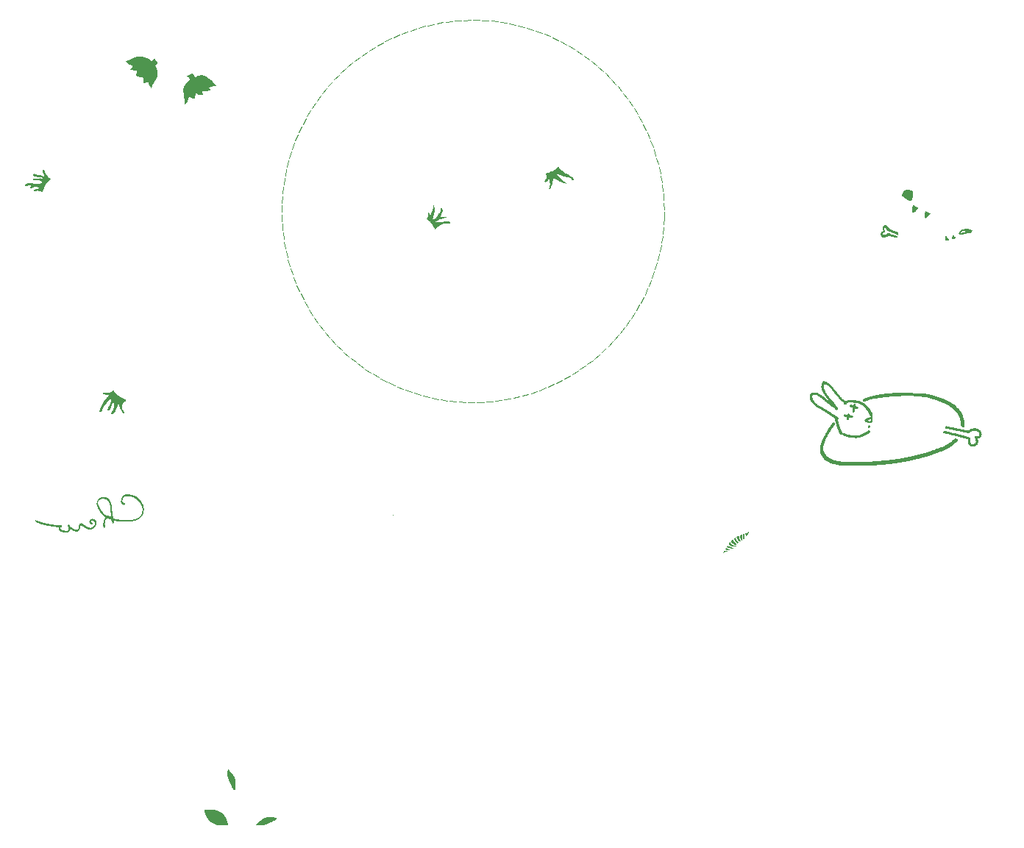
<source format=gbr>
%TF.GenerationSoftware,KiCad,Pcbnew,7.0.10*%
%TF.CreationDate,2024-03-18T13:49:46+01:00*%
%TF.ProjectId,chew_v1_backplate,63686577-5f76-4315-9f62-61636b706c61,rev?*%
%TF.SameCoordinates,Original*%
%TF.FileFunction,Legend,Bot*%
%TF.FilePolarity,Positive*%
%FSLAX46Y46*%
G04 Gerber Fmt 4.6, Leading zero omitted, Abs format (unit mm)*
G04 Created by KiCad (PCBNEW 7.0.10) date 2024-03-18 13:49:46*
%MOMM*%
%LPD*%
G01*
G04 APERTURE LIST*
%ADD10C,0.070000*%
G04 APERTURE END LIST*
%TO.C,G\u002A\u002A\u002A*%
G36*
X170161352Y-119614063D02*
G01*
X170149303Y-119626112D01*
X170137253Y-119614063D01*
X170149303Y-119602014D01*
X170161352Y-119614063D01*
G37*
G36*
X100330399Y-125231821D02*
G01*
X100318350Y-125243871D01*
X100306301Y-125231821D01*
X100318350Y-125219772D01*
X100330399Y-125231821D01*
G37*
D10*
%TO.C,REF\u002A\u002A*%
X131491432Y-90999393D02*
X131451099Y-91768297D01*
X131429764Y-92047481D02*
X131352794Y-92813585D01*
X131318164Y-93091433D02*
X131204731Y-93852993D01*
X131156884Y-94128872D02*
X131007247Y-94884153D01*
X130946293Y-95157435D02*
X130760793Y-95904717D01*
X130686870Y-96174780D02*
X130465928Y-96912360D01*
X130379205Y-97178590D02*
X130123326Y-97904789D01*
X130024000Y-98166577D02*
X129733766Y-98879742D01*
X129622064Y-99136494D02*
X129298135Y-99834999D01*
X129174311Y-100086130D02*
X128817426Y-100768385D01*
X128681761Y-101013322D02*
X128292734Y-101677774D01*
X128145537Y-101915960D02*
X127725252Y-102561095D01*
X127566860Y-102791986D02*
X127116274Y-103416336D01*
X126947047Y-103639408D02*
X126467187Y-104241549D01*
X126287510Y-104456293D02*
X125779469Y-105034855D01*
X125589751Y-105240782D02*
X125054686Y-105794447D01*
X124855359Y-105991089D02*
X124294489Y-106518596D01*
X124086008Y-106705503D02*
X123500609Y-107205651D01*
X123283448Y-107382400D02*
X122674854Y-107854049D01*
X122449508Y-108020235D02*
X121819105Y-108462312D01*
X121586087Y-108617558D02*
X120935311Y-109029056D01*
X120695151Y-109173008D02*
X120025484Y-109552989D01*
X119778730Y-109685320D02*
X119091697Y-110032918D01*
X118838910Y-110153326D02*
X118136076Y-110467751D01*
X117877833Y-110575961D02*
X117160798Y-110856497D01*
X116897686Y-110952263D02*
X116168083Y-111198270D01*
X115900702Y-111281375D02*
X115160194Y-111492293D01*
X114889152Y-111562546D02*
X114139424Y-111737895D01*
X113865340Y-111795137D02*
X113108100Y-111934518D01*
X112831596Y-111978618D02*
X112068569Y-112081713D01*
X111790276Y-112112571D02*
X111023199Y-112179145D01*
X110743751Y-112196691D02*
X109974372Y-112226592D01*
X109694405Y-112230787D02*
X108924475Y-112223947D01*
X108644627Y-112214780D02*
X107875899Y-112171215D01*
X107596807Y-112148707D02*
X106831034Y-112068517D01*
X106553334Y-112032719D02*
X105792258Y-111916086D01*
X105516582Y-111867080D02*
X104761937Y-111714269D01*
X104488913Y-111652167D02*
X103742418Y-111463527D01*
X103472668Y-111388469D02*
X102736023Y-111164429D01*
X102470161Y-111076588D02*
X101745043Y-110817658D01*
X101483675Y-110717232D02*
X100771736Y-110424003D01*
X100515456Y-110311222D02*
X99818319Y-109984360D01*
X99567711Y-109859481D02*
X98886962Y-109499732D01*
X98642598Y-109363038D02*
X97979787Y-108971221D01*
X97742222Y-108823025D02*
X97098859Y-108400031D01*
X96868636Y-108240670D02*
X96246186Y-107787464D01*
X96023827Y-107617300D02*
X95423709Y-107134913D01*
X95209722Y-106954335D02*
X94633301Y-106443866D01*
X94428173Y-106253284D02*
X93876762Y-105715897D01*
X93680960Y-105515745D02*
X93155816Y-104952662D01*
X92969786Y-104743397D02*
X92472103Y-104155901D01*
X92296269Y-103937999D02*
X91827183Y-103327428D01*
X91661945Y-103101385D02*
X91222522Y-102469129D01*
X91068257Y-102235460D02*
X90659499Y-101582960D01*
X90516557Y-101342197D02*
X90139395Y-100670939D01*
X90008103Y-100423631D02*
X89663395Y-99735142D01*
X89544051Y-99481852D02*
X89232583Y-98777702D01*
X89125460Y-98519006D02*
X88847941Y-97800798D01*
X88753281Y-97537287D02*
X88510344Y-96806656D01*
X88428364Y-96538928D02*
X88220560Y-95797539D01*
X88151447Y-95526205D02*
X87979251Y-94775747D01*
X87923162Y-94501424D02*
X87786966Y-93743605D01*
X87744028Y-93466918D02*
X87644142Y-92703464D01*
X87614454Y-92425045D02*
X87551105Y-91657694D01*
X87534734Y-91378175D02*
X87508067Y-90608676D01*
X87505050Y-90328695D02*
X87515126Y-89558800D01*
X87525469Y-89278993D02*
X87572265Y-88510455D01*
X87595946Y-88231461D02*
X87679355Y-87466031D01*
X87716320Y-87188484D02*
X87836151Y-86427905D01*
X87886316Y-86152437D02*
X88042298Y-85398442D01*
X88105547Y-85125681D02*
X88297324Y-84379986D01*
X88373514Y-84110553D02*
X88600649Y-83374857D01*
X88689608Y-83109366D02*
X88951583Y-82385344D01*
X89053106Y-82124399D02*
X89349326Y-81413700D01*
X89463183Y-81157897D02*
X89792973Y-80462139D01*
X89918904Y-80212059D02*
X90281512Y-79532828D01*
X90419232Y-79289040D02*
X90813832Y-78627882D01*
X90963025Y-78390943D02*
X91388720Y-77749364D01*
X91549048Y-77519812D02*
X92004866Y-76899273D01*
X92175963Y-76677632D02*
X92660868Y-76079546D01*
X92842345Y-75866320D02*
X93355232Y-75292050D01*
X93546674Y-75087725D02*
X94086375Y-74538578D01*
X94287348Y-74343620D02*
X94852634Y-73820847D01*
X95062679Y-73635698D02*
X95652262Y-73140490D01*
X95870902Y-72965573D02*
X96483439Y-72499058D01*
X96710175Y-72334771D02*
X97344272Y-71898010D01*
X97578587Y-71744729D02*
X98232800Y-71338717D01*
X98474161Y-71196789D02*
X99146999Y-70822452D01*
X99394857Y-70692200D02*
X100084789Y-70350390D01*
X100338578Y-70232112D02*
X101044031Y-69923607D01*
X101303175Y-69817572D02*
X102022543Y-69543074D01*
X102286451Y-69449523D02*
X103018096Y-69209659D01*
X103286166Y-69128806D02*
X104028422Y-68924121D01*
X104300044Y-68856149D02*
X105051220Y-68687109D01*
X105325776Y-68632173D02*
X106084162Y-68499164D01*
X106361026Y-68457390D02*
X107124893Y-68360714D01*
X107403435Y-68332196D02*
X108171045Y-68272074D01*
X108450630Y-68256878D02*
X109220234Y-68233446D01*
X109500227Y-68231606D02*
X110270072Y-68244918D01*
X110549833Y-68256438D02*
X111318167Y-68306464D01*
X111597060Y-68331318D02*
X112362132Y-68417943D01*
X112639522Y-68456075D02*
X113399590Y-68579103D01*
X113674844Y-68630425D02*
X114428177Y-68789574D01*
X114700670Y-68853970D02*
X115445552Y-69048880D01*
X115714662Y-69126202D02*
X116449397Y-69356428D01*
X116714512Y-69446501D02*
X117437426Y-69711518D01*
X117697942Y-69814138D02*
X118407389Y-70113342D01*
X118662712Y-70228274D02*
X119357077Y-70560985D01*
X119606626Y-70687967D02*
X120284327Y-71053427D01*
X120527533Y-71192170D02*
X121187026Y-71589546D01*
X121423336Y-71739734D02*
X122063120Y-72168122D01*
X122291996Y-72329413D02*
X122910614Y-72787836D01*
X123131533Y-72959864D02*
X123727575Y-73447279D01*
X123940036Y-73629650D02*
X124512146Y-74144946D01*
X124715664Y-74337246D02*
X125262537Y-74879251D01*
X125456649Y-75081041D02*
X125977041Y-75648520D01*
X126161305Y-75859342D02*
X126654031Y-76451001D01*
X126828026Y-76670374D02*
X127291963Y-77284867D01*
X127455295Y-77512291D02*
X127889386Y-78148219D01*
X128041682Y-78383177D02*
X128444940Y-79039090D01*
X128585852Y-79281046D02*
X128957357Y-79955452D01*
X129086566Y-80203855D02*
X129425473Y-80895217D01*
X129542683Y-81149502D02*
X129848220Y-81856246D01*
X129953165Y-82115833D02*
X130224635Y-82836349D01*
X130317076Y-83100647D02*
X130553863Y-83833294D01*
X130633589Y-84101702D02*
X130835151Y-84844811D01*
X130901981Y-85116717D02*
X131067861Y-85868597D01*
X131121643Y-86143381D02*
X131251462Y-86902319D01*
X131292072Y-87179357D02*
X131385536Y-87943624D01*
X131412883Y-88222283D02*
X131469777Y-88990139D01*
X131483799Y-89269786D02*
X131503995Y-90039481D01*
X131504658Y-90319479D02*
X131491432Y-90999393D01*
%TO.C,G\u002A\u002A\u002A*%
G36*
X119344567Y-85143864D02*
G01*
X119364045Y-85151474D01*
X119387657Y-85168079D01*
X119418574Y-85196106D01*
X119459968Y-85237985D01*
X119515011Y-85296146D01*
X119586873Y-85373015D01*
X119618678Y-85406705D01*
X119679193Y-85469087D01*
X119735664Y-85525258D01*
X119782913Y-85570114D01*
X119815760Y-85598551D01*
X119855934Y-85632074D01*
X119908225Y-85679815D01*
X119956990Y-85727972D01*
X119969485Y-85740898D01*
X119997339Y-85768525D01*
X120024029Y-85791741D01*
X120054121Y-85813382D01*
X120092179Y-85836283D01*
X120142767Y-85863280D01*
X120210451Y-85897208D01*
X120299795Y-85940902D01*
X120437423Y-86008808D01*
X120580731Y-86082362D01*
X120701018Y-86148211D01*
X120800483Y-86208020D01*
X120881323Y-86263448D01*
X120945739Y-86316160D01*
X120995927Y-86367815D01*
X121034088Y-86420079D01*
X121062417Y-86474610D01*
X121083117Y-86533072D01*
X121093860Y-86572289D01*
X121100987Y-86610317D01*
X121098902Y-86635310D01*
X121087935Y-86655693D01*
X121066864Y-86678440D01*
X121038516Y-86698842D01*
X121014208Y-86708225D01*
X121002397Y-86702011D01*
X120998055Y-86692525D01*
X120978152Y-86672053D01*
X120964910Y-86660379D01*
X120935839Y-86630245D01*
X120902232Y-86592060D01*
X120878732Y-86565090D01*
X120847007Y-86531432D01*
X120825305Y-86511758D01*
X120820968Y-86508390D01*
X120795351Y-86482835D01*
X120766665Y-86448239D01*
X120762324Y-86442688D01*
X120708103Y-86390429D01*
X120638539Y-86344226D01*
X120565912Y-86312391D01*
X120553413Y-86309241D01*
X120507389Y-86302004D01*
X120446163Y-86295939D01*
X120379502Y-86292107D01*
X120369791Y-86291755D01*
X120252120Y-86286034D01*
X120156730Y-86277754D01*
X120077299Y-86265703D01*
X120007505Y-86248673D01*
X119941028Y-86225450D01*
X119871544Y-86194825D01*
X119818552Y-86171358D01*
X119745895Y-86142720D01*
X119681194Y-86120607D01*
X119648043Y-86108291D01*
X119589016Y-86081745D01*
X119516266Y-86045706D01*
X119436003Y-86003273D01*
X119354432Y-85957543D01*
X119285477Y-85918483D01*
X119218108Y-85882235D01*
X119165443Y-85856112D01*
X119130864Y-85841778D01*
X119117755Y-85840904D01*
X119122849Y-85862909D01*
X119141963Y-85901637D01*
X119170814Y-85949481D01*
X119204952Y-85999543D01*
X119239923Y-86044926D01*
X119271274Y-86078731D01*
X119284763Y-86091564D01*
X119310765Y-86119669D01*
X119322256Y-86137481D01*
X119325136Y-86142812D01*
X119344641Y-86166048D01*
X119378281Y-86201174D01*
X119421100Y-86242906D01*
X119480528Y-86299328D01*
X119531033Y-86348032D01*
X119573302Y-86390003D01*
X119614172Y-86432039D01*
X119660480Y-86480941D01*
X119701934Y-86524527D01*
X119792054Y-86615488D01*
X119874323Y-86693291D01*
X119945299Y-86754749D01*
X120001542Y-86796676D01*
X120028107Y-86814131D01*
X120115627Y-86874059D01*
X120187106Y-86926968D01*
X120240244Y-86970993D01*
X120272746Y-87004264D01*
X120282313Y-87024916D01*
X120280581Y-87032247D01*
X120271840Y-87046351D01*
X120252872Y-87050751D01*
X120217832Y-87045775D01*
X120160876Y-87031753D01*
X120089782Y-87012747D01*
X120009080Y-86990098D01*
X119936213Y-86967786D01*
X119866974Y-86944090D01*
X119797160Y-86917289D01*
X119722562Y-86885664D01*
X119638974Y-86847496D01*
X119542193Y-86801064D01*
X119428009Y-86744647D01*
X119292220Y-86676527D01*
X119252605Y-86656847D01*
X119182699Y-86623205D01*
X119118398Y-86593470D01*
X119069816Y-86572378D01*
X119038995Y-86558836D01*
X118974062Y-86525980D01*
X118916815Y-86492260D01*
X118884315Y-86472059D01*
X118850123Y-86453691D01*
X118831585Y-86447538D01*
X118827405Y-86447040D01*
X118804324Y-86434380D01*
X118773246Y-86409817D01*
X118728341Y-86369725D01*
X118739370Y-86433206D01*
X118743204Y-86456949D01*
X118746013Y-86484619D01*
X118746116Y-86514983D01*
X118743199Y-86554571D01*
X118736943Y-86609917D01*
X118727032Y-86687553D01*
X118724253Y-86708518D01*
X118687660Y-86932552D01*
X118642039Y-87128939D01*
X118587393Y-87297674D01*
X118523721Y-87438757D01*
X118451026Y-87552185D01*
X118369308Y-87637954D01*
X118360735Y-87645072D01*
X118318901Y-87677573D01*
X118290699Y-87692673D01*
X118269685Y-87692611D01*
X118249418Y-87679627D01*
X118238631Y-87667127D01*
X118237530Y-87645824D01*
X118252298Y-87610361D01*
X118260061Y-87593774D01*
X118287200Y-87522459D01*
X118314068Y-87434384D01*
X118338218Y-87338945D01*
X118357206Y-87245539D01*
X118368586Y-87163560D01*
X118370836Y-87136773D01*
X118373230Y-87084576D01*
X118371908Y-87032765D01*
X118366287Y-86974129D01*
X118355781Y-86901455D01*
X118339812Y-86807533D01*
X118336752Y-86790357D01*
X118315799Y-86682123D01*
X118296188Y-86600043D01*
X118276934Y-86541628D01*
X118257048Y-86504387D01*
X118235546Y-86485830D01*
X118211439Y-86483466D01*
X118191983Y-86493940D01*
X118170791Y-86524644D01*
X118147939Y-86579602D01*
X118126911Y-86631965D01*
X118086293Y-86711351D01*
X118041727Y-86777197D01*
X117997875Y-86821976D01*
X117984308Y-86830837D01*
X117941396Y-86852218D01*
X117892116Y-86870991D01*
X117852431Y-86881788D01*
X117814754Y-86882389D01*
X117788656Y-86863897D01*
X117766033Y-86823242D01*
X117761782Y-86812243D01*
X117759639Y-86791531D01*
X117767660Y-86766426D01*
X117788341Y-86730683D01*
X117824186Y-86678063D01*
X117842868Y-86650658D01*
X117918247Y-86517045D01*
X117965272Y-86386106D01*
X117984300Y-86256542D01*
X117975687Y-86127052D01*
X117969188Y-86091968D01*
X117955855Y-86040690D01*
X117937947Y-86002372D01*
X117911209Y-85966415D01*
X117910479Y-85965557D01*
X117890994Y-85942248D01*
X117878668Y-85923455D01*
X117876110Y-85907642D01*
X117885930Y-85893273D01*
X117910740Y-85878812D01*
X117953147Y-85862722D01*
X118015763Y-85843466D01*
X118101196Y-85819510D01*
X118212057Y-85789316D01*
X118232590Y-85783460D01*
X118350265Y-85741580D01*
X118480930Y-85683357D01*
X118618288Y-85612415D01*
X118756043Y-85532371D01*
X118887898Y-85446845D01*
X119007556Y-85359458D01*
X119108721Y-85273829D01*
X119141764Y-85243466D01*
X119191092Y-85200826D01*
X119229015Y-85173309D01*
X119261195Y-85157058D01*
X119293295Y-85148223D01*
X119305320Y-85145914D01*
X119326049Y-85142820D01*
X119344567Y-85143864D01*
G37*
G36*
X71234000Y-125314894D02*
G01*
X71228974Y-125319919D01*
X71223949Y-125314894D01*
X71228974Y-125309868D01*
X71234000Y-125314894D01*
G37*
G36*
X69505152Y-125777260D02*
G01*
X69500126Y-125782286D01*
X69495100Y-125777260D01*
X69500126Y-125772234D01*
X69505152Y-125777260D01*
G37*
G36*
X69394586Y-123847383D02*
G01*
X69389560Y-123852408D01*
X69384534Y-123847383D01*
X69389560Y-123842357D01*
X69394586Y-123847383D01*
G37*
G36*
X68168310Y-125606386D02*
G01*
X68163284Y-125611411D01*
X68158258Y-125606386D01*
X68163284Y-125601360D01*
X68168310Y-125606386D01*
G37*
G36*
X59986434Y-126058701D02*
G01*
X59981408Y-126063726D01*
X59976382Y-126058701D01*
X59981408Y-126053675D01*
X59986434Y-126058701D01*
G37*
G36*
X59493913Y-125907929D02*
G01*
X59488887Y-125912955D01*
X59483862Y-125907929D01*
X59488887Y-125902903D01*
X59493913Y-125907929D01*
G37*
G36*
X65716889Y-125649178D02*
G01*
X65725809Y-125652469D01*
X65726733Y-125653947D01*
X65740491Y-125657966D01*
X65765484Y-125659846D01*
X65771054Y-125660015D01*
X65801755Y-125663736D01*
X65824238Y-125670604D01*
X65839783Y-125677445D01*
X65867487Y-125685803D01*
X65897499Y-125692183D01*
X65923760Y-125698737D01*
X65941864Y-125705221D01*
X65958366Y-125713642D01*
X65976841Y-125725001D01*
X66000766Y-125742080D01*
X66013559Y-125751105D01*
X66023382Y-125754644D01*
X66035519Y-125752131D01*
X66039514Y-125754102D01*
X66054391Y-125767925D01*
X66075340Y-125791064D01*
X66098559Y-125818888D01*
X66120250Y-125846763D01*
X66136610Y-125870059D01*
X66143840Y-125884142D01*
X66147087Y-125898676D01*
X66154110Y-125927114D01*
X66163188Y-125962322D01*
X66174642Y-126026212D01*
X66173699Y-126092991D01*
X66171467Y-126113039D01*
X66165481Y-126155561D01*
X66157830Y-126201401D01*
X66149416Y-126245915D01*
X66141140Y-126284459D01*
X66133906Y-126312390D01*
X66128615Y-126325064D01*
X66125934Y-126328569D01*
X66120042Y-126345167D01*
X66117036Y-126356786D01*
X66108389Y-126380347D01*
X66103068Y-126392710D01*
X66089445Y-126428368D01*
X66083606Y-126451384D01*
X66079016Y-126462135D01*
X66064979Y-126479809D01*
X66052698Y-126493746D01*
X66037596Y-126515681D01*
X66017512Y-126546132D01*
X65981882Y-126588762D01*
X65936557Y-126635801D01*
X65885285Y-126683596D01*
X65831817Y-126728493D01*
X65779901Y-126766838D01*
X65764279Y-126777255D01*
X65731453Y-126797915D01*
X65706047Y-126812231D01*
X65692566Y-126817585D01*
X65680852Y-126820362D01*
X65660198Y-126831019D01*
X65641789Y-126841300D01*
X65598460Y-126857413D01*
X65545926Y-126870353D01*
X65489785Y-126879323D01*
X65435635Y-126883524D01*
X65389074Y-126882158D01*
X65355698Y-126874428D01*
X65336071Y-126869098D01*
X65324287Y-126877025D01*
X65318269Y-126883778D01*
X65309337Y-126878966D01*
X65304955Y-126874251D01*
X65286984Y-126867842D01*
X65286243Y-126867827D01*
X65266031Y-126863515D01*
X65239833Y-126853841D01*
X65224162Y-126847022D01*
X65184762Y-126831032D01*
X65157902Y-126822015D01*
X65154935Y-126821198D01*
X65130763Y-126812350D01*
X65103343Y-126799921D01*
X65080026Y-126787468D01*
X65068166Y-126778555D01*
X65062529Y-126773891D01*
X65041885Y-126763229D01*
X65012635Y-126751446D01*
X64995656Y-126744675D01*
X64962932Y-126728279D01*
X64939722Y-126712347D01*
X64938712Y-126711436D01*
X64912285Y-126692871D01*
X64881487Y-126677443D01*
X64877192Y-126675707D01*
X64851863Y-126663131D01*
X64836137Y-126651537D01*
X64823490Y-126641590D01*
X64798019Y-126625753D01*
X64765777Y-126607953D01*
X64697456Y-126571138D01*
X64629073Y-126530805D01*
X64571353Y-126492172D01*
X64509170Y-126448034D01*
X64460816Y-126414886D01*
X64425557Y-126392312D01*
X64402002Y-126379420D01*
X64388759Y-126375321D01*
X64373732Y-126383559D01*
X64355725Y-126405192D01*
X64338882Y-126434506D01*
X64327099Y-126465784D01*
X64323534Y-126479205D01*
X64315073Y-126510570D01*
X64305361Y-126546196D01*
X64302483Y-126557237D01*
X64293086Y-126598044D01*
X64282956Y-126647370D01*
X64273834Y-126696883D01*
X64269422Y-126721104D01*
X64261209Y-126759765D01*
X64253608Y-126788334D01*
X64247828Y-126801921D01*
X64243945Y-126807131D01*
X64238187Y-126827133D01*
X64237106Y-126834882D01*
X64227994Y-126861846D01*
X64211767Y-126898087D01*
X64191044Y-126938373D01*
X64168445Y-126977469D01*
X64146587Y-127010143D01*
X64145790Y-127011212D01*
X64103067Y-127058950D01*
X64058976Y-127090963D01*
X64016232Y-127105270D01*
X63991748Y-127109621D01*
X63974757Y-127115400D01*
X63972287Y-127116670D01*
X63948784Y-127121867D01*
X63912297Y-127124411D01*
X63868660Y-127124430D01*
X63823710Y-127122050D01*
X63783282Y-127117398D01*
X63753213Y-127110599D01*
X63736241Y-127104264D01*
X63714125Y-127093719D01*
X63705468Y-127086021D01*
X63705013Y-127083700D01*
X63696504Y-127083276D01*
X63695256Y-127083710D01*
X63679535Y-127082132D01*
X63653567Y-127075664D01*
X63624419Y-127066492D01*
X63599156Y-127056799D01*
X63584843Y-127048768D01*
X63584412Y-127048373D01*
X63571597Y-127040082D01*
X63549663Y-127027937D01*
X63522858Y-127013755D01*
X63499414Y-127001141D01*
X63496043Y-126999343D01*
X63471259Y-126987200D01*
X63441618Y-126973755D01*
X63433033Y-126969837D01*
X63412207Y-126958328D01*
X63403830Y-126950295D01*
X63401140Y-126946736D01*
X63384898Y-126936258D01*
X63358853Y-126923498D01*
X63344078Y-126916514D01*
X63320812Y-126903040D01*
X63309807Y-126892917D01*
X63308167Y-126890495D01*
X63293600Y-126877283D01*
X63267794Y-126857572D01*
X63234972Y-126834651D01*
X63223363Y-126826739D01*
X63192475Y-126804368D01*
X63170080Y-126786175D01*
X63160389Y-126775502D01*
X63153912Y-126767249D01*
X63144356Y-126771859D01*
X63136016Y-126787781D01*
X63132382Y-126810639D01*
X63132257Y-126814322D01*
X63128688Y-126842319D01*
X63121209Y-126880990D01*
X63111177Y-126923125D01*
X63108692Y-126932641D01*
X63098331Y-126972802D01*
X63089829Y-127006489D01*
X63084827Y-127027222D01*
X63082768Y-127032724D01*
X63068981Y-127054639D01*
X63045871Y-127083941D01*
X63017092Y-127115848D01*
X62950062Y-127174793D01*
X62878717Y-127216856D01*
X62805864Y-127240077D01*
X62803833Y-127240434D01*
X62772389Y-127243762D01*
X62730141Y-127245566D01*
X62681504Y-127245972D01*
X62630891Y-127245104D01*
X62582716Y-127243086D01*
X62541393Y-127240042D01*
X62511335Y-127236096D01*
X62496955Y-127231374D01*
X62493831Y-127229060D01*
X62472945Y-127222344D01*
X62444012Y-127219642D01*
X62435363Y-127219438D01*
X62408663Y-127216115D01*
X62393174Y-127210015D01*
X62389817Y-127207659D01*
X62369637Y-127200492D01*
X62340920Y-127195032D01*
X62332037Y-127193770D01*
X62301654Y-127187474D01*
X62280690Y-127180264D01*
X62279307Y-127179536D01*
X62257885Y-127169995D01*
X62236919Y-127162824D01*
X62225288Y-127161095D01*
X62222473Y-127160418D01*
X62206401Y-127153424D01*
X62181406Y-127141148D01*
X62168319Y-127134986D01*
X62145202Y-127126996D01*
X62132908Y-127127013D01*
X62127450Y-127128189D01*
X62116923Y-127118025D01*
X62111063Y-127111552D01*
X62089451Y-127097392D01*
X62059881Y-127083880D01*
X62045444Y-127077930D01*
X62010457Y-127060167D01*
X61983387Y-127042180D01*
X61979762Y-127039248D01*
X61958204Y-127024554D01*
X61943181Y-127018522D01*
X61941927Y-127018383D01*
X61927272Y-127009447D01*
X61909350Y-126990881D01*
X61904369Y-126984758D01*
X61880904Y-126957234D01*
X61855749Y-126929134D01*
X61847938Y-126920252D01*
X61827501Y-126893050D01*
X61814857Y-126870395D01*
X61811726Y-126860263D01*
X61809113Y-126815044D01*
X61820077Y-126759654D01*
X61844085Y-126697242D01*
X61845413Y-126694386D01*
X61859402Y-126661760D01*
X61868109Y-126636679D01*
X61869696Y-126624369D01*
X61868575Y-126623213D01*
X61853253Y-126618457D01*
X61827768Y-126616497D01*
X61808562Y-126615684D01*
X61770351Y-126612033D01*
X61730359Y-126606451D01*
X61693270Y-126601175D01*
X61642834Y-126595498D01*
X61594665Y-126591373D01*
X61593031Y-126591262D01*
X61551477Y-126588057D01*
X61514211Y-126584546D01*
X61489125Y-126581468D01*
X61486935Y-126581135D01*
X61460228Y-126577994D01*
X61421935Y-126574428D01*
X61379575Y-126571144D01*
X61370136Y-126570462D01*
X61333303Y-126567235D01*
X61305803Y-126563942D01*
X61293002Y-126561199D01*
X61292931Y-126561156D01*
X61279653Y-126558145D01*
X61252263Y-126554526D01*
X61216600Y-126551073D01*
X61180260Y-126547333D01*
X61142984Y-126541991D01*
X61117221Y-126536604D01*
X61088471Y-126530667D01*
X61054151Y-126527623D01*
X61041220Y-126527048D01*
X61006137Y-126523295D01*
X60968714Y-126517242D01*
X60963704Y-126516274D01*
X60925510Y-126509033D01*
X60878171Y-126500210D01*
X60830755Y-126491497D01*
X60736613Y-126474217D01*
X60659666Y-126459781D01*
X60599143Y-126448021D01*
X60553339Y-126438595D01*
X60520545Y-126431163D01*
X60499058Y-126425387D01*
X60473488Y-126418464D01*
X60434854Y-126409370D01*
X60393517Y-126400654D01*
X60355762Y-126392891D01*
X60312094Y-126383275D01*
X60277926Y-126375083D01*
X60261514Y-126370841D01*
X60234017Y-126363811D01*
X60215078Y-126359259D01*
X60197074Y-126355409D01*
X60172386Y-126350484D01*
X60165360Y-126349019D01*
X60136137Y-126341514D01*
X60116145Y-126334271D01*
X60101499Y-126328403D01*
X60075365Y-126321534D01*
X60066758Y-126319791D01*
X60036353Y-126312698D01*
X59994106Y-126302145D01*
X59944496Y-126289325D01*
X59891998Y-126275431D01*
X59841091Y-126261654D01*
X59796252Y-126249187D01*
X59761958Y-126239221D01*
X59742686Y-126232950D01*
X59723321Y-126223403D01*
X59715045Y-126215333D01*
X59714809Y-126214526D01*
X59703509Y-126209512D01*
X59680488Y-126206228D01*
X59648668Y-126200493D01*
X59617666Y-126189158D01*
X59594149Y-126178777D01*
X59576838Y-126174354D01*
X59572192Y-126173538D01*
X59564273Y-126163165D01*
X59562926Y-126158729D01*
X59551468Y-126156952D01*
X59548658Y-126157531D01*
X59529267Y-126154157D01*
X59503723Y-126143461D01*
X59479057Y-126130720D01*
X59450922Y-126117512D01*
X59418527Y-126104293D01*
X59377296Y-126086945D01*
X59324812Y-126062054D01*
X59275035Y-126035780D01*
X59233323Y-126010976D01*
X59205031Y-125990498D01*
X59193322Y-125980724D01*
X59164014Y-125959399D01*
X59139600Y-125945421D01*
X59119477Y-125933746D01*
X59112952Y-125917304D01*
X59122363Y-125892191D01*
X59126967Y-125879947D01*
X59123453Y-125872749D01*
X59114438Y-125866257D01*
X59108015Y-125846934D01*
X59107076Y-125822487D01*
X59112795Y-125800825D01*
X59115241Y-125796427D01*
X59124510Y-125786389D01*
X59132988Y-125793492D01*
X59139728Y-125801749D01*
X59141959Y-125794257D01*
X59143672Y-125788135D01*
X59154677Y-125789077D01*
X59160164Y-125792132D01*
X59177293Y-125797666D01*
X59180415Y-125798455D01*
X59185182Y-125809331D01*
X59185215Y-125810911D01*
X59195444Y-125819860D01*
X59217849Y-125826920D01*
X59229185Y-125829446D01*
X59247833Y-125838934D01*
X59253385Y-125855614D01*
X59253835Y-125866083D01*
X59256075Y-125871408D01*
X59262730Y-125857672D01*
X59268490Y-125847666D01*
X59272075Y-125850133D01*
X59272885Y-125854731D01*
X59280320Y-125861507D01*
X59292884Y-125862276D01*
X59299113Y-125864008D01*
X59317830Y-125867945D01*
X59329611Y-125871859D01*
X59341284Y-125882253D01*
X59344131Y-125886718D01*
X59358796Y-125892452D01*
X59375630Y-125890148D01*
X59384141Y-125880287D01*
X59385463Y-125872880D01*
X59390004Y-125880287D01*
X59395467Y-125886899D01*
X59413621Y-125892852D01*
X59424111Y-125894382D01*
X59445690Y-125905416D01*
X59458457Y-125914895D01*
X59479675Y-125922566D01*
X59513633Y-125927890D01*
X59530377Y-125932438D01*
X59542252Y-125942380D01*
X59547976Y-125948440D01*
X59562154Y-125941016D01*
X59565122Y-125938637D01*
X59573813Y-125933132D01*
X59570220Y-125941268D01*
X59567436Y-125948905D01*
X59575829Y-125952491D01*
X59596438Y-125952821D01*
X59624484Y-125958957D01*
X59648989Y-125968795D01*
X59661701Y-125979718D01*
X59673027Y-125989049D01*
X59695424Y-125993366D01*
X59716365Y-125995826D01*
X59729539Y-126002474D01*
X59736568Y-126006780D01*
X59755261Y-126006327D01*
X59767378Y-126005241D01*
X59775354Y-126011298D01*
X59779624Y-126016169D01*
X59798783Y-126024465D01*
X59828124Y-126032063D01*
X59834598Y-126033398D01*
X59872937Y-126042169D01*
X59919944Y-126053879D01*
X59966911Y-126066374D01*
X59983858Y-126070902D01*
X60021845Y-126079871D01*
X60051082Y-126085138D01*
X60066311Y-126085682D01*
X60073505Y-126084924D01*
X60071621Y-126094285D01*
X60068695Y-126102222D01*
X60078332Y-126101675D01*
X60090860Y-126100586D01*
X60117885Y-126103704D01*
X60149470Y-126110319D01*
X60177454Y-126118645D01*
X60193677Y-126126898D01*
X60197802Y-126128997D01*
X60217996Y-126132643D01*
X60247210Y-126134086D01*
X60258616Y-126134510D01*
X60291824Y-126139955D01*
X60315895Y-126149733D01*
X60331670Y-126158087D01*
X60338234Y-126154075D01*
X60338408Y-126152868D01*
X60347233Y-126151894D01*
X60365876Y-126162109D01*
X60366796Y-126162747D01*
X60390292Y-126176053D01*
X60408595Y-126181699D01*
X60419486Y-126183037D01*
X60442911Y-126189880D01*
X60455560Y-126193259D01*
X60454901Y-126186082D01*
X60453525Y-126183557D01*
X60456199Y-126179159D01*
X60474198Y-126184446D01*
X60494667Y-126189774D01*
X60509952Y-126188848D01*
X60513054Y-126187489D01*
X60519160Y-126192661D01*
X60519263Y-126193436D01*
X60529636Y-126201565D01*
X60551828Y-126208232D01*
X60581009Y-126213859D01*
X60609623Y-126219727D01*
X60633647Y-126224090D01*
X60665333Y-126228410D01*
X60697120Y-126233904D01*
X60730668Y-126242556D01*
X60750785Y-126248244D01*
X60811818Y-126260740D01*
X60881012Y-126269436D01*
X60922946Y-126274879D01*
X60955977Y-126284070D01*
X60970146Y-126295947D01*
X60973298Y-126301648D01*
X60980748Y-126296170D01*
X60981260Y-126295452D01*
X60993288Y-126291063D01*
X61019380Y-126292314D01*
X61062121Y-126299305D01*
X61068332Y-126300467D01*
X61104268Y-126306287D01*
X61131494Y-126309219D01*
X61144528Y-126308641D01*
X61146422Y-126307709D01*
X61152401Y-126311906D01*
X61153015Y-126313374D01*
X61165851Y-126318289D01*
X61190094Y-126320509D01*
X61197628Y-126320729D01*
X61235056Y-126323823D01*
X61273019Y-126329255D01*
X61281313Y-126330666D01*
X61321661Y-126335583D01*
X61358456Y-126337611D01*
X61366061Y-126337751D01*
X61392854Y-126340265D01*
X61408713Y-126344915D01*
X61419178Y-126348289D01*
X61445155Y-126352034D01*
X61479073Y-126354360D01*
X61504400Y-126355846D01*
X61546222Y-126360158D01*
X61579588Y-126365707D01*
X61604506Y-126369779D01*
X61645265Y-126373532D01*
X61687641Y-126375075D01*
X61688336Y-126375078D01*
X61722197Y-126376258D01*
X61746326Y-126379050D01*
X61755539Y-126382860D01*
X61764630Y-126386003D01*
X61789962Y-126389126D01*
X61827609Y-126391812D01*
X61873644Y-126393699D01*
X61947650Y-126395750D01*
X62015093Y-126397672D01*
X62066730Y-126399379D01*
X62104844Y-126401108D01*
X62131717Y-126403096D01*
X62149631Y-126405580D01*
X62160871Y-126408795D01*
X62167718Y-126412980D01*
X62172456Y-126418370D01*
X62177366Y-126425203D01*
X62190306Y-126455602D01*
X62195275Y-126504311D01*
X62192952Y-126536357D01*
X62178627Y-126581167D01*
X62152845Y-126613412D01*
X62117456Y-126630102D01*
X62115226Y-126630600D01*
X62085605Y-126644373D01*
X62054054Y-126668996D01*
X62025463Y-126699342D01*
X62004723Y-126730283D01*
X61996723Y-126756693D01*
X61996727Y-126757550D01*
X61999769Y-126778683D01*
X62006774Y-126787430D01*
X62011034Y-126788756D01*
X62016826Y-126801418D01*
X62020645Y-126808724D01*
X62037549Y-126819974D01*
X62060303Y-126827978D01*
X62080394Y-126829036D01*
X62083168Y-126829139D01*
X62082314Y-126837438D01*
X62081171Y-126842605D01*
X62091048Y-126847739D01*
X62102699Y-126851484D01*
X62119283Y-126866491D01*
X62129213Y-126878127D01*
X62142469Y-126887033D01*
X62161597Y-126890965D01*
X62188213Y-126899561D01*
X62197752Y-126908339D01*
X62197758Y-126908507D01*
X62206814Y-126916149D01*
X62227906Y-126923125D01*
X62228464Y-126923249D01*
X62249386Y-126930940D01*
X62258060Y-126940076D01*
X62260209Y-126944549D01*
X62273137Y-126944618D01*
X62280847Y-126943038D01*
X62288215Y-126948569D01*
X62289913Y-126953045D01*
X62303292Y-126958305D01*
X62310273Y-126959734D01*
X62318523Y-126970869D01*
X62320186Y-126976940D01*
X62327808Y-126969003D01*
X62337129Y-126960189D01*
X62351195Y-126966403D01*
X62360038Y-126971774D01*
X62372064Y-126971620D01*
X62374142Y-126970053D01*
X62378678Y-126975057D01*
X62379879Y-126981155D01*
X62386700Y-126984802D01*
X62403960Y-126987168D01*
X62436473Y-126989451D01*
X62438889Y-126989626D01*
X62460334Y-126993518D01*
X62469141Y-126999541D01*
X62475915Y-127003984D01*
X62497841Y-127009604D01*
X62529674Y-127014412D01*
X62557417Y-127018319D01*
X62583180Y-127023823D01*
X62594952Y-127028938D01*
X62595526Y-127029411D01*
X62609666Y-127031557D01*
X62639256Y-127032518D01*
X62680339Y-127032348D01*
X62728955Y-127031103D01*
X62781146Y-127028838D01*
X62832954Y-127025608D01*
X62838341Y-127024500D01*
X62860545Y-127014860D01*
X62887070Y-126998870D01*
X62903111Y-126986402D01*
X62931106Y-126952729D01*
X62948885Y-126908809D01*
X62957342Y-126851846D01*
X62957374Y-126779041D01*
X62954248Y-126726563D01*
X62948535Y-126672901D01*
X62939665Y-126628251D01*
X62926332Y-126586408D01*
X62907228Y-126541170D01*
X62898444Y-126521959D01*
X62881389Y-126484307D01*
X62870563Y-126459336D01*
X62864392Y-126443051D01*
X62861304Y-126431455D01*
X62859723Y-126420553D01*
X62859985Y-126390153D01*
X62875621Y-126348268D01*
X62909147Y-126315102D01*
X62919549Y-126308058D01*
X62940822Y-126293010D01*
X62951610Y-126284393D01*
X62960746Y-126280776D01*
X62981764Y-126278833D01*
X62990155Y-126279535D01*
X63007615Y-126289394D01*
X63021970Y-126314568D01*
X63023001Y-126316952D01*
X63039291Y-126347737D01*
X63057150Y-126373134D01*
X63071220Y-126392485D01*
X63077710Y-126408314D01*
X63078811Y-126412804D01*
X63090274Y-126418040D01*
X63095619Y-126418363D01*
X63102382Y-126429392D01*
X63108852Y-126442096D01*
X63126774Y-126463506D01*
X63152132Y-126488532D01*
X63152352Y-126488732D01*
X63176557Y-126512198D01*
X63192393Y-126530341D01*
X63196442Y-126539248D01*
X63197604Y-126542533D01*
X63210681Y-126555824D01*
X63235001Y-126576301D01*
X63267309Y-126601121D01*
X63286029Y-126615279D01*
X63315624Y-126639183D01*
X63336019Y-126657738D01*
X63343616Y-126667802D01*
X63344230Y-126671051D01*
X63353050Y-126672220D01*
X63359007Y-126671298D01*
X63370640Y-126680965D01*
X63375553Y-126687935D01*
X63388848Y-126697614D01*
X63393527Y-126698738D01*
X63416384Y-126707517D01*
X63435880Y-126718995D01*
X63444131Y-126728735D01*
X63445789Y-126732581D01*
X63459123Y-126737173D01*
X63470383Y-126740937D01*
X63486043Y-126756273D01*
X63496188Y-126766922D01*
X63511257Y-126770275D01*
X63517353Y-126769094D01*
X63524542Y-126775505D01*
X63524563Y-126775888D01*
X63533977Y-126784995D01*
X63555376Y-126792605D01*
X63555434Y-126792618D01*
X63578767Y-126801552D01*
X63591631Y-126813507D01*
X63600415Y-126822385D01*
X63621106Y-126827636D01*
X63636592Y-126830011D01*
X63645160Y-126837687D01*
X63646861Y-126842311D01*
X63660237Y-126847739D01*
X63667176Y-126848896D01*
X63675314Y-126857987D01*
X63681439Y-126863638D01*
X63699805Y-126863794D01*
X63718456Y-126864378D01*
X63746575Y-126878674D01*
X63768217Y-126891335D01*
X63797469Y-126897996D01*
X63808461Y-126897975D01*
X63822530Y-126898307D01*
X63835379Y-126900100D01*
X63853910Y-126904515D01*
X63885025Y-126912712D01*
X63902148Y-126916575D01*
X63930647Y-126919869D01*
X63947734Y-126917462D01*
X63955516Y-126914776D01*
X63974007Y-126919905D01*
X63982268Y-126925239D01*
X63986909Y-126920007D01*
X63990413Y-126912830D01*
X64006282Y-126903254D01*
X64008199Y-126902583D01*
X64032137Y-126883416D01*
X64054510Y-126845503D01*
X64074857Y-126790079D01*
X64092719Y-126718378D01*
X64107635Y-126631633D01*
X64108318Y-126626871D01*
X64115350Y-126582333D01*
X64122889Y-126540910D01*
X64129415Y-126511016D01*
X64131859Y-126501419D01*
X64137286Y-126478675D01*
X64139124Y-126468458D01*
X64140730Y-126461972D01*
X64148727Y-126441276D01*
X64161218Y-126411842D01*
X64175782Y-126379082D01*
X64189998Y-126348414D01*
X64201447Y-126325253D01*
X64207708Y-126315012D01*
X64215700Y-126305429D01*
X64229322Y-126283260D01*
X64243532Y-126256354D01*
X64254194Y-126232088D01*
X64259533Y-126222689D01*
X64272795Y-126214498D01*
X64273765Y-126214429D01*
X64289202Y-126206484D01*
X64308555Y-126189369D01*
X64310251Y-126187599D01*
X64330002Y-126171044D01*
X64345487Y-126164241D01*
X64350829Y-126163302D01*
X64358812Y-126153114D01*
X64360856Y-126148265D01*
X64373567Y-126147649D01*
X64381188Y-126149175D01*
X64394264Y-126143699D01*
X64408610Y-126135167D01*
X64430981Y-126136358D01*
X64451170Y-126147468D01*
X64464797Y-126157101D01*
X64489581Y-126167257D01*
X64491671Y-126167852D01*
X64516780Y-126180243D01*
X64542251Y-126199513D01*
X64547800Y-126204477D01*
X64563884Y-126215165D01*
X64570160Y-126212392D01*
X64570329Y-126210982D01*
X64576135Y-126212017D01*
X64587565Y-126227062D01*
X64588297Y-126228228D01*
X64603089Y-126246966D01*
X64615042Y-126254704D01*
X64616391Y-126254863D01*
X64631532Y-126262869D01*
X64651839Y-126279237D01*
X64655817Y-126282795D01*
X64673935Y-126295596D01*
X64684508Y-126297561D01*
X64691905Y-126298170D01*
X64704881Y-126310720D01*
X64715894Y-126322806D01*
X64728937Y-126330090D01*
X64729922Y-126330191D01*
X64744035Y-126338238D01*
X64762953Y-126355218D01*
X64764738Y-126357051D01*
X64784390Y-126374362D01*
X64799101Y-126382860D01*
X64801650Y-126383393D01*
X64822854Y-126387885D01*
X64834519Y-126393519D01*
X64853144Y-126408124D01*
X64856891Y-126411381D01*
X64881217Y-126427197D01*
X64911141Y-126441628D01*
X64919231Y-126445117D01*
X64940385Y-126458311D01*
X64945753Y-126469971D01*
X64945434Y-126476482D01*
X64956441Y-126484212D01*
X64962708Y-126484891D01*
X64987027Y-126487562D01*
X64993885Y-126489247D01*
X65002105Y-126497614D01*
X65003793Y-126501454D01*
X65017182Y-126505990D01*
X65024167Y-126507390D01*
X65033053Y-126518554D01*
X65034175Y-126524874D01*
X65038596Y-126519514D01*
X65038839Y-126518978D01*
X65049108Y-126517211D01*
X65068754Y-126531457D01*
X65071051Y-126533513D01*
X65092052Y-126546991D01*
X65108442Y-126549525D01*
X65115477Y-126548279D01*
X65122722Y-126555172D01*
X65123913Y-126559722D01*
X65136261Y-126566298D01*
X65152181Y-126571958D01*
X65172979Y-126586401D01*
X65175216Y-126588307D01*
X65205680Y-126605688D01*
X65240826Y-126607255D01*
X65247140Y-126608631D01*
X65253391Y-126621734D01*
X65255051Y-126629465D01*
X65264566Y-126630938D01*
X65270171Y-126629143D01*
X65283196Y-126636094D01*
X65293018Y-126644334D01*
X65314740Y-126651726D01*
X65364729Y-126660690D01*
X65433373Y-126676929D01*
X65437143Y-126677907D01*
X65461146Y-126682305D01*
X65474803Y-126681717D01*
X65478195Y-126680403D01*
X65497554Y-126676445D01*
X65526004Y-126672730D01*
X65534132Y-126671833D01*
X65570258Y-126666824D01*
X65600166Y-126661303D01*
X65624502Y-126656405D01*
X65642884Y-126653914D01*
X65647444Y-126653158D01*
X65655449Y-126645035D01*
X65659482Y-126640082D01*
X65676145Y-126636659D01*
X65688343Y-126634464D01*
X65689573Y-126624899D01*
X65687505Y-126618333D01*
X65697807Y-126619088D01*
X65706926Y-126618804D01*
X65730351Y-126606453D01*
X65762278Y-126580634D01*
X65787195Y-126558913D01*
X65808011Y-126542486D01*
X65818785Y-126536188D01*
X65827557Y-126532261D01*
X65844289Y-126517987D01*
X65859739Y-126500352D01*
X65866529Y-126486962D01*
X65868552Y-126481794D01*
X65882243Y-126471956D01*
X65889655Y-126467609D01*
X65892832Y-126457634D01*
X65892516Y-126456959D01*
X65896231Y-126443791D01*
X65910125Y-126424895D01*
X65927885Y-126401604D01*
X65947090Y-126368540D01*
X65961417Y-126335955D01*
X65967043Y-126311471D01*
X65968039Y-126301738D01*
X65972971Y-126275414D01*
X65980645Y-126242630D01*
X65982549Y-126234311D01*
X65987446Y-126193035D01*
X65987389Y-126146534D01*
X65983080Y-126099026D01*
X65975223Y-126054731D01*
X65964522Y-126017868D01*
X65951680Y-125992656D01*
X65937402Y-125983315D01*
X65934063Y-125982727D01*
X65926838Y-125971903D01*
X65920321Y-125956635D01*
X65899460Y-125935968D01*
X65869160Y-125915850D01*
X65834507Y-125900227D01*
X65793235Y-125886319D01*
X65751323Y-125873382D01*
X65717289Y-125865021D01*
X65684956Y-125859774D01*
X65648147Y-125856182D01*
X65614668Y-125854415D01*
X65578644Y-125857032D01*
X65558175Y-125867367D01*
X65550933Y-125886940D01*
X65554593Y-125917271D01*
X65555132Y-125919505D01*
X65566573Y-125947448D01*
X65588707Y-125977649D01*
X65624642Y-126014417D01*
X65634382Y-126023746D01*
X65660525Y-126050127D01*
X65678755Y-126070572D01*
X65685603Y-126081275D01*
X65692164Y-126091032D01*
X65710194Y-126103644D01*
X65712025Y-126104636D01*
X65724406Y-126113349D01*
X65730777Y-126125714D01*
X65732586Y-126147192D01*
X65731277Y-126183242D01*
X65729459Y-126216740D01*
X65727795Y-126245569D01*
X65726789Y-126260775D01*
X65719539Y-126278218D01*
X65699218Y-126300279D01*
X65673083Y-126317828D01*
X65648390Y-126324927D01*
X65646546Y-126324911D01*
X65609526Y-126321325D01*
X65584336Y-126312493D01*
X65575037Y-126299804D01*
X65573977Y-126295639D01*
X65562379Y-126278571D01*
X65542115Y-126258034D01*
X65533853Y-126250421D01*
X65505252Y-126220520D01*
X65479293Y-126189146D01*
X65470782Y-126177943D01*
X65446941Y-126147904D01*
X65426778Y-126124138D01*
X65425293Y-126122476D01*
X65410320Y-126103177D01*
X65404162Y-126090409D01*
X65403766Y-126088398D01*
X65395222Y-126073140D01*
X65379034Y-126051842D01*
X65370992Y-126041561D01*
X65360247Y-126021108D01*
X65355177Y-125994978D01*
X65353905Y-125956003D01*
X65355483Y-125920039D01*
X65366628Y-125865405D01*
X65390364Y-125817148D01*
X65428932Y-125771283D01*
X65484574Y-125723830D01*
X65493174Y-125717073D01*
X65515193Y-125697945D01*
X65527910Y-125684132D01*
X65532930Y-125678911D01*
X65546624Y-125677822D01*
X65551912Y-125679455D01*
X65564604Y-125672338D01*
X65573404Y-125667495D01*
X65596541Y-125661506D01*
X65628081Y-125655986D01*
X65662402Y-125651630D01*
X65693879Y-125649130D01*
X65716889Y-125649178D01*
G37*
G36*
X68105373Y-125481421D02*
G01*
X68115185Y-125525538D01*
X68122717Y-125557599D01*
X68127168Y-125573769D01*
X68128514Y-125577114D01*
X68143675Y-125601581D01*
X68161925Y-125616241D01*
X68178006Y-125616657D01*
X68187383Y-125618210D01*
X68197912Y-125633381D01*
X68204478Y-125645885D01*
X68207878Y-125644078D01*
X68209036Y-125640258D01*
X68221560Y-125632764D01*
X68239621Y-125632456D01*
X68252914Y-125640218D01*
X68262481Y-125644727D01*
X68283280Y-125644144D01*
X68300410Y-125643930D01*
X68324017Y-125655117D01*
X68336357Y-125663387D01*
X68354552Y-125665192D01*
X68362051Y-125663862D01*
X68369339Y-125670645D01*
X68369837Y-125674002D01*
X68379983Y-125681771D01*
X68383494Y-125681080D01*
X68384637Y-125672077D01*
X68384098Y-125670557D01*
X68391841Y-125669416D01*
X68411685Y-125675689D01*
X68414406Y-125676727D01*
X68442693Y-125684902D01*
X68482156Y-125693623D01*
X68525136Y-125701172D01*
X68573803Y-125709057D01*
X68629757Y-125718975D01*
X68678310Y-125728376D01*
X68682947Y-125729318D01*
X68718931Y-125735532D01*
X68746689Y-125738488D01*
X68760540Y-125737552D01*
X68763658Y-125736209D01*
X68775587Y-125740729D01*
X68776951Y-125742172D01*
X68793019Y-125747881D01*
X68819000Y-125750652D01*
X68821471Y-125750721D01*
X68854434Y-125753150D01*
X68881962Y-125757407D01*
X68886337Y-125758194D01*
X68911032Y-125760767D01*
X68949941Y-125763507D01*
X68998673Y-125766131D01*
X69052837Y-125768358D01*
X69059653Y-125768604D01*
X69117342Y-125771468D01*
X69161897Y-125775157D01*
X69190994Y-125779425D01*
X69202312Y-125784030D01*
X69205657Y-125788006D01*
X69214877Y-125780910D01*
X69223405Y-125772267D01*
X69232506Y-125780846D01*
X69239562Y-125788382D01*
X69248478Y-125782871D01*
X69255543Y-125776507D01*
X69269397Y-125782663D01*
X69277980Y-125787603D01*
X69293631Y-125787584D01*
X69297941Y-125785918D01*
X69304123Y-125792337D01*
X69305667Y-125796957D01*
X69316623Y-125795849D01*
X69326822Y-125792885D01*
X69351742Y-125789829D01*
X69384739Y-125787745D01*
X69420191Y-125786768D01*
X69452475Y-125787033D01*
X69475968Y-125788674D01*
X69485049Y-125791824D01*
X69488798Y-125795452D01*
X69505152Y-125798081D01*
X69516806Y-125796966D01*
X69525255Y-125792098D01*
X69525809Y-125791408D01*
X69539095Y-125789282D01*
X69566484Y-125788545D01*
X69603153Y-125789366D01*
X69608975Y-125789604D01*
X69648726Y-125790971D01*
X69681664Y-125791692D01*
X69701155Y-125791614D01*
X69716898Y-125791126D01*
X69769002Y-125793073D01*
X69769759Y-125793143D01*
X69794107Y-125793670D01*
X69825207Y-125792319D01*
X69856347Y-125789658D01*
X69880812Y-125786254D01*
X69891891Y-125782676D01*
X69892703Y-125781998D01*
X69907838Y-125779638D01*
X69938657Y-125779170D01*
X69981537Y-125780566D01*
X70032853Y-125783798D01*
X70048333Y-125782737D01*
X70073058Y-125778916D01*
X70076108Y-125778361D01*
X70095098Y-125775455D01*
X70121815Y-125772244D01*
X70159337Y-125768408D01*
X70210744Y-125763629D01*
X70279113Y-125757589D01*
X70293310Y-125755947D01*
X70329654Y-125750058D01*
X70367757Y-125742296D01*
X70389505Y-125737924D01*
X70414848Y-125734768D01*
X70427141Y-125735985D01*
X70433189Y-125737127D01*
X70448184Y-125729429D01*
X70459725Y-125722477D01*
X70467202Y-125728510D01*
X70469471Y-125731882D01*
X70483426Y-125733161D01*
X70511585Y-125724163D01*
X70513303Y-125723491D01*
X70538954Y-125714747D01*
X70553146Y-125714532D01*
X70562212Y-125722656D01*
X70564029Y-125725162D01*
X70569376Y-125729021D01*
X70567568Y-125715112D01*
X70565816Y-125704727D01*
X70569909Y-125697666D01*
X70587287Y-125702485D01*
X70590948Y-125703795D01*
X70612603Y-125705350D01*
X70633562Y-125691513D01*
X70652426Y-125678869D01*
X70668634Y-125676330D01*
X70675520Y-125677051D01*
X70687386Y-125667220D01*
X70697813Y-125657581D01*
X70719672Y-125652203D01*
X70734255Y-125651692D01*
X70763311Y-125649609D01*
X70777768Y-125645943D01*
X70781685Y-125639890D01*
X70788227Y-125634324D01*
X70807407Y-125631514D01*
X70823382Y-125629115D01*
X70827579Y-125622535D01*
X70831550Y-125615092D01*
X70847667Y-125606702D01*
X70868341Y-125600688D01*
X70885770Y-125600064D01*
X70892177Y-125599432D01*
X70908386Y-125590430D01*
X70916383Y-125585392D01*
X70922711Y-125587565D01*
X70925059Y-125589226D01*
X70933262Y-125578744D01*
X70941120Y-125568904D01*
X70955851Y-125561154D01*
X70967633Y-125556766D01*
X70983126Y-125543315D01*
X70994174Y-125527492D01*
X70994759Y-125516241D01*
X70993916Y-125513721D01*
X71004340Y-125515969D01*
X71015050Y-125517203D01*
X71034427Y-125508962D01*
X71043369Y-125501991D01*
X71062896Y-125492626D01*
X71075516Y-125485655D01*
X71092200Y-125468107D01*
X71117585Y-125437814D01*
X71160867Y-125400331D01*
X71179293Y-125382392D01*
X71198397Y-125357612D01*
X71199134Y-125356486D01*
X71215494Y-125337721D01*
X71230130Y-125329971D01*
X71237559Y-125327224D01*
X71244052Y-125312286D01*
X71248377Y-125298716D01*
X71264400Y-125281893D01*
X71274680Y-125272219D01*
X71292314Y-125247338D01*
X71309199Y-125215731D01*
X71320481Y-125192891D01*
X71336572Y-125165354D01*
X71349159Y-125149404D01*
X71357609Y-125140277D01*
X71364669Y-125123523D01*
X71365222Y-125118718D01*
X71373235Y-125107164D01*
X71380206Y-125097630D01*
X71390834Y-125074058D01*
X71402683Y-125042460D01*
X71413696Y-125008748D01*
X71421814Y-124978831D01*
X71424978Y-124958621D01*
X71426655Y-124947098D01*
X71435560Y-124932611D01*
X71438924Y-124929665D01*
X71441891Y-124914428D01*
X71441693Y-124913802D01*
X71442750Y-124896314D01*
X71450295Y-124871564D01*
X71457670Y-124842226D01*
X71457869Y-124813768D01*
X71457163Y-124795587D01*
X71463071Y-124787193D01*
X71468127Y-124783616D01*
X71468392Y-124768224D01*
X71467066Y-124756739D01*
X71471846Y-124744066D01*
X71473515Y-124739891D01*
X71475050Y-124719051D01*
X71474911Y-124684566D01*
X71473367Y-124640524D01*
X71470684Y-124591010D01*
X71467131Y-124540110D01*
X71462976Y-124491911D01*
X71458487Y-124450500D01*
X71453931Y-124419961D01*
X71449577Y-124404381D01*
X71446188Y-124397067D01*
X71440307Y-124376395D01*
X71439568Y-124372548D01*
X71429921Y-124319567D01*
X71424594Y-124283479D01*
X71423214Y-124261788D01*
X71421873Y-124252785D01*
X71414318Y-124249817D01*
X71408975Y-124249935D01*
X71404875Y-124237629D01*
X71402983Y-124226828D01*
X71394071Y-124200540D01*
X71380316Y-124169188D01*
X71371757Y-124151368D01*
X71353484Y-124112097D01*
X71338560Y-124078566D01*
X71336046Y-124072905D01*
X71317651Y-124037851D01*
X71297784Y-124007257D01*
X71293865Y-124001926D01*
X71279865Y-123979533D01*
X71274206Y-123964538D01*
X71273658Y-123960763D01*
X71264155Y-123952923D01*
X71261409Y-123952517D01*
X71254103Y-123942295D01*
X71253831Y-123940741D01*
X71246225Y-123925049D01*
X71230287Y-123898869D01*
X71208872Y-123866955D01*
X71203479Y-123859204D01*
X71183213Y-123829344D01*
X71169000Y-123807226D01*
X71163640Y-123797171D01*
X71159341Y-123789284D01*
X71146050Y-123773383D01*
X71130928Y-123756671D01*
X71102401Y-123724114D01*
X71061456Y-123676733D01*
X71007843Y-123614238D01*
X71003113Y-123608813D01*
X70983092Y-123586539D01*
X70955529Y-123556425D01*
X70924918Y-123523396D01*
X70910633Y-123507910D01*
X70885725Y-123479940D01*
X70868518Y-123459263D01*
X70862097Y-123449508D01*
X70859217Y-123445267D01*
X70843750Y-123432125D01*
X70819378Y-123414980D01*
X70804698Y-123404886D01*
X70781341Y-123386595D01*
X70768621Y-123373438D01*
X70763751Y-123367577D01*
X70746505Y-123359888D01*
X70740227Y-123358842D01*
X70724389Y-123347323D01*
X70716897Y-123338281D01*
X70689147Y-123315609D01*
X70647406Y-123288685D01*
X70594976Y-123259220D01*
X70535162Y-123228930D01*
X70471267Y-123199527D01*
X70406594Y-123172726D01*
X70344447Y-123150240D01*
X70276357Y-123129340D01*
X70147481Y-123096976D01*
X70013890Y-123071553D01*
X69882809Y-123054356D01*
X69761464Y-123046666D01*
X69701929Y-123046384D01*
X69637022Y-123048058D01*
X69574867Y-123051466D01*
X69519799Y-123056299D01*
X69476154Y-123062248D01*
X69448270Y-123069004D01*
X69432588Y-123073093D01*
X69424517Y-123070660D01*
X69424508Y-123070512D01*
X69418988Y-123072440D01*
X69406436Y-123086578D01*
X69389718Y-123102894D01*
X69370676Y-123112414D01*
X69360964Y-123115449D01*
X69343679Y-123129412D01*
X69338664Y-123135886D01*
X69334431Y-123135238D01*
X69331907Y-123134018D01*
X69319726Y-123142543D01*
X69300646Y-123160563D01*
X69278247Y-123184391D01*
X69256108Y-123210343D01*
X69237807Y-123234735D01*
X69231488Y-123244513D01*
X69201113Y-123307023D01*
X69177951Y-123382527D01*
X69163743Y-123465598D01*
X69160778Y-123501182D01*
X69162048Y-123573510D01*
X69175259Y-123634847D01*
X69201097Y-123689287D01*
X69210965Y-123705376D01*
X69227305Y-123732600D01*
X69237608Y-123750549D01*
X69241213Y-123755653D01*
X69259649Y-123773122D01*
X69285353Y-123791680D01*
X69296849Y-123799305D01*
X69316468Y-123814573D01*
X69324226Y-123824275D01*
X69325661Y-123827764D01*
X69338585Y-123832306D01*
X69350346Y-123835528D01*
X69369278Y-123848639D01*
X69384028Y-123858439D01*
X69410201Y-123864973D01*
X69414438Y-123865068D01*
X69430636Y-123870979D01*
X69434792Y-123890192D01*
X69433964Y-123903670D01*
X69428702Y-123933031D01*
X69420331Y-123962074D01*
X69410899Y-123984279D01*
X69402453Y-123993129D01*
X69399494Y-123993879D01*
X69399612Y-124003180D01*
X69401259Y-124007004D01*
X69396351Y-124013232D01*
X69390093Y-124016643D01*
X69381845Y-124032483D01*
X69373818Y-124045936D01*
X69351152Y-124055196D01*
X69318214Y-124053760D01*
X69278262Y-124042630D01*
X69234558Y-124022803D01*
X69190361Y-123995280D01*
X69148930Y-123961061D01*
X69142330Y-123954891D01*
X69123766Y-123939134D01*
X69113404Y-123932820D01*
X69112564Y-123932603D01*
X69102936Y-123922636D01*
X69089455Y-123902394D01*
X69070324Y-123874685D01*
X69047082Y-123847568D01*
X69045478Y-123845933D01*
X69029325Y-123825267D01*
X69022682Y-123808783D01*
X69018585Y-123790881D01*
X69008205Y-123766493D01*
X69001718Y-123748896D01*
X68997199Y-123713370D01*
X68998050Y-123662317D01*
X68998209Y-123659489D01*
X69000296Y-123618174D01*
X69001751Y-123581727D01*
X69002266Y-123557744D01*
X69002436Y-123552015D01*
X69006377Y-123521135D01*
X69013920Y-123487384D01*
X69015930Y-123479878D01*
X69023636Y-123444761D01*
X69027867Y-123415171D01*
X69027892Y-123414822D01*
X69030024Y-123393759D01*
X69032086Y-123385016D01*
X69034535Y-123377099D01*
X69037826Y-123356813D01*
X69039730Y-123347694D01*
X69050428Y-123317985D01*
X69066239Y-123286453D01*
X69074200Y-123272603D01*
X69087349Y-123248315D01*
X69093815Y-123234245D01*
X69094780Y-123231594D01*
X69103565Y-123213743D01*
X69117464Y-123189013D01*
X69121990Y-123181241D01*
X69133694Y-123159843D01*
X69138521Y-123148807D01*
X69140021Y-123142933D01*
X69149618Y-123123745D01*
X69164756Y-123099667D01*
X69181550Y-123076279D01*
X69196114Y-123059166D01*
X69204565Y-123053910D01*
X69209422Y-123054327D01*
X69213660Y-123042919D01*
X69217360Y-123032353D01*
X69233650Y-123021081D01*
X69244585Y-123016113D01*
X69248134Y-123006944D01*
X69246923Y-123003541D01*
X69254339Y-122998036D01*
X69254424Y-122998035D01*
X69268420Y-122990684D01*
X69285576Y-122973211D01*
X69296118Y-122962246D01*
X69323070Y-122940772D01*
X69354860Y-122920441D01*
X69375769Y-122907996D01*
X69396571Y-122893577D01*
X69404627Y-122884957D01*
X69408119Y-122880670D01*
X69424147Y-122877418D01*
X69435635Y-122876009D01*
X69449028Y-122868727D01*
X69457110Y-122863743D01*
X69477263Y-122861596D01*
X69477834Y-122861631D01*
X69503457Y-122858753D01*
X69532793Y-122850049D01*
X69547409Y-122844617D01*
X69561761Y-122842450D01*
X69565614Y-122849642D01*
X69567071Y-122857096D01*
X69573957Y-122849436D01*
X69580974Y-122843368D01*
X69600580Y-122843606D01*
X69610736Y-122846081D01*
X69613298Y-122841434D01*
X69617683Y-122837757D01*
X69638709Y-122835105D01*
X69673820Y-122834029D01*
X69719830Y-122834359D01*
X69773553Y-122835926D01*
X69831804Y-122838560D01*
X69891397Y-122842090D01*
X69949145Y-122846348D01*
X70001864Y-122851164D01*
X70046367Y-122856367D01*
X70079470Y-122861789D01*
X70097985Y-122867259D01*
X70103215Y-122869389D01*
X70127409Y-122874786D01*
X70158584Y-122878220D01*
X70170944Y-122879132D01*
X70198222Y-122882491D01*
X70213779Y-122886404D01*
X70222249Y-122889742D01*
X70243933Y-122894539D01*
X70264315Y-122897413D01*
X70325923Y-122909596D01*
X70368352Y-122924640D01*
X70392192Y-122942737D01*
X70397384Y-122946665D01*
X70408321Y-122939497D01*
X70409178Y-122938208D01*
X70418666Y-122931807D01*
X70432253Y-122941531D01*
X70442882Y-122949574D01*
X70453817Y-122950650D01*
X70455453Y-122949340D01*
X70460062Y-122953642D01*
X70460085Y-122953991D01*
X70469635Y-122960608D01*
X70491277Y-122963980D01*
X70515514Y-122968476D01*
X70530337Y-122977832D01*
X70535313Y-122982890D01*
X70550931Y-122982693D01*
X70558066Y-122979600D01*
X70555890Y-122987398D01*
X70554018Y-122995511D01*
X70566902Y-122995697D01*
X70571241Y-122995335D01*
X70593457Y-123001281D01*
X70619009Y-123015849D01*
X70627081Y-123021498D01*
X70647111Y-123032931D01*
X70657682Y-123034926D01*
X70664282Y-123035392D01*
X70683920Y-123043843D01*
X70710903Y-123059040D01*
X70730977Y-123070774D01*
X70756097Y-123083539D01*
X70770826Y-123088499D01*
X70775151Y-123089357D01*
X70776659Y-123098550D01*
X70776140Y-123104116D01*
X70787787Y-123108602D01*
X70800373Y-123111264D01*
X70821048Y-123123753D01*
X70826401Y-123128502D01*
X70847268Y-123145647D01*
X70877438Y-123169539D01*
X70912354Y-123196542D01*
X70922500Y-123204369D01*
X70999924Y-123269218D01*
X71075672Y-123342429D01*
X71153007Y-123427345D01*
X71235191Y-123527311D01*
X71256846Y-123554781D01*
X71301687Y-123611953D01*
X71335864Y-123656143D01*
X71360749Y-123689256D01*
X71377716Y-123713200D01*
X71388135Y-123729880D01*
X71393380Y-123741205D01*
X71394823Y-123749080D01*
X71396015Y-123754960D01*
X71404875Y-123756920D01*
X71408808Y-123755396D01*
X71414926Y-123762023D01*
X71415319Y-123764605D01*
X71423389Y-123782114D01*
X71438600Y-123805335D01*
X71455919Y-123832137D01*
X71482494Y-123881252D01*
X71514349Y-123947070D01*
X71550839Y-124028309D01*
X71554088Y-124035812D01*
X71564610Y-124061447D01*
X71573329Y-124086245D01*
X71581333Y-124114327D01*
X71589712Y-124149814D01*
X71599556Y-124196829D01*
X71611954Y-124259492D01*
X71612984Y-124264951D01*
X71620534Y-124318068D01*
X71626473Y-124382887D01*
X71630631Y-124454136D01*
X71632838Y-124526544D01*
X71632925Y-124594838D01*
X71630723Y-124653745D01*
X71626061Y-124697995D01*
X71621336Y-124728247D01*
X71615661Y-124771251D01*
X71612254Y-124805658D01*
X71611150Y-124816927D01*
X71605794Y-124842549D01*
X71598588Y-124855915D01*
X71594122Y-124862552D01*
X71587542Y-124885012D01*
X71582872Y-124916308D01*
X71580210Y-124937058D01*
X71573915Y-124965376D01*
X71566749Y-124981139D01*
X71559528Y-124994891D01*
X71555646Y-125019238D01*
X71555127Y-125024019D01*
X71547428Y-125048801D01*
X71532214Y-125085192D01*
X71511674Y-125128950D01*
X71487994Y-125175837D01*
X71463364Y-125221611D01*
X71439972Y-125262035D01*
X71420005Y-125292867D01*
X71405653Y-125309868D01*
X71405143Y-125310315D01*
X71395199Y-125322761D01*
X71380936Y-125343847D01*
X71372103Y-125357095D01*
X71345141Y-125392337D01*
X71308411Y-125434094D01*
X71259129Y-125485606D01*
X71232230Y-125513912D01*
X71208796Y-125540290D01*
X71194557Y-125558347D01*
X71180682Y-125572914D01*
X71156453Y-125585927D01*
X71142052Y-125591884D01*
X71137706Y-125600056D01*
X71137586Y-125604886D01*
X71126848Y-125618388D01*
X71107626Y-125633763D01*
X71086127Y-125646382D01*
X71068558Y-125651617D01*
X71061247Y-125652785D01*
X71053074Y-125661410D01*
X71052370Y-125663412D01*
X71040745Y-125674559D01*
X71020413Y-125688565D01*
X70998646Y-125700770D01*
X70982714Y-125706511D01*
X70979722Y-125707821D01*
X70964274Y-125717900D01*
X70941560Y-125734574D01*
X70931565Y-125741771D01*
X70906574Y-125756374D01*
X70888789Y-125762183D01*
X70880367Y-125763807D01*
X70872148Y-125773910D01*
X70871663Y-125777952D01*
X70865926Y-125779414D01*
X70859414Y-125778576D01*
X70845105Y-125787790D01*
X70827627Y-125797595D01*
X70801070Y-125802389D01*
X70780359Y-125804800D01*
X70771634Y-125810671D01*
X70770801Y-125812132D01*
X70757022Y-125819941D01*
X70729811Y-125830760D01*
X70693735Y-125842711D01*
X70683793Y-125845778D01*
X70647414Y-125857613D01*
X70619592Y-125867605D01*
X70605697Y-125873853D01*
X70604080Y-125874843D01*
X70586346Y-125881476D01*
X70557394Y-125889611D01*
X70523337Y-125897848D01*
X70490284Y-125904787D01*
X70464345Y-125909026D01*
X70451632Y-125909166D01*
X70440710Y-125909164D01*
X70419833Y-125915383D01*
X70396248Y-125922591D01*
X70364550Y-125928147D01*
X70360543Y-125928549D01*
X70328542Y-125933541D01*
X70294190Y-125940970D01*
X70286309Y-125942893D01*
X70257908Y-125948715D01*
X70238907Y-125950972D01*
X70238218Y-125950974D01*
X70221145Y-125951986D01*
X70188850Y-125954543D01*
X70145694Y-125958284D01*
X70096035Y-125962846D01*
X70089824Y-125963424D01*
X70041550Y-125967389D01*
X70000964Y-125969827D01*
X69972166Y-125970544D01*
X69959259Y-125969345D01*
X69958080Y-125968804D01*
X69941312Y-125968720D01*
X69916179Y-125974345D01*
X69898521Y-125977053D01*
X69862713Y-125979509D01*
X69812319Y-125981477D01*
X69750202Y-125982956D01*
X69679223Y-125983948D01*
X69602246Y-125984451D01*
X69522132Y-125984467D01*
X69441743Y-125983994D01*
X69363942Y-125983034D01*
X69291591Y-125981587D01*
X69227552Y-125979652D01*
X69174688Y-125977229D01*
X69135860Y-125974319D01*
X69122652Y-125973005D01*
X69061712Y-125967541D01*
X68995871Y-125962369D01*
X68937245Y-125958456D01*
X68908182Y-125956734D01*
X68834612Y-125952018D01*
X68772916Y-125947523D01*
X68725146Y-125943419D01*
X68693355Y-125939876D01*
X68679593Y-125937065D01*
X68677406Y-125936091D01*
X68656785Y-125931252D01*
X68618736Y-125925160D01*
X68565342Y-125918160D01*
X68553573Y-125916611D01*
X68515131Y-125910594D01*
X68469692Y-125902519D01*
X68421726Y-125893294D01*
X68375700Y-125883827D01*
X68336083Y-125875025D01*
X68307344Y-125867795D01*
X68293953Y-125863046D01*
X68288607Y-125860425D01*
X68266491Y-125854396D01*
X68236157Y-125849201D01*
X68213615Y-125846511D01*
X68196179Y-125846880D01*
X68189704Y-125854075D01*
X68189012Y-125870428D01*
X68189397Y-125878610D01*
X68192442Y-125909932D01*
X68197356Y-125944875D01*
X68198908Y-125955745D01*
X68201375Y-126001200D01*
X68198794Y-126047969D01*
X68191944Y-126090721D01*
X68181598Y-126124125D01*
X68168534Y-126142851D01*
X68155751Y-126154369D01*
X68148207Y-126169352D01*
X68147152Y-126174294D01*
X68133863Y-126184110D01*
X68110470Y-126186868D01*
X68083513Y-126182462D01*
X68059534Y-126170787D01*
X68057365Y-126169150D01*
X68038847Y-126155251D01*
X68029589Y-126148456D01*
X68026541Y-126138960D01*
X68023197Y-126117659D01*
X68020190Y-126096994D01*
X68017428Y-126086342D01*
X68013158Y-126076291D01*
X68012406Y-126073896D01*
X68004836Y-126055884D01*
X67992596Y-126029680D01*
X67979345Y-126002939D01*
X67968739Y-125983315D01*
X67952301Y-125954073D01*
X67934432Y-125918058D01*
X67921808Y-125887742D01*
X67917024Y-125868867D01*
X67911864Y-125852887D01*
X67896921Y-125832543D01*
X67883731Y-125817498D01*
X67879331Y-125808299D01*
X67879731Y-125807170D01*
X67874411Y-125794172D01*
X67859182Y-125774889D01*
X67839163Y-125754591D01*
X67819474Y-125738548D01*
X67805235Y-125732029D01*
X67798766Y-125731383D01*
X67773606Y-125724819D01*
X67743527Y-125713462D01*
X67726201Y-125706251D01*
X67685852Y-125690802D01*
X67645635Y-125676721D01*
X67622702Y-125669038D01*
X67588940Y-125657249D01*
X67565223Y-125648385D01*
X67547179Y-125641326D01*
X67535069Y-125637115D01*
X67525949Y-125633358D01*
X67503349Y-125623034D01*
X67472870Y-125608631D01*
X67445156Y-125596349D01*
X67415414Y-125585453D01*
X67396429Y-125581257D01*
X67381201Y-125585674D01*
X67354158Y-125605773D01*
X67322663Y-125639678D01*
X67288872Y-125684702D01*
X67254939Y-125738159D01*
X67223020Y-125797363D01*
X67201889Y-125841727D01*
X67183960Y-125882351D01*
X67171460Y-125914061D01*
X67166272Y-125932374D01*
X67161111Y-125957939D01*
X67151062Y-125987657D01*
X67149323Y-125993365D01*
X67145430Y-126020954D01*
X67142544Y-126064264D01*
X67140685Y-126120135D01*
X67139877Y-126185408D01*
X67140142Y-126256927D01*
X67141503Y-126331531D01*
X67143981Y-126406064D01*
X67147599Y-126477365D01*
X67147882Y-126482139D01*
X67149208Y-126535081D01*
X67145802Y-126574993D01*
X67137174Y-126608034D01*
X67132934Y-126620051D01*
X67123358Y-126649131D01*
X67117873Y-126668673D01*
X67111089Y-126689678D01*
X67093998Y-126721198D01*
X67074083Y-126743528D01*
X67059745Y-126749930D01*
X67032759Y-126748303D01*
X67008485Y-126734150D01*
X66994633Y-126710661D01*
X66988599Y-126678676D01*
X66980502Y-126620256D01*
X66973060Y-126549735D01*
X66966642Y-126471761D01*
X66961616Y-126390986D01*
X66958353Y-126312057D01*
X66957221Y-126239627D01*
X66957539Y-126205632D01*
X66963220Y-126099542D01*
X66976492Y-126007974D01*
X66997987Y-125927515D01*
X67028335Y-125854750D01*
X67035518Y-125840294D01*
X67051714Y-125807079D01*
X67063055Y-125782910D01*
X67067434Y-125772234D01*
X67069868Y-125763657D01*
X67079885Y-125740779D01*
X67094199Y-125712601D01*
X67109074Y-125686338D01*
X67120774Y-125669207D01*
X67129040Y-125657827D01*
X67129151Y-125651617D01*
X67128912Y-125651603D01*
X67130411Y-125644889D01*
X67142671Y-125629619D01*
X67156935Y-125611870D01*
X67163165Y-125599026D01*
X67163405Y-125597580D01*
X67171746Y-125583317D01*
X67188294Y-125563331D01*
X67197823Y-125551516D01*
X67211923Y-125521391D01*
X67213356Y-125493311D01*
X67202526Y-125472102D01*
X67179840Y-125462589D01*
X67173844Y-125460255D01*
X67159737Y-125447801D01*
X67158207Y-125446096D01*
X67142866Y-125431644D01*
X67116291Y-125408278D01*
X67082076Y-125379045D01*
X67043813Y-125346989D01*
X67005097Y-125315156D01*
X66969520Y-125286592D01*
X66944789Y-125265418D01*
X66924289Y-125245276D01*
X66920375Y-125240937D01*
X66901978Y-125220587D01*
X66875932Y-125191813D01*
X66846545Y-125159374D01*
X66821318Y-125131487D01*
X66782669Y-125088380D01*
X66753831Y-125055471D01*
X66732274Y-125029789D01*
X66715472Y-125008363D01*
X66700896Y-124988222D01*
X66695729Y-124980927D01*
X66677245Y-124956250D01*
X66663371Y-124939694D01*
X66653760Y-124928027D01*
X66639065Y-124905147D01*
X66630499Y-124890415D01*
X66618554Y-124873263D01*
X66610981Y-124863545D01*
X66594416Y-124839566D01*
X66575659Y-124810374D01*
X66558084Y-124781428D01*
X66545065Y-124758186D01*
X66539976Y-124746110D01*
X66539863Y-124744532D01*
X66532420Y-124736936D01*
X66527569Y-124733180D01*
X66515371Y-124715850D01*
X66500433Y-124689191D01*
X66492201Y-124673706D01*
X66471527Y-124638136D01*
X66452706Y-124609450D01*
X66449250Y-124604482D01*
X66435134Y-124578432D01*
X66429410Y-124557518D01*
X66428071Y-124545722D01*
X66421730Y-124534231D01*
X66420119Y-124532880D01*
X66410330Y-124517935D01*
X66395489Y-124490488D01*
X66377799Y-124455146D01*
X66359464Y-124416517D01*
X66342688Y-124379209D01*
X66329672Y-124347829D01*
X66322622Y-124326984D01*
X66315551Y-124305814D01*
X66303942Y-124284621D01*
X66295005Y-124268403D01*
X66281713Y-124236487D01*
X66266152Y-124194132D01*
X66249889Y-124145983D01*
X66234487Y-124096685D01*
X66221513Y-124050886D01*
X66212530Y-124013232D01*
X66207182Y-123975191D01*
X66204621Y-123923393D01*
X66205686Y-123868254D01*
X66209852Y-123816078D01*
X66351603Y-123816078D01*
X66354861Y-123854534D01*
X66355372Y-123859216D01*
X66359384Y-123894732D01*
X66362577Y-123921069D01*
X66364301Y-123932820D01*
X66366631Y-123939972D01*
X66376723Y-123966118D01*
X66389118Y-123994926D01*
X66399260Y-124015608D01*
X66404264Y-124026896D01*
X66409307Y-124052463D01*
X66411007Y-124063745D01*
X66419458Y-124075249D01*
X66426565Y-124082039D01*
X66433954Y-124101193D01*
X66440750Y-124123629D01*
X66453071Y-124151417D01*
X66461201Y-124166967D01*
X66477426Y-124198771D01*
X66494891Y-124233641D01*
X66507222Y-124258406D01*
X66521464Y-124286723D01*
X66530334Y-124304001D01*
X66533105Y-124309317D01*
X66547179Y-124338391D01*
X66562363Y-124372202D01*
X66576223Y-124405026D01*
X66586325Y-124431141D01*
X66590233Y-124444821D01*
X66590652Y-124447781D01*
X66600878Y-124455495D01*
X66604513Y-124456284D01*
X66605310Y-124465547D01*
X66603781Y-124469475D01*
X66610336Y-124475598D01*
X66614040Y-124476249D01*
X66615791Y-124484955D01*
X66614425Y-124488579D01*
X66620223Y-124500625D01*
X66625815Y-124507337D01*
X66630439Y-124526764D01*
X66632897Y-124538689D01*
X66645023Y-124552186D01*
X66650310Y-124556059D01*
X66663713Y-124574936D01*
X66676754Y-124602681D01*
X66683289Y-124617908D01*
X66693689Y-124634746D01*
X66700684Y-124636608D01*
X66703567Y-124635088D01*
X66713427Y-124643916D01*
X66725762Y-124666208D01*
X66731178Y-124677485D01*
X66743621Y-124698461D01*
X66752448Y-124706781D01*
X66754304Y-124707429D01*
X66764290Y-124719719D01*
X66775839Y-124742685D01*
X66779189Y-124750066D01*
X66790954Y-124768288D01*
X66800379Y-124772693D01*
X66807666Y-124773469D01*
X66816447Y-124787371D01*
X66827071Y-124808365D01*
X66844812Y-124832119D01*
X66849397Y-124837214D01*
X66869647Y-124859867D01*
X66897026Y-124890624D01*
X66926956Y-124924346D01*
X66934213Y-124932499D01*
X66985443Y-124988218D01*
X67037131Y-125041574D01*
X67086571Y-125089982D01*
X67131059Y-125130861D01*
X67167891Y-125161628D01*
X67194362Y-125179700D01*
X67212241Y-125190677D01*
X67228500Y-125204030D01*
X67240158Y-125214974D01*
X67261814Y-125232256D01*
X67286243Y-125250084D01*
X67307339Y-125264029D01*
X67318994Y-125269662D01*
X67324392Y-125271754D01*
X67342887Y-125282480D01*
X67368408Y-125299258D01*
X67369790Y-125300209D01*
X67394709Y-125316402D01*
X67413271Y-125323318D01*
X67434072Y-125322328D01*
X67465707Y-125314806D01*
X67476333Y-125312278D01*
X67511287Y-125306344D01*
X67545909Y-125303262D01*
X67575322Y-125303131D01*
X67594649Y-125306049D01*
X67599014Y-125312116D01*
X67603799Y-125318036D01*
X67622426Y-125321450D01*
X67644470Y-125322708D01*
X67664914Y-125324006D01*
X67670910Y-125325444D01*
X67683342Y-125337552D01*
X67685736Y-125342066D01*
X67700680Y-125350074D01*
X67707800Y-125352045D01*
X67719874Y-125365788D01*
X67724273Y-125373180D01*
X67734504Y-125376187D01*
X67746439Y-125378060D01*
X67764309Y-125390627D01*
X67782660Y-125403934D01*
X67801012Y-125410382D01*
X67808329Y-125411501D01*
X67816509Y-125419756D01*
X67819558Y-125425886D01*
X67834840Y-125434949D01*
X67852264Y-125443755D01*
X67874516Y-125460652D01*
X67891193Y-125472070D01*
X67901372Y-125471620D01*
X67902081Y-125468888D01*
X67901581Y-125449809D01*
X67897804Y-125418036D01*
X67891311Y-125378747D01*
X67890617Y-125374989D01*
X67881738Y-125324587D01*
X67873194Y-125272508D01*
X67866746Y-125229456D01*
X67862576Y-125200223D01*
X67854546Y-125147127D01*
X67846768Y-125098788D01*
X67836961Y-125033177D01*
X67825940Y-124938796D01*
X67815783Y-124827112D01*
X67806351Y-124696730D01*
X67800044Y-124603956D01*
X67791845Y-124497398D01*
X67783480Y-124406114D01*
X67774632Y-124327363D01*
X67764985Y-124258401D01*
X67754223Y-124196486D01*
X67742029Y-124138875D01*
X67733257Y-124100278D01*
X67725873Y-124066717D01*
X67721476Y-124045463D01*
X67713735Y-124011200D01*
X67698167Y-123956160D01*
X67678793Y-123897163D01*
X67658154Y-123842357D01*
X67648201Y-123819736D01*
X67629286Y-123781179D01*
X67606699Y-123738443D01*
X67582566Y-123695215D01*
X67559014Y-123655179D01*
X67538170Y-123622020D01*
X67522161Y-123599422D01*
X67513114Y-123591071D01*
X67509605Y-123589700D01*
X67504914Y-123576907D01*
X67498538Y-123566375D01*
X67480585Y-123546003D01*
X67454863Y-123519699D01*
X67425193Y-123491138D01*
X67395399Y-123463996D01*
X67369303Y-123441947D01*
X67350728Y-123428667D01*
X67345518Y-123426015D01*
X67318381Y-123415165D01*
X67280791Y-123402441D01*
X67239689Y-123389984D01*
X67202018Y-123379933D01*
X67174721Y-123374427D01*
X67155652Y-123371756D01*
X67117633Y-123365806D01*
X67077728Y-123359020D01*
X67030886Y-123353470D01*
X66956439Y-123351988D01*
X66874233Y-123356763D01*
X66789804Y-123367074D01*
X66708690Y-123382200D01*
X66636428Y-123401420D01*
X66578556Y-123424013D01*
X66566750Y-123430210D01*
X66507200Y-123473975D01*
X66453989Y-123534267D01*
X66409143Y-123608406D01*
X66374690Y-123693711D01*
X66368620Y-123713124D01*
X66357536Y-123753048D01*
X66352179Y-123784808D01*
X66351603Y-123816078D01*
X66209852Y-123816078D01*
X66209982Y-123814449D01*
X66217114Y-123766653D01*
X66226688Y-123729542D01*
X66238309Y-123707791D01*
X66245094Y-123693791D01*
X66248484Y-123669472D01*
X66250690Y-123650024D01*
X66256396Y-123641328D01*
X66261309Y-123637464D01*
X66265844Y-123620948D01*
X66269998Y-123603396D01*
X66280240Y-123576535D01*
X66293846Y-123546904D01*
X66308150Y-123519880D01*
X66320489Y-123500837D01*
X66328198Y-123495151D01*
X66329598Y-123495391D01*
X66338033Y-123486239D01*
X66347823Y-123464893D01*
X66349811Y-123459689D01*
X66360532Y-123438740D01*
X66369752Y-123430248D01*
X66371562Y-123430081D01*
X66379153Y-123421342D01*
X66380353Y-123417714D01*
X66392091Y-123401264D01*
X66412923Y-123377554D01*
X66438607Y-123350890D01*
X66464904Y-123325576D01*
X66487574Y-123305919D01*
X66502376Y-123296222D01*
X66511650Y-123291013D01*
X66517453Y-123278932D01*
X66518294Y-123275232D01*
X66531323Y-123263480D01*
X66555352Y-123251010D01*
X66562704Y-123247856D01*
X66594910Y-123232007D01*
X66620410Y-123216655D01*
X66642786Y-123204873D01*
X66667855Y-123199065D01*
X66682356Y-123196282D01*
X66691541Y-123186500D01*
X66692827Y-123179283D01*
X66697341Y-123186312D01*
X66700325Y-123190823D01*
X66712418Y-123192608D01*
X66736753Y-123184312D01*
X66742881Y-123181815D01*
X66763030Y-123174747D01*
X66771159Y-123173907D01*
X66774314Y-123174404D01*
X66791593Y-123171206D01*
X66818903Y-123163967D01*
X66849661Y-123157023D01*
X66889405Y-123151199D01*
X66932254Y-123147106D01*
X66973608Y-123144976D01*
X67008867Y-123145041D01*
X67033431Y-123147532D01*
X67042702Y-123152683D01*
X67043989Y-123157102D01*
X67051141Y-123150824D01*
X67051602Y-123150115D01*
X67056464Y-123145204D01*
X67065216Y-123142426D01*
X67081071Y-123141848D01*
X67107240Y-123143538D01*
X67146936Y-123147561D01*
X67203371Y-123153985D01*
X67224560Y-123156890D01*
X67259954Y-123164041D01*
X67284591Y-123172155D01*
X67293834Y-123179903D01*
X67295938Y-123183403D01*
X67308911Y-123182597D01*
X67316701Y-123181304D01*
X67323988Y-123188531D01*
X67324841Y-123192687D01*
X67334168Y-123193960D01*
X67335281Y-123193431D01*
X67351867Y-123194406D01*
X67375594Y-123203257D01*
X67378735Y-123204775D01*
X67401564Y-123212981D01*
X67415672Y-123213387D01*
X67418625Y-123212178D01*
X67424503Y-123218574D01*
X67424813Y-123221540D01*
X67432041Y-123228029D01*
X67438035Y-123227299D01*
X67475352Y-123232919D01*
X67514769Y-123256860D01*
X67538464Y-123277469D01*
X67571431Y-123308380D01*
X67606594Y-123342885D01*
X67638209Y-123375337D01*
X67660532Y-123400093D01*
X67672619Y-123416173D01*
X67690616Y-123443383D01*
X67707910Y-123472178D01*
X67720915Y-123496522D01*
X67726046Y-123510383D01*
X67731587Y-123523808D01*
X67745777Y-123543250D01*
X67759394Y-123560645D01*
X67764676Y-123570968D01*
X67766393Y-123576560D01*
X67775511Y-123595771D01*
X67789980Y-123622807D01*
X67809352Y-123662053D01*
X67835282Y-123728596D01*
X67857200Y-123800909D01*
X67872328Y-123870630D01*
X67873247Y-123875770D01*
X67878785Y-123902693D01*
X67887189Y-123940626D01*
X67897032Y-123983077D01*
X67903255Y-124011548D01*
X67914931Y-124074607D01*
X67927029Y-124150259D01*
X67938922Y-124233747D01*
X67949983Y-124320318D01*
X67959585Y-124405217D01*
X67967101Y-124483690D01*
X67971905Y-124550984D01*
X67974034Y-124589365D01*
X67981438Y-124705547D01*
X67989587Y-124806351D01*
X67998845Y-124895413D01*
X68009576Y-124976366D01*
X68022143Y-125052844D01*
X68023569Y-125060776D01*
X68031033Y-125102975D01*
X68037364Y-125139829D01*
X68041319Y-125164122D01*
X68043641Y-125178232D01*
X68050253Y-125214177D01*
X68059407Y-125261068D01*
X68070300Y-125315071D01*
X68082127Y-125372354D01*
X68094086Y-125429082D01*
X68102670Y-125468888D01*
X68105373Y-125481421D01*
G37*
G36*
X71246598Y-72427455D02*
G01*
X71284815Y-72428125D01*
X71321909Y-72429249D01*
X71325309Y-72429387D01*
X71357548Y-72431493D01*
X71388192Y-72434781D01*
X71414587Y-72438848D01*
X71434080Y-72443294D01*
X71444020Y-72447717D01*
X71446917Y-72449146D01*
X71455190Y-72445932D01*
X71458536Y-72443386D01*
X71463901Y-72443846D01*
X71463901Y-72443848D01*
X71470699Y-72447360D01*
X71486722Y-72452464D01*
X71509203Y-72458427D01*
X71535381Y-72464516D01*
X71562488Y-72469997D01*
X71563729Y-72470230D01*
X71577475Y-72473288D01*
X71584252Y-72475669D01*
X71585719Y-72476289D01*
X71596454Y-72479130D01*
X71615109Y-72483378D01*
X71638837Y-72488372D01*
X71641991Y-72489021D01*
X71673611Y-72496217D01*
X71706467Y-72504666D01*
X71733926Y-72512673D01*
X71736360Y-72513449D01*
X71757356Y-72519911D01*
X71773333Y-72524426D01*
X71781002Y-72526056D01*
X71783623Y-72526449D01*
X71793230Y-72531101D01*
X71798503Y-72533720D01*
X71813833Y-72539935D01*
X71835925Y-72548174D01*
X71861973Y-72557365D01*
X71879437Y-72563367D01*
X71906856Y-72572790D01*
X71930123Y-72580786D01*
X71945536Y-72586082D01*
X71959934Y-72591541D01*
X71978925Y-72599866D01*
X71996138Y-72608395D01*
X72008395Y-72615533D01*
X72012511Y-72619685D01*
X72015442Y-72621520D01*
X72026316Y-72623154D01*
X72031580Y-72623947D01*
X72047247Y-72629430D01*
X72069250Y-72640674D01*
X72099279Y-72658499D01*
X72107448Y-72662657D01*
X72122612Y-72668399D01*
X72143878Y-72676335D01*
X72175106Y-72691246D01*
X72207157Y-72709374D01*
X72235271Y-72728194D01*
X72243980Y-72734774D01*
X72269549Y-72754838D01*
X72296431Y-72776818D01*
X72322809Y-72799134D01*
X72346866Y-72820206D01*
X72366787Y-72838452D01*
X72380751Y-72852293D01*
X72386946Y-72860146D01*
X72390623Y-72868809D01*
X72400525Y-72887289D01*
X72410219Y-72899887D01*
X72417727Y-72903803D01*
X72419778Y-72904249D01*
X72428011Y-72911349D01*
X72438253Y-72924484D01*
X72442265Y-72930255D01*
X72459433Y-72951993D01*
X72476663Y-72969901D01*
X72491718Y-72981842D01*
X72502356Y-72985678D01*
X72502387Y-72985674D01*
X72511510Y-72981065D01*
X72526106Y-72970179D01*
X72543033Y-72955360D01*
X72543520Y-72954903D01*
X72559716Y-72940244D01*
X72572662Y-72929477D01*
X72579597Y-72924903D01*
X72583038Y-72922825D01*
X72594074Y-72913408D01*
X72610046Y-72898325D01*
X72628906Y-72879658D01*
X72648603Y-72859482D01*
X72667088Y-72839877D01*
X72682312Y-72822919D01*
X72692225Y-72810689D01*
X72693735Y-72808528D01*
X72704838Y-72789665D01*
X72712589Y-72771859D01*
X72718900Y-72756081D01*
X72726576Y-72742608D01*
X72730459Y-72737349D01*
X72736532Y-72727806D01*
X72743336Y-72714738D01*
X72752962Y-72694316D01*
X72763661Y-72674632D01*
X72776040Y-72656201D01*
X72776723Y-72655322D01*
X72784682Y-72646078D01*
X72791905Y-72643017D01*
X72802207Y-72646035D01*
X72819401Y-72655031D01*
X72826682Y-72659305D01*
X72854991Y-72680408D01*
X72885019Y-72708942D01*
X72900937Y-72725904D01*
X72927573Y-72755171D01*
X72952881Y-72783983D01*
X72975451Y-72810654D01*
X72993867Y-72833500D01*
X73006718Y-72850838D01*
X73012592Y-72860984D01*
X73013381Y-72863319D01*
X73017191Y-72871853D01*
X73023574Y-72881990D01*
X73033926Y-72895598D01*
X73049648Y-72914552D01*
X73072133Y-72940720D01*
X73079207Y-72949027D01*
X73094755Y-72968369D01*
X73106310Y-72984273D01*
X73111775Y-72993925D01*
X73114420Y-73000177D01*
X73118178Y-73002638D01*
X73119841Y-73002717D01*
X73121972Y-73010068D01*
X73122747Y-73013360D01*
X73129090Y-73026564D01*
X73139483Y-73042219D01*
X73157086Y-73069294D01*
X73173140Y-73102857D01*
X73188844Y-73145597D01*
X73194873Y-73170629D01*
X73193890Y-73193735D01*
X73184448Y-73216624D01*
X73165711Y-73242814D01*
X73158218Y-73252285D01*
X73148494Y-73265680D01*
X73144118Y-73273353D01*
X73142088Y-73276658D01*
X73133064Y-73287643D01*
X73118586Y-73303788D01*
X73100559Y-73322925D01*
X73099016Y-73324526D01*
X73071093Y-73352610D01*
X73043868Y-73377923D01*
X73013738Y-73403680D01*
X72977106Y-73433091D01*
X72967434Y-73441124D01*
X72956297Y-73453408D01*
X72953537Y-73463350D01*
X72956022Y-73470637D01*
X72963815Y-73486753D01*
X72975578Y-73508466D01*
X72989955Y-73533177D01*
X73001243Y-73552736D01*
X73015138Y-73579104D01*
X73025798Y-73602037D01*
X73031548Y-73618108D01*
X73033236Y-73624649D01*
X73038587Y-73640712D01*
X73043455Y-73649853D01*
X73046149Y-73654405D01*
X73051327Y-73668657D01*
X73056388Y-73687799D01*
X73058770Y-73697784D01*
X73066067Y-73724367D01*
X73073614Y-73747837D01*
X73075195Y-73752350D01*
X73082220Y-73773914D01*
X73090538Y-73801086D01*
X73098671Y-73829072D01*
X73102099Y-73840752D01*
X73109406Y-73862759D01*
X73115848Y-73878601D01*
X73120335Y-73885444D01*
X73125011Y-73891593D01*
X73128011Y-73904776D01*
X73129264Y-73917925D01*
X73140569Y-73962698D01*
X73142948Y-73972720D01*
X73141155Y-73981544D01*
X73140282Y-73985758D01*
X73147122Y-73992852D01*
X73152886Y-73997484D01*
X73154103Y-74003144D01*
X73153314Y-74006722D01*
X73158329Y-74015198D01*
X73162910Y-74025907D01*
X73162700Y-74041437D01*
X73162632Y-74041771D01*
X73161988Y-74054794D01*
X73165514Y-74061089D01*
X73168440Y-74065295D01*
X73171386Y-74078798D01*
X73172804Y-74098095D01*
X73173717Y-74111858D01*
X73178021Y-74138105D01*
X73184506Y-74159895D01*
X73187786Y-74168308D01*
X73192045Y-74182457D01*
X73192278Y-74189498D01*
X73191526Y-74191709D01*
X73195533Y-74199230D01*
X73198026Y-74202698D01*
X73197692Y-74210026D01*
X73196463Y-74212992D01*
X73200223Y-74221195D01*
X73203153Y-74226458D01*
X73206948Y-74244035D01*
X73209188Y-74271169D01*
X73209691Y-74306236D01*
X73209688Y-74306519D01*
X73210652Y-74321014D01*
X73213199Y-74329176D01*
X73214745Y-74333939D01*
X73216272Y-74348157D01*
X73216825Y-74367745D01*
X73216830Y-74376859D01*
X73216984Y-74402790D01*
X73217298Y-74433760D01*
X73217729Y-74464898D01*
X73217252Y-74503219D01*
X73214102Y-74532564D01*
X73208011Y-74552378D01*
X73198742Y-74563898D01*
X73196360Y-74566382D01*
X73198907Y-74570395D01*
X73202762Y-74574397D01*
X73203663Y-74585650D01*
X73203269Y-74595170D01*
X73206349Y-74610012D01*
X73207882Y-74616556D01*
X73204220Y-74622428D01*
X73201830Y-74623357D01*
X73201062Y-74627970D01*
X73202023Y-74635257D01*
X73198771Y-74648352D01*
X73196596Y-74655419D01*
X73192383Y-74675039D01*
X73189221Y-74697101D01*
X73187670Y-74708799D01*
X73183603Y-74728747D01*
X73179018Y-74742207D01*
X73175293Y-74751530D01*
X73169738Y-74770378D01*
X73164566Y-74792532D01*
X73160426Y-74810036D01*
X73154223Y-74830130D01*
X73148452Y-74843104D01*
X73144938Y-74849487D01*
X73137287Y-74867003D01*
X73129884Y-74887565D01*
X73125444Y-74899869D01*
X73118591Y-74914244D01*
X73113149Y-74920493D01*
X73111047Y-74921322D01*
X73110578Y-74926147D01*
X73111045Y-74928380D01*
X73107220Y-74938385D01*
X73098227Y-74952462D01*
X73093683Y-74958959D01*
X73085767Y-74972758D01*
X73083348Y-74981277D01*
X73082822Y-74986241D01*
X73076461Y-74996301D01*
X73071899Y-75001923D01*
X73064636Y-75016354D01*
X73059679Y-75025971D01*
X73048875Y-75041801D01*
X73034809Y-75059824D01*
X73034490Y-75060209D01*
X73021781Y-75076541D01*
X73013580Y-75089016D01*
X73011650Y-75094965D01*
X73011742Y-75095092D01*
X73009618Y-75101737D01*
X73002010Y-75115324D01*
X72990664Y-75133204D01*
X72977323Y-75152727D01*
X72963734Y-75171242D01*
X72951640Y-75186101D01*
X72942502Y-75197240D01*
X72927812Y-75217346D01*
X72912293Y-75240455D01*
X72897545Y-75263988D01*
X72885168Y-75285367D01*
X72876761Y-75302015D01*
X72873923Y-75311353D01*
X72873495Y-75312999D01*
X72868157Y-75323081D01*
X72857985Y-75339524D01*
X72844559Y-75359721D01*
X72840061Y-75366313D01*
X72825707Y-75387688D01*
X72813919Y-75405720D01*
X72806896Y-75417063D01*
X72801769Y-75425660D01*
X72791043Y-75442841D01*
X72778603Y-75462185D01*
X72777962Y-75463170D01*
X72764239Y-75484934D01*
X72748083Y-75511504D01*
X72732857Y-75537356D01*
X72729883Y-75542493D01*
X72716990Y-75564348D01*
X72705852Y-75582621D01*
X72698607Y-75593793D01*
X72692852Y-75602292D01*
X72690314Y-75607092D01*
X72690321Y-75607163D01*
X72687233Y-75613050D01*
X72679403Y-75626440D01*
X72668412Y-75644700D01*
X72655845Y-75665197D01*
X72643284Y-75685298D01*
X72635596Y-75699476D01*
X72627712Y-75717332D01*
X72620238Y-75733628D01*
X72611319Y-75748442D01*
X72605172Y-75758245D01*
X72598235Y-75774121D01*
X72597716Y-75775712D01*
X72590567Y-75790282D01*
X72579940Y-75806298D01*
X72570023Y-75824705D01*
X72565055Y-75848027D01*
X72564932Y-75851422D01*
X72563014Y-75866970D01*
X72559710Y-75875803D01*
X72557223Y-75879901D01*
X72554833Y-75892046D01*
X72553390Y-75900991D01*
X72548508Y-75918610D01*
X72541372Y-75939504D01*
X72535780Y-75956538D01*
X72530126Y-75979758D01*
X72527937Y-75997716D01*
X72527916Y-76000837D01*
X72527215Y-76015080D01*
X72525829Y-76021967D01*
X72525326Y-76023244D01*
X72524286Y-76033380D01*
X72524011Y-76049694D01*
X72523970Y-76055752D01*
X72522746Y-76071190D01*
X72520342Y-76079274D01*
X72519238Y-76083648D01*
X72522760Y-76094130D01*
X72525791Y-76101189D01*
X72525474Y-76108690D01*
X72523905Y-76109205D01*
X72515394Y-76104444D01*
X72501928Y-76091849D01*
X72484910Y-76073095D01*
X72465743Y-76049856D01*
X72445829Y-76023811D01*
X72426572Y-75996634D01*
X72409374Y-75970000D01*
X72394778Y-75946347D01*
X72376032Y-75916751D01*
X72358666Y-75890096D01*
X72345111Y-75870161D01*
X72342645Y-75866593D01*
X72327301Y-75841867D01*
X72309276Y-75809647D01*
X72290208Y-75773136D01*
X72271727Y-75735540D01*
X72255468Y-75700065D01*
X72243064Y-75669916D01*
X72238885Y-75659191D01*
X72228839Y-75635379D01*
X72219607Y-75615640D01*
X72218941Y-75614285D01*
X72212377Y-75598431D01*
X72203608Y-75574299D01*
X72193698Y-75544925D01*
X72183713Y-75513343D01*
X72182147Y-75508251D01*
X72172149Y-75477432D01*
X72162371Y-75449802D01*
X72153861Y-75428213D01*
X72147669Y-75415514D01*
X72125180Y-75390345D01*
X72096048Y-75373908D01*
X72062782Y-75367369D01*
X72027397Y-75371115D01*
X71991905Y-75385535D01*
X71984480Y-75389696D01*
X71943544Y-75410151D01*
X71898082Y-75428686D01*
X71846556Y-75445774D01*
X71787432Y-75461881D01*
X71719172Y-75477477D01*
X71640240Y-75493033D01*
X71617037Y-75497061D01*
X71593718Y-75500470D01*
X71577208Y-75502126D01*
X71570092Y-75501711D01*
X71569250Y-75499205D01*
X71569497Y-75487347D01*
X71572166Y-75470037D01*
X71573822Y-75459880D01*
X71576477Y-75436177D01*
X71578805Y-75406972D01*
X71580442Y-75376402D01*
X71580535Y-75374064D01*
X71581903Y-75341448D01*
X71583678Y-75301839D01*
X71585640Y-75260023D01*
X71587571Y-75220788D01*
X71588887Y-75187069D01*
X71589724Y-75139937D01*
X71589659Y-75091068D01*
X71588752Y-75043250D01*
X71587059Y-74999269D01*
X71584639Y-74961911D01*
X71581551Y-74933967D01*
X71581462Y-74933390D01*
X71569619Y-74895985D01*
X71547322Y-74862572D01*
X71516221Y-74835632D01*
X71514954Y-74834806D01*
X71504879Y-74828786D01*
X71494658Y-74824402D01*
X71482278Y-74821423D01*
X71465731Y-74819619D01*
X71443003Y-74818758D01*
X71412087Y-74818609D01*
X71370968Y-74818943D01*
X71333883Y-74819006D01*
X71296323Y-74818416D01*
X71263114Y-74817242D01*
X71236876Y-74815577D01*
X71220229Y-74813517D01*
X71212628Y-74811803D01*
X71193410Y-74806948D01*
X71167824Y-74800124D01*
X71138139Y-74791975D01*
X71106626Y-74783146D01*
X71075555Y-74774280D01*
X71047196Y-74766021D01*
X71023818Y-74759014D01*
X71007692Y-74753903D01*
X71001089Y-74751333D01*
X70999407Y-74750528D01*
X70988650Y-74746466D01*
X70970291Y-74739955D01*
X70947014Y-74731960D01*
X70932832Y-74726877D01*
X70900315Y-74713963D01*
X70865341Y-74698816D01*
X70833371Y-74683749D01*
X70814551Y-74674481D01*
X70785555Y-74660513D01*
X70759489Y-74648296D01*
X70740334Y-74639714D01*
X70708454Y-74626101D01*
X70707931Y-74587221D01*
X70708821Y-74563110D01*
X70717176Y-74511751D01*
X70733483Y-74458015D01*
X70756775Y-74405489D01*
X70770053Y-74378433D01*
X70785163Y-74344250D01*
X70802230Y-74302408D01*
X70821797Y-74251568D01*
X70844413Y-74190392D01*
X70848851Y-74173744D01*
X70848925Y-74141962D01*
X70839036Y-74112167D01*
X70820655Y-74086161D01*
X70795250Y-74065751D01*
X70764292Y-74052739D01*
X70729248Y-74048930D01*
X70727863Y-74048977D01*
X70702824Y-74048627D01*
X70672442Y-74046645D01*
X70642985Y-74043432D01*
X70641622Y-74043245D01*
X70611544Y-74039181D01*
X70580568Y-74035091D01*
X70555189Y-74031837D01*
X70551154Y-74031287D01*
X70530721Y-74027981D01*
X70501457Y-74022755D01*
X70465768Y-74016060D01*
X70426061Y-74008341D01*
X70384740Y-74000050D01*
X70373646Y-73997790D01*
X70331810Y-73989311D01*
X70291755Y-73981256D01*
X70256029Y-73974133D01*
X70227175Y-73968450D01*
X70207741Y-73964717D01*
X70181942Y-73958667D01*
X70146992Y-73947824D01*
X70111715Y-73934575D01*
X70080221Y-73920486D01*
X70056617Y-73907123D01*
X70050375Y-73902766D01*
X70044466Y-73896403D01*
X70046887Y-73889441D01*
X70057800Y-73877870D01*
X70059982Y-73875799D01*
X70075670Y-73863370D01*
X70097308Y-73848583D01*
X70120898Y-73834205D01*
X70120993Y-73834151D01*
X70138986Y-73823415D01*
X70155274Y-73812348D01*
X70171882Y-73799245D01*
X70190832Y-73782401D01*
X70214149Y-73760112D01*
X70243858Y-73730675D01*
X70253540Y-73720974D01*
X70279955Y-73694176D01*
X70299653Y-73673345D01*
X70314229Y-73656567D01*
X70325280Y-73641927D01*
X70334399Y-73627509D01*
X70343182Y-73611396D01*
X70356721Y-73580543D01*
X70364934Y-73543031D01*
X70361947Y-73508897D01*
X70347786Y-73477352D01*
X70343735Y-73471342D01*
X70322166Y-73447122D01*
X70296024Y-73430699D01*
X70263061Y-73421001D01*
X70221025Y-73416953D01*
X70176050Y-73413751D01*
X70121753Y-73406073D01*
X70069972Y-73394979D01*
X70025499Y-73381341D01*
X70020043Y-73379182D01*
X69992377Y-73365798D01*
X69959352Y-73346911D01*
X69924124Y-73324506D01*
X69889848Y-73300566D01*
X69859678Y-73277074D01*
X69848654Y-73267930D01*
X69825638Y-73249094D01*
X69804971Y-73232457D01*
X69790399Y-73220183D01*
X69768808Y-73200523D01*
X69748656Y-73180811D01*
X69721361Y-73152609D01*
X69690621Y-73120391D01*
X69661697Y-73089627D01*
X69635932Y-73061771D01*
X69614672Y-73038279D01*
X69599263Y-73020608D01*
X69591050Y-73010214D01*
X69588645Y-73006659D01*
X69576966Y-72990168D01*
X69563932Y-72972553D01*
X69559024Y-72965964D01*
X69550520Y-72953746D01*
X69547153Y-72947608D01*
X69547164Y-72947415D01*
X69553229Y-72942801D01*
X69568465Y-72938350D01*
X69589964Y-72934709D01*
X69614817Y-72932529D01*
X69617542Y-72932279D01*
X69634778Y-72928095D01*
X69653521Y-72920667D01*
X69660357Y-72917713D01*
X69683306Y-72910550D01*
X69706978Y-72906010D01*
X69717647Y-72904411D01*
X69734875Y-72900157D01*
X69744754Y-72895375D01*
X69749123Y-72892525D01*
X69760754Y-72892281D01*
X69765335Y-72893644D01*
X69770769Y-72891654D01*
X69773399Y-72889525D01*
X69785138Y-72885316D01*
X69802884Y-72881183D01*
X69814241Y-72878774D01*
X69830376Y-72874289D01*
X69838796Y-72870428D01*
X69840611Y-72868999D01*
X69843681Y-72870904D01*
X69847188Y-72872092D01*
X69859354Y-72870106D01*
X69877223Y-72864859D01*
X69891902Y-72860044D01*
X69907492Y-72855416D01*
X69915369Y-72853740D01*
X69923740Y-72852974D01*
X69942134Y-72847541D01*
X69961096Y-72838991D01*
X69974724Y-72829712D01*
X69984313Y-72822620D01*
X70002652Y-72812427D01*
X70024150Y-72802737D01*
X70042378Y-72794900D01*
X70059271Y-72786431D01*
X70068580Y-72780231D01*
X70073154Y-72776802D01*
X70080281Y-72776818D01*
X70081954Y-72777922D01*
X70086168Y-72774420D01*
X70089052Y-72770036D01*
X70099445Y-72763945D01*
X70104750Y-72762173D01*
X70127083Y-72753622D01*
X70148025Y-72744149D01*
X70164188Y-72735385D01*
X70172185Y-72728959D01*
X70172724Y-72728330D01*
X70181021Y-72723217D01*
X70195265Y-72716677D01*
X70196295Y-72716242D01*
X70213800Y-72706146D01*
X70227273Y-72694117D01*
X70227986Y-72693253D01*
X70241980Y-72681192D01*
X70259513Y-72671307D01*
X70259923Y-72671135D01*
X70279506Y-72661430D01*
X70297096Y-72650532D01*
X70313075Y-72640916D01*
X70331581Y-72632921D01*
X70346581Y-72626159D01*
X70361396Y-72615521D01*
X70365117Y-72612322D01*
X70380872Y-72602413D01*
X70399927Y-72593593D01*
X70401869Y-72592852D01*
X70433656Y-72580356D01*
X70461156Y-72568900D01*
X70482576Y-72559284D01*
X70496127Y-72552311D01*
X70500016Y-72548783D01*
X70501607Y-72546796D01*
X70511399Y-72545051D01*
X70512159Y-72544980D01*
X70525549Y-72542072D01*
X70545862Y-72536063D01*
X70569012Y-72528151D01*
X70594488Y-72519763D01*
X70619552Y-72512996D01*
X70638722Y-72509335D01*
X70645411Y-72508503D01*
X70660704Y-72505914D01*
X70668511Y-72503514D01*
X70668614Y-72503432D01*
X70684182Y-72495519D01*
X70706854Y-72489055D01*
X70731575Y-72485485D01*
X70737682Y-72484917D01*
X70757815Y-72481260D01*
X70772791Y-72476080D01*
X70773526Y-72475712D01*
X70787582Y-72471609D01*
X70810556Y-72467646D01*
X70839433Y-72464190D01*
X70871194Y-72461607D01*
X70902823Y-72460265D01*
X70903565Y-72460246D01*
X70919143Y-72458179D01*
X70928926Y-72453980D01*
X70931750Y-72451934D01*
X70939133Y-72452410D01*
X70941706Y-72453671D01*
X70949714Y-72450465D01*
X70953135Y-72448062D01*
X70965047Y-72446363D01*
X70967579Y-72446717D01*
X70981524Y-72446309D01*
X70999667Y-72443847D01*
X71005229Y-72442859D01*
X71022841Y-72440107D01*
X71034471Y-72438839D01*
X71045200Y-72438421D01*
X71077655Y-72436539D01*
X71098236Y-72434130D01*
X71107205Y-72431165D01*
X71109918Y-72430287D01*
X71123213Y-72428958D01*
X71145565Y-72427991D01*
X71174936Y-72427406D01*
X71209293Y-72427222D01*
X71246598Y-72427455D01*
G37*
G36*
X77196803Y-74362499D02*
G01*
X77199795Y-74363265D01*
X77213996Y-74368324D01*
X77226983Y-74376475D01*
X77240832Y-74389631D01*
X77257617Y-74409704D01*
X77279413Y-74438605D01*
X77295737Y-74460388D01*
X77316612Y-74487490D01*
X77334929Y-74510558D01*
X77346848Y-74525957D01*
X77365671Y-74552544D01*
X77381098Y-74576813D01*
X77389898Y-74590917D01*
X77404684Y-74611554D01*
X77417571Y-74626330D01*
X77417951Y-74626695D01*
X77429431Y-74639235D01*
X77446839Y-74660095D01*
X77468609Y-74687294D01*
X77493173Y-74718844D01*
X77518966Y-74752759D01*
X77544419Y-74787056D01*
X77557261Y-74804407D01*
X77567527Y-74816008D01*
X77575217Y-74818849D01*
X77583126Y-74813747D01*
X77594055Y-74801518D01*
X77594162Y-74801392D01*
X77612681Y-74783804D01*
X77641175Y-74761851D01*
X77678019Y-74736700D01*
X77721593Y-74709524D01*
X77728487Y-74705580D01*
X77748184Y-74695383D01*
X77770686Y-74684710D01*
X77792434Y-74675151D01*
X77809868Y-74668300D01*
X77819424Y-74665752D01*
X77819825Y-74665744D01*
X77829716Y-74663238D01*
X77844957Y-74657588D01*
X77856872Y-74653125D01*
X77886335Y-74643906D01*
X77922496Y-74634114D01*
X77961481Y-74624713D01*
X77999410Y-74616669D01*
X78032410Y-74610944D01*
X78035584Y-74610472D01*
X78063851Y-74605562D01*
X78089904Y-74599927D01*
X78108460Y-74594693D01*
X78123568Y-74590543D01*
X78149074Y-74585879D01*
X78175821Y-74582883D01*
X78197416Y-74581091D01*
X78214511Y-74579155D01*
X78222522Y-74577562D01*
X78223773Y-74577125D01*
X78235289Y-74576463D01*
X78253866Y-74577239D01*
X78274977Y-74579083D01*
X78294096Y-74581620D01*
X78306696Y-74584482D01*
X78314311Y-74586211D01*
X78325881Y-74584748D01*
X78327196Y-74584270D01*
X78339621Y-74583786D01*
X78361219Y-74585422D01*
X78389223Y-74588813D01*
X78420868Y-74593590D01*
X78453388Y-74599383D01*
X78484021Y-74605824D01*
X78507406Y-74611945D01*
X78535153Y-74620305D01*
X78564385Y-74629905D01*
X78592339Y-74639767D01*
X78616245Y-74648915D01*
X78633343Y-74656375D01*
X78640864Y-74661170D01*
X78647020Y-74665469D01*
X78660584Y-74669920D01*
X78673240Y-74674157D01*
X78687114Y-74682453D01*
X78691486Y-74685865D01*
X78706674Y-74695418D01*
X78725689Y-74705633D01*
X78727813Y-74706702D01*
X78748461Y-74718119D01*
X78773990Y-74733447D01*
X78799374Y-74749683D01*
X78806192Y-74754185D01*
X78827021Y-74767635D01*
X78843294Y-74777699D01*
X78851957Y-74782470D01*
X78863799Y-74788506D01*
X78885921Y-74801393D01*
X78917735Y-74820791D01*
X78958733Y-74846387D01*
X79008399Y-74877872D01*
X79017584Y-74883939D01*
X79038903Y-74898546D01*
X79068778Y-74919375D01*
X79106107Y-74945652D01*
X79149783Y-74976595D01*
X79198704Y-75011431D01*
X79251766Y-75049378D01*
X79268677Y-75061920D01*
X79296526Y-75083483D01*
X79328874Y-75109224D01*
X79362789Y-75136780D01*
X79395343Y-75163790D01*
X79423607Y-75187892D01*
X79427233Y-75191075D01*
X79451070Y-75212895D01*
X79479783Y-75240268D01*
X79510066Y-75269959D01*
X79538613Y-75298736D01*
X79562115Y-75323363D01*
X79564200Y-75325607D01*
X79585359Y-75347897D01*
X79610200Y-75373437D01*
X79633775Y-75397138D01*
X79641746Y-75405118D01*
X79670056Y-75434499D01*
X79700877Y-75467734D01*
X79731296Y-75501595D01*
X79758398Y-75532856D01*
X79779273Y-75558290D01*
X79788908Y-75570412D01*
X79805441Y-75590928D01*
X79825580Y-75615734D01*
X79846894Y-75641825D01*
X79865037Y-75664031D01*
X79887125Y-75691223D01*
X79906588Y-75715344D01*
X79920647Y-75732965D01*
X79931403Y-75746453D01*
X79946569Y-75765054D01*
X79957822Y-75778362D01*
X79967249Y-75790548D01*
X79970607Y-75801372D01*
X79964274Y-75809077D01*
X79947191Y-75814765D01*
X79918303Y-75819539D01*
X79917628Y-75819630D01*
X79886917Y-75823095D01*
X79855534Y-75825680D01*
X79830171Y-75826834D01*
X79813338Y-75827515D01*
X79782050Y-75830226D01*
X79752705Y-75834198D01*
X79734831Y-75836788D01*
X79702903Y-75839965D01*
X79674534Y-75841279D01*
X79649375Y-75842663D01*
X79609204Y-75847732D01*
X79563069Y-75855812D01*
X79514414Y-75866156D01*
X79466681Y-75878024D01*
X79423311Y-75890668D01*
X79387749Y-75903342D01*
X79347983Y-75919476D01*
X79312082Y-75933758D01*
X79284722Y-75944167D01*
X79264138Y-75951309D01*
X79248566Y-75955793D01*
X79236237Y-75958228D01*
X79225385Y-75959220D01*
X79218106Y-75959623D01*
X79197617Y-75962840D01*
X79183593Y-75970566D01*
X79171061Y-75985175D01*
X79165039Y-75996344D01*
X79162006Y-76022171D01*
X79170831Y-76052889D01*
X79191522Y-76088514D01*
X79224088Y-76129066D01*
X79229426Y-76135199D01*
X79248578Y-76158869D01*
X79269758Y-76186910D01*
X79289282Y-76214488D01*
X79324601Y-76266529D01*
X79300152Y-76280630D01*
X79291494Y-76285058D01*
X79269383Y-76294803D01*
X79239424Y-76306959D01*
X79204299Y-76320519D01*
X79166691Y-76334475D01*
X79129282Y-76347820D01*
X79094756Y-76359548D01*
X79065794Y-76368650D01*
X79048414Y-76373401D01*
X79013153Y-76381765D01*
X78972507Y-76390290D01*
X78930052Y-76398312D01*
X78889357Y-76405174D01*
X78853995Y-76410212D01*
X78827537Y-76412765D01*
X78818726Y-76413160D01*
X78749332Y-76412249D01*
X78678828Y-76404946D01*
X78613670Y-76391883D01*
X78588101Y-76383148D01*
X78545667Y-76360570D01*
X78505006Y-76329390D01*
X78500395Y-76325544D01*
X78476903Y-76312933D01*
X78452393Y-76308892D01*
X78431204Y-76314310D01*
X78430597Y-76314679D01*
X78419845Y-76327026D01*
X78412622Y-76345469D01*
X78406830Y-76373113D01*
X78398788Y-76414439D01*
X78391896Y-76453289D01*
X78386738Y-76486310D01*
X78383899Y-76510148D01*
X78383723Y-76525210D01*
X78386175Y-76555518D01*
X78391402Y-76593295D01*
X78398926Y-76635653D01*
X78408268Y-76679700D01*
X78418954Y-76722545D01*
X78426471Y-76750936D01*
X78434101Y-76780928D01*
X78439954Y-76805139D01*
X78442941Y-76819297D01*
X78445312Y-76834586D01*
X78445087Y-76841178D01*
X78441580Y-76842246D01*
X78427675Y-76845712D01*
X78405891Y-76850820D01*
X78379037Y-76856902D01*
X78354047Y-76861909D01*
X78309000Y-76867068D01*
X78268168Y-76865744D01*
X78265442Y-76865446D01*
X78239291Y-76862770D01*
X78205022Y-76859486D01*
X78166769Y-76855982D01*
X78128669Y-76852646D01*
X78083732Y-76848149D01*
X78042439Y-76842025D01*
X78004889Y-76833596D01*
X77968172Y-76821930D01*
X77929377Y-76806092D01*
X77885590Y-76785149D01*
X77833899Y-76758168D01*
X77832965Y-76757652D01*
X77818010Y-76747353D01*
X77797202Y-76730758D01*
X77773502Y-76710465D01*
X77749868Y-76689076D01*
X77729263Y-76669190D01*
X77714643Y-76653405D01*
X77710705Y-76649033D01*
X77690430Y-76633531D01*
X77666795Y-76623205D01*
X77643884Y-76619428D01*
X77625786Y-76623575D01*
X77614490Y-76632620D01*
X77600207Y-76654298D01*
X77595252Y-76678723D01*
X77593437Y-76691223D01*
X77588017Y-76712843D01*
X77579834Y-76740467D01*
X77569733Y-76771044D01*
X77555770Y-76814266D01*
X77529539Y-76918322D01*
X77511429Y-77027174D01*
X77502021Y-77136785D01*
X77501895Y-77243121D01*
X77502200Y-77250868D01*
X77502191Y-77279301D01*
X77500082Y-77297652D01*
X77496000Y-77304595D01*
X77490608Y-77304622D01*
X77474031Y-77303380D01*
X77449978Y-77300883D01*
X77421589Y-77297432D01*
X77396380Y-77293524D01*
X77350624Y-77284102D01*
X77301429Y-77271680D01*
X77252029Y-77257233D01*
X77205660Y-77241726D01*
X77165557Y-77226133D01*
X77134951Y-77211424D01*
X77122710Y-77204292D01*
X77095509Y-77187446D01*
X77063745Y-77166881D01*
X77029996Y-77144352D01*
X76996845Y-77121615D01*
X76966867Y-77100427D01*
X76942645Y-77082541D01*
X76926759Y-77069715D01*
X76923263Y-77066688D01*
X76909847Y-77056753D01*
X76900889Y-77052638D01*
X76895852Y-77050586D01*
X76887389Y-77041185D01*
X76886148Y-77039351D01*
X76872599Y-77029487D01*
X76852702Y-77022765D01*
X76831971Y-77020505D01*
X76815913Y-77024032D01*
X76810749Y-77027622D01*
X76797136Y-77046053D01*
X76790982Y-77070835D01*
X76793483Y-77098035D01*
X76794812Y-77104602D01*
X76795496Y-77119277D01*
X76793721Y-77139051D01*
X76789214Y-77165748D01*
X76781697Y-77201176D01*
X76770896Y-77247153D01*
X76761548Y-77284686D01*
X76750453Y-77326853D01*
X76739594Y-77365912D01*
X76729849Y-77398716D01*
X76722096Y-77422123D01*
X76715695Y-77439626D01*
X76703363Y-77473425D01*
X76689854Y-77510513D01*
X76677122Y-77545532D01*
X76668264Y-77568552D01*
X76653578Y-77602800D01*
X76638544Y-77634169D01*
X76625317Y-77657978D01*
X76623174Y-77661407D01*
X76611046Y-77681735D01*
X76602449Y-77697677D01*
X76599126Y-77706033D01*
X76596081Y-77711902D01*
X76585701Y-77725669D01*
X76569723Y-77744815D01*
X76549993Y-77767249D01*
X76528354Y-77790880D01*
X76506649Y-77813622D01*
X76486725Y-77833383D01*
X76483801Y-77836119D01*
X76462862Y-77854023D01*
X76436941Y-77874297D01*
X76410962Y-77893056D01*
X76363940Y-77925305D01*
X76344331Y-77885762D01*
X76334198Y-77862709D01*
X76319207Y-77814234D01*
X76311760Y-77766512D01*
X76310880Y-77759205D01*
X76307963Y-77748937D01*
X76307476Y-77747656D01*
X76305450Y-77735808D01*
X76303218Y-77715083D01*
X76301021Y-77688605D01*
X76299098Y-77659499D01*
X76297688Y-77630892D01*
X76297029Y-77605908D01*
X76296783Y-77596287D01*
X76294931Y-77569195D01*
X76291944Y-77545737D01*
X76289957Y-77527036D01*
X76289069Y-77500109D01*
X76289674Y-77472241D01*
X76289802Y-77469805D01*
X76290639Y-77446833D01*
X76290635Y-77429537D01*
X76289783Y-77421498D01*
X76289369Y-77420181D01*
X76289046Y-77409060D01*
X76290441Y-77391919D01*
X76290863Y-77387929D01*
X76292008Y-77362976D01*
X76291351Y-77338030D01*
X76290932Y-77332293D01*
X76289502Y-77309595D01*
X76288650Y-77291303D01*
X76288207Y-77276754D01*
X76287751Y-77262105D01*
X76287745Y-77261910D01*
X76287024Y-77249927D01*
X76285522Y-77229555D01*
X76283557Y-77205095D01*
X76283497Y-77204379D01*
X76281656Y-77179884D01*
X76280469Y-77159513D01*
X76280188Y-77147609D01*
X76280196Y-77147245D01*
X76279866Y-77136862D01*
X76278845Y-77115577D01*
X76277225Y-77085159D01*
X76275106Y-77047373D01*
X76272583Y-77003987D01*
X76269752Y-76956768D01*
X76269039Y-76945156D01*
X76265212Y-76887732D01*
X76261507Y-76841432D01*
X76257751Y-76804782D01*
X76253774Y-76776306D01*
X76249408Y-76754532D01*
X76244481Y-76737986D01*
X76237933Y-76718821D01*
X76230470Y-76693785D01*
X76225898Y-76674425D01*
X76225252Y-76671195D01*
X76219841Y-76651615D01*
X76211248Y-76625993D01*
X76201017Y-76599004D01*
X76195077Y-76583471D01*
X76181491Y-76542393D01*
X76168537Y-76496336D01*
X76157003Y-76448699D01*
X76147681Y-76402886D01*
X76141353Y-76362297D01*
X76138810Y-76330334D01*
X76138784Y-76326428D01*
X76141222Y-76284905D01*
X76147862Y-76236716D01*
X76157807Y-76186466D01*
X76170159Y-76138767D01*
X76184019Y-76098220D01*
X76189414Y-76084644D01*
X76201392Y-76053567D01*
X76214536Y-76018586D01*
X76226839Y-75985001D01*
X76233451Y-75967478D01*
X76247179Y-75934018D01*
X76263288Y-75897334D01*
X76280570Y-75859947D01*
X76297817Y-75824383D01*
X76313826Y-75793164D01*
X76327389Y-75768814D01*
X76337301Y-75753856D01*
X76338673Y-75752048D01*
X76347446Y-75737916D01*
X76358947Y-75716778D01*
X76371062Y-75692479D01*
X76380056Y-75673612D01*
X76390293Y-75652364D01*
X76397306Y-75638458D01*
X76402502Y-75629300D01*
X76407282Y-75622294D01*
X76413051Y-75614845D01*
X76421004Y-75604015D01*
X76429102Y-75591177D01*
X76433611Y-75583715D01*
X76443733Y-75568634D01*
X76456339Y-75550758D01*
X76469007Y-75533447D01*
X76479305Y-75520064D01*
X76484811Y-75513970D01*
X76486354Y-75512405D01*
X76494138Y-75502476D01*
X76506513Y-75485626D01*
X76521626Y-75464353D01*
X76543470Y-75435514D01*
X76569911Y-75405307D01*
X76602318Y-75372409D01*
X76642223Y-75335268D01*
X76691155Y-75292329D01*
X76702660Y-75282660D01*
X76728568Y-75262585D01*
X76757530Y-75242696D01*
X76792402Y-75221090D01*
X76836040Y-75195863D01*
X76858890Y-75183106D01*
X76890644Y-75165887D01*
X76918382Y-75151426D01*
X76939732Y-75140953D01*
X76952319Y-75135693D01*
X76971099Y-75129460D01*
X76987508Y-75123114D01*
X77001646Y-75116897D01*
X76951889Y-75037099D01*
X76945147Y-75026346D01*
X76919975Y-74987135D01*
X76895152Y-74949808D01*
X76871756Y-74915870D01*
X76850864Y-74886831D01*
X76833551Y-74864191D01*
X76820894Y-74849459D01*
X76813968Y-74844139D01*
X76808962Y-74841875D01*
X76800695Y-74832261D01*
X76799065Y-74829972D01*
X76786787Y-74819674D01*
X76769478Y-74810359D01*
X76764285Y-74808080D01*
X76749142Y-74800013D01*
X76741172Y-74793499D01*
X76736283Y-74788104D01*
X76722779Y-74776679D01*
X76704487Y-74762756D01*
X76684884Y-74748865D01*
X76667444Y-74737535D01*
X76655645Y-74731293D01*
X76642895Y-74722785D01*
X76630032Y-74704478D01*
X76622885Y-74682373D01*
X76623743Y-74661473D01*
X76624172Y-74660083D01*
X76628146Y-74650562D01*
X76634787Y-74641869D01*
X76646206Y-74632174D01*
X76664513Y-74619648D01*
X76691820Y-74602461D01*
X76711983Y-74590370D01*
X76740594Y-74574368D01*
X76766053Y-74561365D01*
X76784546Y-74553379D01*
X76806298Y-74544939D01*
X76840910Y-74529794D01*
X76882569Y-74510259D01*
X76929033Y-74487441D01*
X76978055Y-74462446D01*
X77027393Y-74436380D01*
X77074799Y-74410350D01*
X77171230Y-74356231D01*
X77196803Y-74362499D01*
G37*
G36*
X68165190Y-110888879D02*
G01*
X68188268Y-110899257D01*
X68211662Y-110920261D01*
X68240660Y-110956995D01*
X68280551Y-111014560D01*
X68295587Y-111036884D01*
X68340275Y-111103388D01*
X68381977Y-111165414D01*
X68414932Y-111214395D01*
X68428934Y-111235181D01*
X68463135Y-111275128D01*
X68511559Y-111319420D01*
X68541359Y-111342388D01*
X68598841Y-111383776D01*
X68657747Y-111427061D01*
X68682453Y-111445568D01*
X68734622Y-111482058D01*
X68787800Y-111514811D01*
X68802783Y-111522936D01*
X68843675Y-111546289D01*
X68900129Y-111581521D01*
X68960968Y-111621625D01*
X68970183Y-111627902D01*
X69041723Y-111675328D01*
X69110706Y-111717128D01*
X69184321Y-111757077D01*
X69269758Y-111798950D01*
X69374206Y-111846522D01*
X69449613Y-111879640D01*
X69518351Y-111915680D01*
X69556746Y-111952997D01*
X69567044Y-111995913D01*
X69551491Y-112048750D01*
X69544653Y-112062458D01*
X69494974Y-112126979D01*
X69447439Y-112158196D01*
X69401074Y-112186290D01*
X69345719Y-112227627D01*
X69305108Y-112262621D01*
X69238078Y-112340876D01*
X69188761Y-112436430D01*
X69155288Y-112553869D01*
X69138162Y-112671586D01*
X69137625Y-112818056D01*
X69161941Y-112970588D01*
X69208367Y-113119373D01*
X69274162Y-113254600D01*
X69320266Y-113323149D01*
X69354152Y-113374724D01*
X69378524Y-113425015D01*
X69386127Y-113451932D01*
X69388433Y-113487205D01*
X69376981Y-113500432D01*
X69345437Y-113501892D01*
X69291987Y-113486183D01*
X69232012Y-113444326D01*
X69169867Y-113381042D01*
X69109908Y-113301055D01*
X69056487Y-113209088D01*
X69036561Y-113166920D01*
X69003899Y-113101825D01*
X68964466Y-113035373D01*
X68946174Y-113008525D01*
X68912753Y-112959303D01*
X68885865Y-112910023D01*
X68861388Y-112851499D01*
X68835198Y-112774543D01*
X68821564Y-112730824D01*
X68805525Y-112661726D01*
X68800526Y-112588275D01*
X68805861Y-112497946D01*
X68807538Y-112481890D01*
X68814839Y-112398983D01*
X68819578Y-112313234D01*
X68820946Y-112240365D01*
X68820678Y-112226348D01*
X68817478Y-112120685D01*
X68746664Y-112313897D01*
X68701582Y-112432946D01*
X68651013Y-112559782D01*
X68597402Y-112688839D01*
X68543189Y-112814550D01*
X68490815Y-112931350D01*
X68442725Y-113033673D01*
X68401359Y-113115954D01*
X68371558Y-113168818D01*
X68332178Y-113232917D01*
X68293307Y-113297435D01*
X68264168Y-113347009D01*
X68214030Y-113422714D01*
X68154746Y-113494501D01*
X68094104Y-113553856D01*
X68039891Y-113592266D01*
X68039784Y-113592322D01*
X67985673Y-113609606D01*
X67930520Y-113600440D01*
X67928698Y-113599784D01*
X67897523Y-113587451D01*
X67875352Y-113573820D01*
X67862912Y-113555250D01*
X67860928Y-113528103D01*
X67870129Y-113488739D01*
X67891240Y-113433517D01*
X67924988Y-113358798D01*
X67972100Y-113260944D01*
X68012974Y-113177635D01*
X68073853Y-113045956D01*
X68124223Y-112920941D01*
X68162857Y-112806743D01*
X68188528Y-112707520D01*
X68200009Y-112627428D01*
X68196072Y-112570623D01*
X68194053Y-112564305D01*
X68186310Y-112518398D01*
X68185532Y-112447305D01*
X68190983Y-112357651D01*
X68201929Y-112256064D01*
X68217633Y-112149171D01*
X68237363Y-112043599D01*
X68260382Y-111945975D01*
X68264177Y-111932053D01*
X68279657Y-111873104D01*
X68289431Y-111829116D01*
X68292022Y-111807046D01*
X68290890Y-111805818D01*
X68266080Y-111830589D01*
X68232826Y-111884609D01*
X68192112Y-111965781D01*
X68144921Y-112072009D01*
X68092236Y-112201197D01*
X68035040Y-112351247D01*
X68034671Y-112352245D01*
X67961095Y-112543300D01*
X67889582Y-112713593D01*
X67821032Y-112861485D01*
X67756341Y-112985336D01*
X67696410Y-113083506D01*
X67642136Y-113154355D01*
X67594419Y-113196243D01*
X67566044Y-113207366D01*
X67528160Y-113205126D01*
X67481690Y-113193251D01*
X67480027Y-113192653D01*
X67449036Y-113179246D01*
X67434571Y-113161839D01*
X67432337Y-113130224D01*
X67436348Y-113088895D01*
X67442434Y-113049946D01*
X67453129Y-113012082D01*
X67471387Y-112968485D01*
X67500163Y-112912338D01*
X67542408Y-112836821D01*
X67555292Y-112814340D01*
X67628010Y-112680692D01*
X67688959Y-112551355D01*
X67740498Y-112419371D01*
X67784983Y-112277785D01*
X67824773Y-112119637D01*
X67862225Y-111937969D01*
X67874205Y-111873152D01*
X67896343Y-111750587D01*
X67805390Y-111839397D01*
X67754670Y-111886586D01*
X67706299Y-111927660D01*
X67670103Y-111954317D01*
X67667865Y-111955673D01*
X67642395Y-111972559D01*
X67611658Y-111997105D01*
X67571930Y-112032737D01*
X67519485Y-112082885D01*
X67450596Y-112150978D01*
X67394126Y-112207602D01*
X67330832Y-112281171D01*
X67262907Y-112377657D01*
X67213075Y-112459074D01*
X67172599Y-112527632D01*
X67135392Y-112587874D01*
X67105894Y-112632771D01*
X67089890Y-112653955D01*
X67055068Y-112698778D01*
X67010984Y-112767110D01*
X66961279Y-112852379D01*
X66909596Y-112948012D01*
X66859576Y-113047438D01*
X66814864Y-113144083D01*
X66803035Y-113171540D01*
X66768566Y-113252477D01*
X66743600Y-113307985D01*
X66725098Y-113342873D01*
X66710028Y-113361949D01*
X66695352Y-113370021D01*
X66678037Y-113371895D01*
X66676520Y-113371920D01*
X66607951Y-113362000D01*
X66561830Y-113329227D01*
X66545232Y-113300885D01*
X66536643Y-113255381D01*
X66541053Y-113187091D01*
X66552189Y-113122362D01*
X66566067Y-113063487D01*
X66585417Y-113000739D01*
X66611920Y-112930313D01*
X66647256Y-112848395D01*
X66693109Y-112751179D01*
X66751159Y-112634854D01*
X66823087Y-112495609D01*
X66859204Y-112426786D01*
X66905877Y-112338007D01*
X66953589Y-112246973D01*
X66997151Y-112163601D01*
X67031371Y-112097810D01*
X67035264Y-112090291D01*
X67078223Y-112015151D01*
X67128053Y-111945681D01*
X67192485Y-111871665D01*
X67231551Y-111830825D01*
X67288318Y-111772390D01*
X67340173Y-111718371D01*
X67380696Y-111675495D01*
X67400816Y-111653535D01*
X67434588Y-111621340D01*
X67464999Y-111601576D01*
X67466122Y-111601153D01*
X67495128Y-111578197D01*
X67505030Y-111560881D01*
X67526344Y-111530965D01*
X67561047Y-111502679D01*
X67595915Y-111474736D01*
X67616048Y-111447267D01*
X67619405Y-111428479D01*
X67604540Y-111423030D01*
X67576235Y-111425059D01*
X67535886Y-111422921D01*
X67471508Y-111412126D01*
X67390111Y-111394399D01*
X67298710Y-111371460D01*
X67204317Y-111345035D01*
X67113945Y-111316845D01*
X67060675Y-111298390D01*
X66998848Y-111274602D01*
X66960536Y-111255287D01*
X66937955Y-111235343D01*
X66923321Y-111209664D01*
X66922511Y-111207793D01*
X66908025Y-111159143D01*
X66916873Y-111129309D01*
X66951637Y-111115545D01*
X67009931Y-111114782D01*
X67077774Y-111121246D01*
X67156046Y-111132046D01*
X67203093Y-111140199D01*
X67355758Y-111155318D01*
X67518448Y-111145321D01*
X67638590Y-111122153D01*
X67708267Y-111098861D01*
X67791377Y-111062451D01*
X67877995Y-111018162D01*
X67958197Y-110971235D01*
X68022061Y-110926910D01*
X68044078Y-110908021D01*
X68090649Y-110885265D01*
X68137138Y-110884026D01*
X68165190Y-110888879D01*
G37*
G36*
X81882008Y-161174616D02*
G01*
X81879906Y-161182458D01*
X81872062Y-161180357D01*
X81874165Y-161172514D01*
X81882008Y-161174616D01*
G37*
G36*
X86153265Y-160006075D02*
G01*
X86258609Y-160007861D01*
X86362959Y-160010998D01*
X86462655Y-160015295D01*
X86554035Y-160020560D01*
X86633435Y-160026600D01*
X86697195Y-160033224D01*
X86741653Y-160040239D01*
X86757031Y-160043945D01*
X86804904Y-160058798D01*
X86849844Y-160076498D01*
X86857582Y-160080079D01*
X86887081Y-160096414D01*
X86900935Y-160112210D01*
X86904387Y-160132890D01*
X86898370Y-160159667D01*
X86879073Y-160190483D01*
X86845054Y-160226358D01*
X86794876Y-160268626D01*
X86727099Y-160318621D01*
X86640282Y-160377678D01*
X86609784Y-160396696D01*
X86565242Y-160422440D01*
X86514281Y-160450472D01*
X86461296Y-160478516D01*
X86410683Y-160504293D01*
X86366835Y-160525526D01*
X86334147Y-160539936D01*
X86317013Y-160545245D01*
X86306997Y-160547776D01*
X86280652Y-160557930D01*
X86246285Y-160573202D01*
X86225716Y-160582641D01*
X86174754Y-160604898D01*
X86127859Y-160624142D01*
X86108680Y-160631776D01*
X86060791Y-160651673D01*
X86018772Y-160670093D01*
X86006994Y-160675477D01*
X85964923Y-160694706D01*
X85928347Y-160711420D01*
X85919615Y-160715545D01*
X85880775Y-160735708D01*
X85842226Y-160757810D01*
X85795972Y-160784401D01*
X85754309Y-160803315D01*
X85724888Y-160809350D01*
X85712502Y-160811739D01*
X85683068Y-160821948D01*
X85647227Y-160837461D01*
X85617308Y-160850249D01*
X85564832Y-160869151D01*
X85514067Y-160884146D01*
X85477329Y-160893597D01*
X85435085Y-160904911D01*
X85404973Y-160913482D01*
X85402648Y-160914160D01*
X85371876Y-160921047D01*
X85327983Y-160928723D01*
X85279664Y-160935649D01*
X85268602Y-160937082D01*
X85227662Y-160942952D01*
X85197915Y-160948116D01*
X85185169Y-160951595D01*
X85177329Y-160952925D01*
X85149936Y-160953958D01*
X85107055Y-160954244D01*
X85052934Y-160953868D01*
X84991819Y-160952916D01*
X84927958Y-160951472D01*
X84865599Y-160949621D01*
X84808988Y-160947449D01*
X84762373Y-160945040D01*
X84730001Y-160942480D01*
X84700565Y-160938542D01*
X84665230Y-160931763D01*
X84643880Y-160925039D01*
X84632894Y-160919836D01*
X84613564Y-160913810D01*
X84557945Y-160904810D01*
X84518490Y-160889450D01*
X84500971Y-160868388D01*
X84505575Y-160841749D01*
X84517124Y-160828178D01*
X84544134Y-160802055D01*
X84583497Y-160766284D01*
X84632341Y-160723299D01*
X84687790Y-160675530D01*
X84746973Y-160625411D01*
X84807016Y-160575373D01*
X84865045Y-160527848D01*
X84918187Y-160485269D01*
X84963569Y-160450067D01*
X84998316Y-160424676D01*
X85005715Y-160419525D01*
X85052838Y-160385313D01*
X85098783Y-160349964D01*
X85134553Y-160320368D01*
X85159284Y-160299717D01*
X85206011Y-160264197D01*
X85250861Y-160233485D01*
X85280549Y-160214686D01*
X85324328Y-160186964D01*
X85360205Y-160164246D01*
X85381301Y-160151147D01*
X85428645Y-160124401D01*
X85475813Y-160102618D01*
X85528517Y-160083633D01*
X85592465Y-160065277D01*
X85673369Y-160045383D01*
X85711105Y-160036604D01*
X85761311Y-160025502D01*
X85804057Y-160017447D01*
X85844413Y-160011950D01*
X85887451Y-160008520D01*
X85938242Y-160006667D01*
X86001857Y-160005901D01*
X86083366Y-160005730D01*
X86153265Y-160006075D01*
G37*
G36*
X81365617Y-154481092D02*
G01*
X81379188Y-154492641D01*
X81405311Y-154519651D01*
X81441082Y-154559014D01*
X81484067Y-154607858D01*
X81531836Y-154663307D01*
X81581955Y-154722490D01*
X81631993Y-154782533D01*
X81679518Y-154840562D01*
X81722097Y-154893704D01*
X81757299Y-154939086D01*
X81782690Y-154973833D01*
X81787841Y-154981232D01*
X81822053Y-155028355D01*
X81857402Y-155074300D01*
X81886998Y-155110070D01*
X81907649Y-155134801D01*
X81943169Y-155181528D01*
X81973881Y-155226378D01*
X81992680Y-155256066D01*
X82020402Y-155299845D01*
X82043120Y-155335722D01*
X82056219Y-155356818D01*
X82082965Y-155404162D01*
X82104748Y-155451330D01*
X82123733Y-155504034D01*
X82142089Y-155567982D01*
X82161983Y-155648886D01*
X82170762Y-155686622D01*
X82181864Y-155736828D01*
X82189919Y-155779574D01*
X82195416Y-155819930D01*
X82198846Y-155862968D01*
X82200699Y-155913759D01*
X82201465Y-155977374D01*
X82201636Y-156058883D01*
X82201291Y-156128782D01*
X82199505Y-156234126D01*
X82196368Y-156338476D01*
X82192071Y-156438172D01*
X82186806Y-156529552D01*
X82180766Y-156608952D01*
X82174142Y-156672712D01*
X82167127Y-156717170D01*
X82163421Y-156732548D01*
X82148568Y-156780421D01*
X82130868Y-156825361D01*
X82127287Y-156833099D01*
X82110952Y-156862598D01*
X82095156Y-156876452D01*
X82074476Y-156879904D01*
X82047699Y-156873887D01*
X82016883Y-156854590D01*
X81981008Y-156820571D01*
X81938740Y-156770393D01*
X81888745Y-156702616D01*
X81829688Y-156615799D01*
X81810670Y-156585301D01*
X81784926Y-156540759D01*
X81756894Y-156489798D01*
X81728850Y-156436813D01*
X81703073Y-156386200D01*
X81681840Y-156342352D01*
X81667430Y-156309664D01*
X81662121Y-156292530D01*
X81659590Y-156282514D01*
X81649436Y-156256169D01*
X81634164Y-156221802D01*
X81624725Y-156201233D01*
X81602468Y-156150271D01*
X81583224Y-156103376D01*
X81575590Y-156084197D01*
X81555693Y-156036308D01*
X81537273Y-155994289D01*
X81531889Y-155982511D01*
X81512660Y-155940440D01*
X81495946Y-155903864D01*
X81491821Y-155895132D01*
X81471658Y-155856292D01*
X81449556Y-155817743D01*
X81422965Y-155771489D01*
X81404051Y-155729826D01*
X81398016Y-155700405D01*
X81395627Y-155688019D01*
X81385418Y-155658585D01*
X81369905Y-155622744D01*
X81357117Y-155592825D01*
X81338215Y-155540349D01*
X81323220Y-155489584D01*
X81313769Y-155452846D01*
X81302455Y-155410602D01*
X81293884Y-155380490D01*
X81293206Y-155378165D01*
X81286319Y-155347393D01*
X81278643Y-155303500D01*
X81271717Y-155255181D01*
X81270284Y-155244119D01*
X81264414Y-155203179D01*
X81259250Y-155173432D01*
X81255771Y-155160686D01*
X81254441Y-155152846D01*
X81253408Y-155125453D01*
X81253122Y-155082572D01*
X81253498Y-155028451D01*
X81254450Y-154967336D01*
X81255894Y-154903475D01*
X81257745Y-154841116D01*
X81259917Y-154784505D01*
X81262326Y-154737890D01*
X81264886Y-154705518D01*
X81268824Y-154676082D01*
X81275603Y-154640747D01*
X81282327Y-154619397D01*
X81287530Y-154608411D01*
X81293556Y-154589081D01*
X81302556Y-154533462D01*
X81317916Y-154494007D01*
X81338978Y-154476488D01*
X81365617Y-154481092D01*
G37*
G36*
X78869013Y-159135120D02*
G01*
X79297373Y-159152038D01*
X79356976Y-159155463D01*
X79443561Y-159159237D01*
X79531262Y-159161968D01*
X79608080Y-159163224D01*
X79673761Y-159164859D01*
X79743869Y-159168875D01*
X79807795Y-159174646D01*
X79857147Y-159181552D01*
X79859389Y-159181970D01*
X79927321Y-159196779D01*
X80004028Y-159216877D01*
X80084309Y-159240577D01*
X80162961Y-159266182D01*
X80234777Y-159292004D01*
X80294555Y-159316351D01*
X80337091Y-159337532D01*
X80344207Y-159341705D01*
X80390347Y-159367816D01*
X80444727Y-159397457D01*
X80497033Y-159424990D01*
X80554694Y-159457024D01*
X80614866Y-159496531D01*
X80676994Y-159544313D01*
X80745223Y-159603575D01*
X80823701Y-159677525D01*
X80921594Y-159772393D01*
X81024215Y-159965480D01*
X81055935Y-160026144D01*
X81086408Y-160086405D01*
X81111905Y-160138894D01*
X81130423Y-160179479D01*
X81139957Y-160204028D01*
X81142863Y-160213416D01*
X81156270Y-160251794D01*
X81177268Y-160308027D01*
X81204919Y-160379706D01*
X81238288Y-160464420D01*
X81276438Y-160559764D01*
X81318433Y-160663326D01*
X81332798Y-160698907D01*
X81348658Y-160739294D01*
X81359258Y-160767684D01*
X81362838Y-160779466D01*
X81353947Y-160802570D01*
X81334986Y-160836367D01*
X81313031Y-160866205D01*
X81293843Y-160883403D01*
X81264845Y-160896127D01*
X81230490Y-160907286D01*
X81203099Y-160912352D01*
X81189624Y-160909583D01*
X81183309Y-160906624D01*
X81165299Y-160912024D01*
X81152876Y-160916947D01*
X81133299Y-160916336D01*
X81126970Y-160914651D01*
X81110272Y-160922257D01*
X81104955Y-160927154D01*
X81091944Y-160928378D01*
X81080317Y-160926700D01*
X81057099Y-160932665D01*
X81035751Y-160939395D01*
X81009990Y-160940362D01*
X80972930Y-160934220D01*
X80961606Y-160933480D01*
X80950038Y-160939703D01*
X80948353Y-160942602D01*
X80940399Y-160937223D01*
X80936945Y-160933240D01*
X80927127Y-160936624D01*
X80915443Y-160941510D01*
X80886806Y-160944101D01*
X80848221Y-160943185D01*
X80813092Y-160942014D01*
X80778220Y-160943708D01*
X80758015Y-160948281D01*
X80748027Y-160952454D01*
X80735973Y-160950597D01*
X80733497Y-160949242D01*
X80713453Y-160946739D01*
X80678189Y-160945897D01*
X80633271Y-160946910D01*
X80619949Y-160947397D01*
X80570638Y-160948037D01*
X80528305Y-160946927D01*
X80500922Y-160944233D01*
X80473216Y-160940917D01*
X80451243Y-160942353D01*
X80443667Y-160943783D01*
X80418797Y-160940927D01*
X80416370Y-160940091D01*
X80405304Y-160937364D01*
X80386694Y-160934185D01*
X80357482Y-160930151D01*
X80314612Y-160924861D01*
X80255024Y-160917909D01*
X80175661Y-160908896D01*
X80149563Y-160905377D01*
X80098778Y-160896282D01*
X80044929Y-160884492D01*
X79993148Y-160871350D01*
X79948575Y-160858198D01*
X79916341Y-160846380D01*
X79901584Y-160837237D01*
X79899248Y-160833965D01*
X79885443Y-160826668D01*
X79882948Y-160826567D01*
X79861924Y-160820366D01*
X79827925Y-160806844D01*
X79786656Y-160788666D01*
X79743823Y-160768501D01*
X79705134Y-160749013D01*
X79676295Y-160732869D01*
X79663013Y-160722738D01*
X79661083Y-160720875D01*
X79643890Y-160711103D01*
X79615769Y-160698323D01*
X79605949Y-160694085D01*
X79580254Y-160681456D01*
X79567942Y-160672898D01*
X79566531Y-160671327D01*
X79550136Y-160661222D01*
X79522771Y-160648371D01*
X79511139Y-160643221D01*
X79439835Y-160603581D01*
X79361747Y-160548540D01*
X79281081Y-160481783D01*
X79202046Y-160406992D01*
X79128845Y-160327856D01*
X79065687Y-160248056D01*
X79056838Y-160235871D01*
X79027815Y-160197019D01*
X79001578Y-160163210D01*
X78990089Y-160148146D01*
X78964854Y-160113119D01*
X78934113Y-160068950D01*
X78902145Y-160021729D01*
X78885980Y-159997346D01*
X78853586Y-159946838D01*
X78827287Y-159902144D01*
X78803443Y-159856471D01*
X78778423Y-159803029D01*
X78748584Y-159735027D01*
X78730369Y-159692684D01*
X78688912Y-159594913D01*
X78656155Y-159515076D01*
X78631356Y-159451096D01*
X78613766Y-159400894D01*
X78602640Y-159362391D01*
X78597233Y-159333513D01*
X78596798Y-159312179D01*
X78594936Y-159292904D01*
X78588138Y-159264218D01*
X78582174Y-159239476D01*
X78583452Y-159210658D01*
X78600256Y-159187608D01*
X78635700Y-159163757D01*
X78638030Y-159162422D01*
X78667531Y-159148033D01*
X78698385Y-159139474D01*
X78737772Y-159135408D01*
X78792870Y-159134501D01*
X78869013Y-159135120D01*
G37*
G36*
X155143646Y-114881101D02*
G01*
X155184920Y-114907812D01*
X155189092Y-114912860D01*
X155209240Y-114965869D01*
X155206590Y-115031450D01*
X155184605Y-115099493D01*
X155146747Y-115159889D01*
X155096479Y-115202528D01*
X155088486Y-115206581D01*
X155045692Y-115222457D01*
X155021339Y-115215152D01*
X155004482Y-115179933D01*
X155000926Y-115168731D01*
X154989750Y-115108146D01*
X154986951Y-115036501D01*
X154992081Y-114967526D01*
X155004692Y-114914957D01*
X155009532Y-114904998D01*
X155042689Y-114879113D01*
X155091815Y-114871341D01*
X155143646Y-114881101D01*
G37*
G36*
X152784039Y-113520199D02*
G01*
X152821926Y-113537311D01*
X152855631Y-113567632D01*
X152876053Y-113600824D01*
X152875727Y-113624327D01*
X152878141Y-113649335D01*
X152906651Y-113679245D01*
X152953818Y-113710040D01*
X153012205Y-113737701D01*
X153074375Y-113758210D01*
X153132889Y-113767551D01*
X153141199Y-113767740D01*
X153178307Y-113773314D01*
X153225846Y-113786750D01*
X153226696Y-113787045D01*
X153264432Y-113804680D01*
X153277181Y-113829511D01*
X153275896Y-113860452D01*
X153260448Y-113909456D01*
X153224702Y-113944303D01*
X153165188Y-113966399D01*
X153078431Y-113977149D01*
X152984276Y-113978480D01*
X152813213Y-113975606D01*
X152785994Y-114028242D01*
X152768374Y-114070136D01*
X152762382Y-114100727D01*
X152762565Y-114102144D01*
X152759671Y-114147646D01*
X152741929Y-114202179D01*
X152715312Y-114252537D01*
X152685793Y-114285512D01*
X152677654Y-114289895D01*
X152615586Y-114304489D01*
X152570155Y-114292006D01*
X152539717Y-114259281D01*
X152520023Y-114212066D01*
X152510421Y-114142434D01*
X152508955Y-114091466D01*
X152508531Y-113969953D01*
X152421782Y-113950121D01*
X152338102Y-113922995D01*
X152260894Y-113883637D01*
X152196904Y-113837007D01*
X152152876Y-113788066D01*
X152135555Y-113741776D01*
X152135511Y-113739571D01*
X152149353Y-113702865D01*
X152182616Y-113664367D01*
X152222909Y-113636138D01*
X152249179Y-113628942D01*
X152274121Y-113616630D01*
X152277716Y-113610048D01*
X152295647Y-113606108D01*
X152336980Y-113620514D01*
X152368494Y-113636073D01*
X152426869Y-113661782D01*
X152482521Y-113677769D01*
X152506777Y-113680443D01*
X152553615Y-113669325D01*
X152601633Y-113642327D01*
X152639515Y-113607684D01*
X152655947Y-113573632D01*
X152656003Y-113571835D01*
X152671335Y-113545060D01*
X152709423Y-113525478D01*
X152758409Y-113517873D01*
X152784039Y-113520199D01*
G37*
G36*
X153522900Y-112436716D02*
G01*
X153554039Y-112455533D01*
X153566767Y-112494412D01*
X153565202Y-112559505D01*
X153563864Y-112573121D01*
X153559206Y-112630705D01*
X153561733Y-112662922D01*
X153573228Y-112678681D01*
X153586120Y-112684246D01*
X153628102Y-112701470D01*
X153644938Y-112710574D01*
X153677286Y-112727596D01*
X153724665Y-112749608D01*
X153736490Y-112754767D01*
X153785053Y-112781599D01*
X153821860Y-112812127D01*
X153826684Y-112818162D01*
X153841818Y-112847943D01*
X153837384Y-112878142D01*
X153825772Y-112902841D01*
X153796132Y-112939782D01*
X153765940Y-112952303D01*
X153738004Y-112960460D01*
X153731686Y-112971584D01*
X153717272Y-112981328D01*
X153681555Y-112980900D01*
X153635819Y-112972042D01*
X153591351Y-112956498D01*
X153573836Y-112947213D01*
X153540240Y-112936401D01*
X153523033Y-112945820D01*
X153507755Y-112973346D01*
X153488647Y-113024421D01*
X153468963Y-113088622D01*
X153451956Y-113155529D01*
X153442482Y-113203874D01*
X153423607Y-113271033D01*
X153391142Y-113344712D01*
X153353927Y-113405039D01*
X153351790Y-113407733D01*
X153314170Y-113430437D01*
X153260960Y-113436350D01*
X153215532Y-113426605D01*
X153204447Y-113405976D01*
X153197132Y-113361860D01*
X153193767Y-113305284D01*
X153194528Y-113247272D01*
X153199592Y-113198850D01*
X153209138Y-113171045D01*
X153211383Y-113169058D01*
X153224293Y-113145302D01*
X153228380Y-113111647D01*
X153229667Y-113067266D01*
X153233549Y-113006040D01*
X153236452Y-112971262D01*
X153236273Y-112900212D01*
X153218143Y-112856160D01*
X153179341Y-112834926D01*
X153145442Y-112831407D01*
X153105139Y-112823262D01*
X153053243Y-112803625D01*
X153037697Y-112796155D01*
X152988137Y-112774496D01*
X152946632Y-112762382D01*
X152937419Y-112761456D01*
X152897963Y-112746263D01*
X152861160Y-112708222D01*
X152835779Y-112658645D01*
X152829500Y-112622271D01*
X152838045Y-112579572D01*
X152869295Y-112546590D01*
X152885887Y-112535719D01*
X152959710Y-112505567D01*
X153031874Y-112508771D01*
X153080299Y-112528162D01*
X153128831Y-112547746D01*
X153182998Y-112561375D01*
X153232910Y-112567720D01*
X153268675Y-112565453D01*
X153280593Y-112555073D01*
X153294680Y-112532640D01*
X153310955Y-112523275D01*
X153344043Y-112501398D01*
X153372939Y-112471770D01*
X153412260Y-112440891D01*
X153469230Y-112431811D01*
X153522900Y-112436716D01*
G37*
G36*
X164039550Y-114979798D02*
G01*
X164099574Y-114990616D01*
X164113381Y-114993445D01*
X164178238Y-115008282D01*
X164232711Y-115023321D01*
X164264489Y-115035083D01*
X164296511Y-115047590D01*
X164309979Y-115048699D01*
X164333813Y-115050927D01*
X164377535Y-115060536D01*
X164397431Y-115065814D01*
X164495388Y-115092733D01*
X164566389Y-115111388D01*
X164616756Y-115123348D01*
X164652811Y-115130182D01*
X164662014Y-115131498D01*
X164803418Y-115152434D01*
X164971737Y-115181598D01*
X165104432Y-115206773D01*
X165189189Y-115222984D01*
X165268177Y-115237405D01*
X165331084Y-115248190D01*
X165361210Y-115252743D01*
X165416748Y-115262692D01*
X165464219Y-115275491D01*
X165467862Y-115276819D01*
X165501419Y-115285842D01*
X165516335Y-115284548D01*
X165535816Y-115285115D01*
X165575995Y-115295552D01*
X165597315Y-115302632D01*
X165644094Y-115317663D01*
X165676277Y-115325304D01*
X165682432Y-115325493D01*
X165703193Y-115327865D01*
X165750152Y-115336470D01*
X165815711Y-115349699D01*
X165892266Y-115365937D01*
X165972218Y-115383575D01*
X166047964Y-115401001D01*
X166110716Y-115416299D01*
X166167001Y-115429654D01*
X166216545Y-115439882D01*
X166223490Y-115441089D01*
X166278115Y-115452073D01*
X166348200Y-115468669D01*
X166415956Y-115486554D01*
X166441604Y-115494074D01*
X166475426Y-115492806D01*
X166519907Y-115468153D01*
X166550315Y-115444344D01*
X166677444Y-115358981D01*
X166829017Y-115293175D01*
X166999543Y-115248928D01*
X167134350Y-115231271D01*
X167255866Y-115224381D01*
X167349586Y-115225739D01*
X167421470Y-115235556D01*
X167446645Y-115242271D01*
X167501968Y-115257275D01*
X167546621Y-115266757D01*
X167607017Y-115285038D01*
X167679237Y-115317906D01*
X167748402Y-115357785D01*
X167796236Y-115393865D01*
X167829015Y-115420838D01*
X167851320Y-115433226D01*
X167852317Y-115433314D01*
X167868849Y-115446367D01*
X167897715Y-115480158D01*
X167924266Y-115515725D01*
X167957588Y-115561726D01*
X167983181Y-115595247D01*
X167993253Y-115606811D01*
X168013385Y-115638780D01*
X168033179Y-115697103D01*
X168050239Y-115773497D01*
X168059614Y-115836125D01*
X168065734Y-115910716D01*
X168061903Y-115967688D01*
X168046712Y-116023053D01*
X168042071Y-116035647D01*
X168024027Y-116084522D01*
X168012407Y-116118555D01*
X168010106Y-116127303D01*
X167999378Y-116143858D01*
X167971757Y-116178757D01*
X167934691Y-116222726D01*
X167864485Y-116290637D01*
X167786551Y-116344278D01*
X167710094Y-116378222D01*
X167655256Y-116387549D01*
X167621988Y-116391323D01*
X167615169Y-116408468D01*
X167619759Y-116426586D01*
X167635083Y-116485950D01*
X167651308Y-116566192D01*
X167665893Y-116653662D01*
X167675196Y-116724338D01*
X167672689Y-116834831D01*
X167639073Y-116939819D01*
X167573022Y-117042463D01*
X167514804Y-117106706D01*
X167430306Y-117185594D01*
X167356660Y-117240698D01*
X167285311Y-117276996D01*
X167207704Y-117299469D01*
X167172793Y-117305733D01*
X167071842Y-117320499D01*
X166996467Y-117328676D01*
X166938234Y-117330570D01*
X166888713Y-117326489D01*
X166843629Y-117317727D01*
X166780277Y-117295038D01*
X166719618Y-117254354D01*
X166674469Y-117213269D01*
X166631341Y-117168637D01*
X166600312Y-117132168D01*
X166587854Y-117111499D01*
X166587834Y-117111106D01*
X166580736Y-117086234D01*
X166562831Y-117043441D01*
X166553059Y-117022714D01*
X166532699Y-116964461D01*
X166515238Y-116877974D01*
X166500134Y-116760398D01*
X166496668Y-116725869D01*
X166475051Y-116500322D01*
X166301559Y-116445119D01*
X166152491Y-116398415D01*
X166026965Y-116360886D01*
X165915866Y-116329977D01*
X165810081Y-116303136D01*
X165720347Y-116282243D01*
X165634234Y-116261577D01*
X165547409Y-116238591D01*
X165474555Y-116217236D01*
X165454420Y-116210655D01*
X165376501Y-116186251D01*
X165281989Y-116159878D01*
X165182810Y-116134559D01*
X165090891Y-116113316D01*
X165018156Y-116099172D01*
X165009009Y-116097758D01*
X164958380Y-116087042D01*
X164918915Y-116073274D01*
X164917564Y-116072579D01*
X164885245Y-116063332D01*
X164871308Y-116065901D01*
X164844868Y-116067593D01*
X164813693Y-116059503D01*
X164764120Y-116044664D01*
X164718728Y-116035170D01*
X164684641Y-116028937D01*
X164645802Y-116019617D01*
X164594477Y-116005063D01*
X164522931Y-115983129D01*
X164462492Y-115964080D01*
X164340949Y-115930934D01*
X164205851Y-115902930D01*
X164141522Y-115892571D01*
X164094161Y-115882380D01*
X164028533Y-115864089D01*
X163959350Y-115841826D01*
X163889035Y-115819134D01*
X163822199Y-115800285D01*
X163774079Y-115789509D01*
X163701537Y-115765430D01*
X163651597Y-115723960D01*
X163627252Y-115671108D01*
X163631499Y-115612883D01*
X163660886Y-115562411D01*
X163695095Y-115529834D01*
X163732375Y-115516552D01*
X163780235Y-115515669D01*
X163848632Y-115524270D01*
X163918736Y-115541168D01*
X163929624Y-115544781D01*
X163973236Y-115558647D01*
X163999383Y-115564024D01*
X164002724Y-115562920D01*
X164017199Y-115564364D01*
X164054405Y-115576251D01*
X164087581Y-115588715D01*
X164136460Y-115606199D01*
X164170531Y-115615052D01*
X164179816Y-115614784D01*
X164199626Y-115614256D01*
X164238803Y-115622504D01*
X164246770Y-115624738D01*
X164303741Y-115639693D01*
X164356044Y-115651064D01*
X164408088Y-115664482D01*
X164463065Y-115684006D01*
X164502838Y-115697819D01*
X164526705Y-115700886D01*
X164528310Y-115700032D01*
X164547818Y-115700767D01*
X164587144Y-115712142D01*
X164603462Y-115718141D01*
X164653714Y-115734025D01*
X164724060Y-115751832D01*
X164800327Y-115768014D01*
X164809662Y-115769763D01*
X164881567Y-115784097D01*
X164945450Y-115798756D01*
X164989341Y-115810955D01*
X164994387Y-115812747D01*
X165029982Y-115822932D01*
X165047893Y-115822390D01*
X165067373Y-115822956D01*
X165107553Y-115833393D01*
X165128872Y-115840473D01*
X165175662Y-115855611D01*
X165207845Y-115863511D01*
X165213990Y-115863837D01*
X165238218Y-115865936D01*
X165269255Y-115872705D01*
X165322511Y-115885017D01*
X165356003Y-115891517D01*
X165400567Y-115902467D01*
X165463829Y-115921775D01*
X165532236Y-115944990D01*
X165592237Y-115967663D01*
X165607574Y-115974132D01*
X165650942Y-115987713D01*
X165694323Y-115995983D01*
X165748890Y-116004537D01*
X165789746Y-116012729D01*
X165843251Y-116024006D01*
X165876495Y-116030103D01*
X165926483Y-116042218D01*
X165968034Y-116056051D01*
X166019717Y-116072991D01*
X166058977Y-116082497D01*
X166122829Y-116098039D01*
X166204779Y-116123608D01*
X166291290Y-116154971D01*
X166292888Y-116155595D01*
X166353135Y-116174525D01*
X166417999Y-116188633D01*
X166423011Y-116189396D01*
X166478450Y-116202212D01*
X166525088Y-116220725D01*
X166530837Y-116224105D01*
X166579041Y-116243634D01*
X166614583Y-116248751D01*
X166661097Y-116262728D01*
X166710992Y-116299854D01*
X166712456Y-116301305D01*
X166746804Y-116341883D01*
X166759027Y-116379749D01*
X166757358Y-116418416D01*
X166755327Y-116475270D01*
X166758717Y-116553490D01*
X166766436Y-116643839D01*
X166777387Y-116737082D01*
X166790477Y-116823983D01*
X166804611Y-116895304D01*
X166818695Y-116941810D01*
X166819621Y-116943835D01*
X166867130Y-117008899D01*
X166932309Y-117047539D01*
X167010728Y-117060080D01*
X167097956Y-117046846D01*
X167189561Y-117008163D01*
X167281111Y-116944357D01*
X167321655Y-116906991D01*
X167361877Y-116862582D01*
X167381860Y-116824384D01*
X167388519Y-116777004D01*
X167388967Y-116757120D01*
X167383158Y-116644881D01*
X167361518Y-116540082D01*
X167320923Y-116431464D01*
X167270708Y-116330544D01*
X167253049Y-116268640D01*
X167263139Y-116209850D01*
X167298452Y-116164508D01*
X167313630Y-116155050D01*
X167364135Y-116140803D01*
X167437485Y-116135225D01*
X167470907Y-116135732D01*
X167539382Y-116135851D01*
X167588846Y-116127378D01*
X167634598Y-116106904D01*
X167655158Y-116094670D01*
X167728362Y-116035482D01*
X167770519Y-115965641D01*
X167784912Y-115879545D01*
X167784965Y-115873168D01*
X167775640Y-115802226D01*
X167742936Y-115739740D01*
X167737253Y-115732011D01*
X167686412Y-115668345D01*
X167645980Y-115625411D01*
X167619759Y-115607173D01*
X167617171Y-115606811D01*
X167596406Y-115596454D01*
X167577064Y-115581054D01*
X167534104Y-115556567D01*
X167466359Y-115533793D01*
X167383743Y-115514745D01*
X167296169Y-115501436D01*
X167213549Y-115495879D01*
X167165634Y-115497518D01*
X167107111Y-115505010D01*
X167063724Y-115514347D01*
X167046019Y-115522624D01*
X167024072Y-115532689D01*
X166982876Y-115537370D01*
X166978418Y-115537412D01*
X166931254Y-115543943D01*
X166897668Y-115559734D01*
X166896859Y-115560510D01*
X166862846Y-115582174D01*
X166826701Y-115595420D01*
X166766155Y-115626759D01*
X166710111Y-115685958D01*
X166681669Y-115731959D01*
X166644701Y-115771355D01*
X166589412Y-115798230D01*
X166529906Y-115807896D01*
X166483808Y-115797697D01*
X166456276Y-115775626D01*
X166449036Y-115760326D01*
X166434378Y-115749017D01*
X166402202Y-115750517D01*
X166351037Y-115751824D01*
X166315377Y-115744264D01*
X166268513Y-115730973D01*
X166219075Y-115721991D01*
X166165764Y-115713180D01*
X166102187Y-115699917D01*
X166084692Y-115695774D01*
X166033128Y-115683772D01*
X165959664Y-115667486D01*
X165876398Y-115649574D01*
X165833121Y-115640474D01*
X165752264Y-115623298D01*
X165677557Y-115606850D01*
X165619859Y-115593547D01*
X165598899Y-115588339D01*
X165547298Y-115576285D01*
X165467787Y-115559674D01*
X165366667Y-115539755D01*
X165250239Y-115517779D01*
X165165156Y-115502230D01*
X165096553Y-115488948D01*
X165022593Y-115473350D01*
X165004707Y-115469340D01*
X164941968Y-115456420D01*
X164864226Y-115442305D01*
X164805185Y-115432687D01*
X164662416Y-115410071D01*
X164548481Y-115390158D01*
X164464965Y-115373258D01*
X164413456Y-115359680D01*
X164399088Y-115353584D01*
X164374433Y-115344553D01*
X164325409Y-115330589D01*
X164261548Y-115314153D01*
X164192383Y-115297709D01*
X164132847Y-115284809D01*
X164090128Y-115275577D01*
X164046099Y-115265511D01*
X164002085Y-115257933D01*
X163972559Y-115257259D01*
X163929522Y-115249482D01*
X163890653Y-115216371D01*
X163862137Y-115167235D01*
X163850159Y-115111379D01*
X163853564Y-115078192D01*
X163879638Y-115036827D01*
X163929266Y-115001753D01*
X163966374Y-114984826D01*
X163999143Y-114977689D01*
X164039550Y-114979798D01*
G37*
G36*
X159869278Y-111151758D02*
G01*
X160135106Y-111168046D01*
X160263858Y-111180034D01*
X160330078Y-111185200D01*
X160422761Y-111189876D01*
X160533674Y-111193781D01*
X160654580Y-111196630D01*
X160777245Y-111198140D01*
X160792650Y-111198222D01*
X160909737Y-111199539D01*
X161021225Y-111202251D01*
X161120233Y-111206079D01*
X161199880Y-111210744D01*
X161253283Y-111215968D01*
X161261092Y-111217212D01*
X161325863Y-111227122D01*
X161406604Y-111236951D01*
X161492007Y-111245602D01*
X161570766Y-111251977D01*
X161631572Y-111254981D01*
X161650054Y-111254940D01*
X161684375Y-111258963D01*
X161738038Y-111270530D01*
X161780177Y-111281725D01*
X161846872Y-111297174D01*
X161911434Y-111306227D01*
X161941700Y-111307316D01*
X161986378Y-111309942D01*
X162014201Y-111319401D01*
X162016461Y-111321882D01*
X162039742Y-111334148D01*
X162076905Y-111338778D01*
X162116118Y-111343581D01*
X162136393Y-111354128D01*
X162158533Y-111367703D01*
X162199375Y-111379792D01*
X162202478Y-111380411D01*
X162253481Y-111390835D01*
X162293776Y-111399933D01*
X162335787Y-111409267D01*
X162385075Y-111419024D01*
X162426646Y-111430492D01*
X162450569Y-111444037D01*
X162451160Y-111444877D01*
X162474071Y-111456842D01*
X162501973Y-111460226D01*
X162537886Y-111466181D01*
X162553089Y-111476067D01*
X162575062Y-111488768D01*
X162617708Y-111500869D01*
X162632096Y-111503601D01*
X162677806Y-111514134D01*
X162706567Y-111525996D01*
X162709866Y-111529133D01*
X162730706Y-111539623D01*
X162773975Y-111550623D01*
X162801043Y-111555351D01*
X162867563Y-111570141D01*
X162932327Y-111591875D01*
X162948087Y-111598843D01*
X163004538Y-111621421D01*
X163073484Y-111642856D01*
X163104235Y-111650539D01*
X163160929Y-111664107D01*
X163206017Y-111676389D01*
X163221987Y-111681716D01*
X163262062Y-111692760D01*
X163274036Y-111694360D01*
X163304516Y-111702407D01*
X163352245Y-111720488D01*
X163378134Y-111731692D01*
X163437352Y-111755503D01*
X163493850Y-111773619D01*
X163510923Y-111777654D01*
X163554752Y-111790602D01*
X163615889Y-111814018D01*
X163677425Y-111841152D01*
X163734790Y-111867289D01*
X163780189Y-111886195D01*
X163804300Y-111894004D01*
X163804883Y-111894035D01*
X163826451Y-111901744D01*
X163871994Y-111922574D01*
X163934948Y-111953175D01*
X164008747Y-111990197D01*
X164086827Y-112030288D01*
X164162623Y-112070098D01*
X164229569Y-112106276D01*
X164281100Y-112135473D01*
X164297676Y-112145544D01*
X164342508Y-112171470D01*
X164376581Y-112186971D01*
X164385231Y-112188915D01*
X164409958Y-112198702D01*
X164448476Y-112223101D01*
X164460950Y-112232289D01*
X164503542Y-112259908D01*
X164538958Y-112274816D01*
X164545517Y-112275664D01*
X164576025Y-112284984D01*
X164583650Y-112292544D01*
X164603008Y-112307178D01*
X164646151Y-112332275D01*
X164705466Y-112363533D01*
X164738451Y-112379955D01*
X164841141Y-112436714D01*
X164913210Y-112492230D01*
X164938056Y-112519223D01*
X164974310Y-112558807D01*
X165005610Y-112583651D01*
X165017478Y-112587959D01*
X165039472Y-112600346D01*
X165076387Y-112633241D01*
X165121234Y-112680243D01*
X165133771Y-112694492D01*
X165183260Y-112750229D01*
X165229686Y-112799956D01*
X165264140Y-112834172D01*
X165268011Y-112837628D01*
X165322360Y-112888116D01*
X165383608Y-112950245D01*
X165447044Y-113018577D01*
X165507957Y-113087674D01*
X165561637Y-113152098D01*
X165603374Y-113206412D01*
X165628456Y-113245178D01*
X165633599Y-113259639D01*
X165642502Y-113280653D01*
X165665708Y-113321106D01*
X165694323Y-113366269D01*
X165725817Y-113415815D01*
X165747767Y-113453638D01*
X165755047Y-113470282D01*
X165764002Y-113490624D01*
X165786561Y-113528015D01*
X165798421Y-113545921D01*
X165825051Y-113589862D01*
X165840418Y-113624412D01*
X165841902Y-113632359D01*
X165849557Y-113662608D01*
X165867922Y-113704648D01*
X165868832Y-113706407D01*
X165888828Y-113753962D01*
X165913615Y-113826474D01*
X165940598Y-113914994D01*
X165967184Y-114010573D01*
X165990776Y-114104265D01*
X166008782Y-114187120D01*
X166009865Y-114192808D01*
X166021388Y-114236034D01*
X166034010Y-114263007D01*
X166046703Y-114294802D01*
X166049273Y-114315056D01*
X166051682Y-114346694D01*
X166057277Y-114400256D01*
X166065049Y-114467681D01*
X166073990Y-114540910D01*
X166083091Y-114611882D01*
X166091343Y-114672536D01*
X166097740Y-114714812D01*
X166101268Y-114730650D01*
X166106415Y-114746347D01*
X166109704Y-114786930D01*
X166111156Y-114842636D01*
X166110794Y-114903702D01*
X166108640Y-114960365D01*
X166104716Y-115002863D01*
X166100614Y-115019587D01*
X166074746Y-115047696D01*
X166033148Y-115077067D01*
X165990765Y-115098251D01*
X165968443Y-115103141D01*
X165942739Y-115094797D01*
X165928544Y-115087466D01*
X165894267Y-115074586D01*
X165845315Y-115063346D01*
X165839826Y-115062440D01*
X165777598Y-115051806D01*
X165735536Y-115038884D01*
X165709177Y-115017259D01*
X165694058Y-114980515D01*
X165685716Y-114922237D01*
X165679688Y-114836011D01*
X165679431Y-114831880D01*
X165671773Y-114739568D01*
X165660807Y-114646122D01*
X165648308Y-114565524D01*
X165641281Y-114531128D01*
X165625404Y-114458654D01*
X165611589Y-114387308D01*
X165604557Y-114344220D01*
X165595027Y-114296586D01*
X165583352Y-114265495D01*
X165579248Y-114260785D01*
X165568343Y-114238412D01*
X165564200Y-114201483D01*
X165558746Y-114161799D01*
X165546850Y-114140759D01*
X165535690Y-114117976D01*
X165529782Y-114074941D01*
X165529500Y-114062685D01*
X165525408Y-114016832D01*
X165515263Y-113987628D01*
X165512151Y-113984612D01*
X165497170Y-113959949D01*
X165494801Y-113942902D01*
X165482651Y-113908312D01*
X165460441Y-113880820D01*
X165433864Y-113842525D01*
X165415560Y-113791320D01*
X165414721Y-113787045D01*
X165400040Y-113729572D01*
X165375250Y-113669707D01*
X165338083Y-113604456D01*
X165286276Y-113530823D01*
X165217561Y-113445815D01*
X165129674Y-113346435D01*
X165020350Y-113229690D01*
X164896235Y-113101667D01*
X164733161Y-112944888D01*
X164579442Y-112816348D01*
X164436813Y-112717427D01*
X164358394Y-112673428D01*
X164242067Y-112612127D01*
X164156231Y-112561430D01*
X164101883Y-112521933D01*
X164097516Y-112517967D01*
X164065072Y-112493026D01*
X164042768Y-112483860D01*
X164017065Y-112471870D01*
X164003650Y-112458951D01*
X163972665Y-112437818D01*
X163927789Y-112422273D01*
X163882448Y-112408648D01*
X163820860Y-112385246D01*
X163768503Y-112362596D01*
X163677144Y-112320787D01*
X163611892Y-112291645D01*
X163567482Y-112273017D01*
X163538646Y-112262750D01*
X163520118Y-112258690D01*
X163513443Y-112258314D01*
X163479722Y-112247717D01*
X163472690Y-112242283D01*
X163446753Y-112226910D01*
X163399615Y-112205920D01*
X163343246Y-112183896D01*
X163289611Y-112165420D01*
X163250678Y-112155076D01*
X163242722Y-112154224D01*
X163214775Y-112147338D01*
X163168502Y-112129774D01*
X163138624Y-112116658D01*
X163074645Y-112089562D01*
X162987131Y-112055858D01*
X162882882Y-112017841D01*
X162768697Y-111977806D01*
X162651374Y-111938049D01*
X162537714Y-111900864D01*
X162434516Y-111868547D01*
X162348578Y-111843392D01*
X162286700Y-111827694D01*
X162276427Y-111825633D01*
X162228725Y-111813912D01*
X162160404Y-111793473D01*
X162083273Y-111767938D01*
X162050880Y-111756487D01*
X161901721Y-111705687D01*
X161772244Y-111669168D01*
X161651649Y-111644631D01*
X161529138Y-111629775D01*
X161426290Y-111623469D01*
X161336021Y-111618717D01*
X161250470Y-111612382D01*
X161180138Y-111605345D01*
X161140020Y-111599441D01*
X161086910Y-111589957D01*
X161045576Y-111584375D01*
X161035921Y-111583769D01*
X161002978Y-111582071D01*
X160944052Y-111577750D01*
X160867693Y-111571557D01*
X160782455Y-111564242D01*
X160696887Y-111556556D01*
X160619542Y-111549250D01*
X160558971Y-111543075D01*
X160524104Y-111538840D01*
X160484911Y-111534462D01*
X160421212Y-111529152D01*
X160343158Y-111523705D01*
X160289883Y-111520487D01*
X160207958Y-111515586D01*
X160133832Y-111510669D01*
X160077653Y-111506433D01*
X160055662Y-111504385D01*
X159923424Y-111489936D01*
X159818642Y-111479503D01*
X159734334Y-111472847D01*
X159663520Y-111469727D01*
X159599217Y-111469905D01*
X159534444Y-111473140D01*
X159462220Y-111479193D01*
X159425598Y-111482755D01*
X159325310Y-111491395D01*
X159221852Y-111498037D01*
X159128426Y-111501950D01*
X159066727Y-111502587D01*
X158984561Y-111503382D01*
X158885091Y-111507308D01*
X158785494Y-111513611D01*
X158751327Y-111516459D01*
X158665385Y-111522856D01*
X158557791Y-111528834D01*
X158441592Y-111533767D01*
X158329835Y-111537030D01*
X158317584Y-111537274D01*
X158206458Y-111540654D01*
X158088636Y-111546382D01*
X157977446Y-111553687D01*
X157886216Y-111561800D01*
X157878271Y-111562674D01*
X157776319Y-111572692D01*
X157659241Y-111581934D01*
X157546607Y-111588924D01*
X157505252Y-111590836D01*
X157415620Y-111595511D01*
X157313873Y-111602616D01*
X157205920Y-111611538D01*
X157097667Y-111621663D01*
X156995022Y-111632377D01*
X156903892Y-111643068D01*
X156830184Y-111653121D01*
X156779806Y-111661923D01*
X156759214Y-111668330D01*
X156734880Y-111675850D01*
X156685151Y-111684055D01*
X156619266Y-111691521D01*
X156594391Y-111693674D01*
X156512700Y-111702179D01*
X156432000Y-111713887D01*
X156367871Y-111726485D01*
X156360170Y-111728434D01*
X156288506Y-111744246D01*
X156208661Y-111757356D01*
X156177998Y-111761023D01*
X155991220Y-111780194D01*
X155832533Y-111797379D01*
X155703293Y-111812414D01*
X155604861Y-111825136D01*
X155538594Y-111835380D01*
X155510033Y-111841568D01*
X155433053Y-111863082D01*
X155354281Y-111882949D01*
X155283191Y-111898991D01*
X155229258Y-111909030D01*
X155206675Y-111911319D01*
X155178328Y-111917740D01*
X155171714Y-111926738D01*
X155156566Y-111939795D01*
X155119345Y-111951857D01*
X155111733Y-111953409D01*
X155059071Y-111967282D01*
X154995442Y-111989309D01*
X154968598Y-112000137D01*
X154885501Y-112035519D01*
X154826057Y-112060620D01*
X154782040Y-112078869D01*
X154745226Y-112093691D01*
X154724958Y-112101669D01*
X154687341Y-112120094D01*
X154668939Y-112136391D01*
X154668571Y-112138185D01*
X154653255Y-112152199D01*
X154615139Y-112161585D01*
X154565971Y-112164946D01*
X154517500Y-112160885D01*
X154503969Y-112157764D01*
X154450689Y-112124816D01*
X154418052Y-112078430D01*
X154397424Y-112033742D01*
X154393509Y-111998766D01*
X154405071Y-111954664D01*
X154409157Y-111943018D01*
X154424708Y-111906887D01*
X154446113Y-111877733D01*
X154479510Y-111850944D01*
X154531036Y-111821907D01*
X154606831Y-111786011D01*
X154635012Y-111773308D01*
X154683979Y-111752707D01*
X154720270Y-111739851D01*
X154730436Y-111737715D01*
X154756608Y-111730257D01*
X154790020Y-111715073D01*
X154833297Y-111696683D01*
X154891614Y-111676707D01*
X154916252Y-111669425D01*
X154965955Y-111653401D01*
X154999960Y-111638414D01*
X155007743Y-111632346D01*
X155028736Y-111621569D01*
X155071686Y-111610613D01*
X155094258Y-111606700D01*
X155143127Y-111596539D01*
X155175733Y-111584503D01*
X155181626Y-111579673D01*
X155204525Y-111567731D01*
X155232645Y-111564325D01*
X155283602Y-111557801D01*
X155314032Y-111549020D01*
X155349572Y-111538039D01*
X155407762Y-111522759D01*
X155477316Y-111506110D01*
X155492684Y-111502630D01*
X155559346Y-111486736D01*
X155613284Y-111472093D01*
X155645165Y-111461291D01*
X155648831Y-111459333D01*
X155674763Y-111450773D01*
X155722886Y-111441813D01*
X155761604Y-111436795D01*
X155871821Y-111423132D01*
X155951580Y-111409079D01*
X156005119Y-111393856D01*
X156013175Y-111390548D01*
X156064370Y-111374267D01*
X156139931Y-111357951D01*
X156229576Y-111343435D01*
X156323024Y-111332554D01*
X156351495Y-111330181D01*
X156475833Y-111319550D01*
X156572403Y-111307866D01*
X156648135Y-111294105D01*
X156709959Y-111277241D01*
X156710532Y-111277052D01*
X156762410Y-111264667D01*
X156835311Y-111253123D01*
X156915582Y-111244484D01*
X156936078Y-111242961D01*
X157025484Y-111237004D01*
X157120229Y-111230655D01*
X157201568Y-111225169D01*
X157210306Y-111224576D01*
X157288672Y-111219618D01*
X157382827Y-111214182D01*
X157473894Y-111209353D01*
X157483905Y-111208857D01*
X157569662Y-111202955D01*
X157657319Y-111194182D01*
X157730015Y-111184269D01*
X157739685Y-111182592D01*
X157788059Y-111176997D01*
X157864283Y-111172054D01*
X157961509Y-111168028D01*
X158072890Y-111165182D01*
X158191578Y-111163782D01*
X158229475Y-111163682D01*
X158375250Y-111163661D01*
X158490745Y-111163717D01*
X158580379Y-111163874D01*
X158648570Y-111164159D01*
X158699739Y-111164598D01*
X158738303Y-111165218D01*
X158768683Y-111166045D01*
X158793469Y-111167022D01*
X158830193Y-111166863D01*
X158892034Y-111164764D01*
X158969484Y-111161102D01*
X159032028Y-111157562D01*
X159305410Y-111146290D01*
X159588603Y-111144431D01*
X159869278Y-111151758D01*
G37*
G36*
X151126792Y-114561436D02*
G01*
X151177084Y-114597410D01*
X151202523Y-114657536D01*
X151206063Y-114705195D01*
X151204155Y-114744001D01*
X151196793Y-114775312D01*
X151179514Y-114806545D01*
X151147858Y-114845121D01*
X151097363Y-114898457D01*
X151077716Y-114918606D01*
X151018137Y-114982261D01*
X150962707Y-115046226D01*
X150919536Y-115100928D01*
X150903786Y-115123870D01*
X150870723Y-115172699D01*
X150839866Y-115211380D01*
X150828274Y-115222904D01*
X150804846Y-115251590D01*
X150799582Y-115268491D01*
X150787432Y-115296975D01*
X150773558Y-115311866D01*
X150751341Y-115344947D01*
X150747533Y-115363915D01*
X150735018Y-115399693D01*
X150719701Y-115417464D01*
X150689269Y-115453030D01*
X150676368Y-115475975D01*
X150667012Y-115496348D01*
X150655472Y-115517958D01*
X150637414Y-115548081D01*
X150608506Y-115593992D01*
X150572784Y-115649899D01*
X150536585Y-115709091D01*
X150491182Y-115788261D01*
X150434835Y-115890548D01*
X150365800Y-116019091D01*
X150322236Y-116101278D01*
X150284912Y-116170277D01*
X150251167Y-116229673D01*
X150225687Y-116271365D01*
X150216055Y-116284817D01*
X150196187Y-116320515D01*
X150192342Y-116340179D01*
X150182835Y-116370986D01*
X150174992Y-116378874D01*
X150160012Y-116403537D01*
X150157643Y-116420583D01*
X150145493Y-116455193D01*
X150123352Y-116482602D01*
X150101097Y-116510479D01*
X150098425Y-116528784D01*
X150095640Y-116551654D01*
X150076501Y-116587713D01*
X150072850Y-116592999D01*
X150045695Y-116639831D01*
X150029297Y-116683786D01*
X150029260Y-116683966D01*
X150018601Y-116723981D01*
X150000373Y-116781969D01*
X149977986Y-116848183D01*
X149954854Y-116912875D01*
X149934389Y-116966298D01*
X149920004Y-116998706D01*
X149917813Y-117002304D01*
X149900495Y-117037474D01*
X149880581Y-117092986D01*
X149862228Y-117155150D01*
X149849591Y-117210271D01*
X149846368Y-117237685D01*
X149844990Y-117385656D01*
X149844553Y-117503491D01*
X149845314Y-117595745D01*
X149847531Y-117666975D01*
X149851461Y-117721738D01*
X149857360Y-117764590D01*
X149865487Y-117800086D01*
X149876097Y-117832784D01*
X149880643Y-117844926D01*
X149904521Y-117907618D01*
X149926260Y-117965477D01*
X149936196Y-117992399D01*
X149952383Y-118031263D01*
X149965206Y-118052919D01*
X149965438Y-118053123D01*
X149979043Y-118070607D01*
X150006722Y-118110045D01*
X150043554Y-118164356D01*
X150061908Y-118191920D01*
X150145079Y-118305102D01*
X150236448Y-118408199D01*
X150327817Y-118492411D01*
X150373501Y-118526419D01*
X150417794Y-118557475D01*
X150475944Y-118599888D01*
X150527693Y-118638676D01*
X150577322Y-118675257D01*
X150616076Y-118701641D01*
X150635934Y-118712383D01*
X150636301Y-118712412D01*
X150655787Y-118719822D01*
X150698933Y-118739793D01*
X150758583Y-118768937D01*
X150803640Y-118791616D01*
X150951750Y-118856424D01*
X151103703Y-118899689D01*
X151126665Y-118904494D01*
X151210731Y-118921568D01*
X151292941Y-118938541D01*
X151360043Y-118952665D01*
X151380854Y-118957157D01*
X151436060Y-118967328D01*
X151479734Y-118972027D01*
X151493627Y-118971620D01*
X151527749Y-118974641D01*
X151568437Y-118987226D01*
X151623951Y-119002520D01*
X151669645Y-119007358D01*
X151711919Y-119011464D01*
X151774981Y-119022298D01*
X151846092Y-119037632D01*
X151855025Y-119039782D01*
X151923029Y-119055262D01*
X151981395Y-119066588D01*
X152019105Y-119071661D01*
X152022738Y-119071749D01*
X152053420Y-119072793D01*
X152110207Y-119075972D01*
X152184606Y-119080775D01*
X152256959Y-119085870D01*
X152324820Y-119090665D01*
X152384992Y-119094369D01*
X152443261Y-119097098D01*
X152505413Y-119098968D01*
X152577233Y-119100095D01*
X152664507Y-119100597D01*
X152773020Y-119100588D01*
X152908557Y-119100185D01*
X152959623Y-119099988D01*
X153053967Y-119099716D01*
X153173997Y-119099530D01*
X153310697Y-119099433D01*
X153455056Y-119099431D01*
X153598058Y-119099529D01*
X153662287Y-119099611D01*
X153831656Y-119099151D01*
X154013250Y-119097381D01*
X154202599Y-119094442D01*
X154395228Y-119090474D01*
X154586666Y-119085617D01*
X154772441Y-119080013D01*
X154948081Y-119073801D01*
X155109113Y-119067122D01*
X155251065Y-119060116D01*
X155369465Y-119052923D01*
X155459841Y-119045685D01*
X155492684Y-119042146D01*
X155566157Y-119034776D01*
X155661597Y-119027527D01*
X155766281Y-119021264D01*
X155860948Y-119017077D01*
X155949451Y-119012723D01*
X156027595Y-119006567D01*
X156087668Y-118999379D01*
X156121959Y-118991928D01*
X156124479Y-118990795D01*
X156155689Y-118982175D01*
X156168168Y-118988140D01*
X156190385Y-118994672D01*
X156235606Y-118990382D01*
X156251611Y-118987129D01*
X156318874Y-118977344D01*
X156391068Y-118974284D01*
X156404442Y-118974737D01*
X156457110Y-118974459D01*
X156496649Y-118968819D01*
X156505490Y-118965313D01*
X156530639Y-118959454D01*
X156582869Y-118953547D01*
X156654567Y-118948278D01*
X156738124Y-118944331D01*
X156738792Y-118944307D01*
X156849840Y-118938600D01*
X156975649Y-118929296D01*
X157097074Y-118917920D01*
X157158257Y-118910934D01*
X157265375Y-118897526D01*
X157343035Y-118887664D01*
X157396215Y-118880644D01*
X157429896Y-118875764D01*
X157449058Y-118872322D01*
X157458679Y-118869613D01*
X157461878Y-118868087D01*
X157484009Y-118862838D01*
X157513927Y-118859037D01*
X157549498Y-118855397D01*
X157609643Y-118848967D01*
X157684451Y-118840813D01*
X157730798Y-118835699D01*
X157808173Y-118827139D01*
X157909755Y-118815928D01*
X158025259Y-118803199D01*
X158144402Y-118790087D01*
X158216591Y-118782151D01*
X158327391Y-118768732D01*
X158435807Y-118753375D01*
X158533196Y-118737462D01*
X158610920Y-118722378D01*
X158649958Y-118712776D01*
X158718524Y-118695050D01*
X158781342Y-118682443D01*
X158824323Y-118677713D01*
X158867426Y-118672969D01*
X158894097Y-118662045D01*
X158920308Y-118650522D01*
X158966920Y-118639933D01*
X158988653Y-118636740D01*
X159175074Y-118610426D01*
X159349516Y-118579415D01*
X159463568Y-118554686D01*
X159529078Y-118540638D01*
X159581744Y-118532222D01*
X159612439Y-118530808D01*
X159615789Y-118531814D01*
X159639975Y-118531800D01*
X159683538Y-118520774D01*
X159708502Y-118512031D01*
X159775923Y-118492945D01*
X159850738Y-118481020D01*
X159872278Y-118479581D01*
X159924703Y-118475574D01*
X159961776Y-118468714D01*
X159971169Y-118464368D01*
X159996638Y-118454635D01*
X160022830Y-118452166D01*
X160058413Y-118445320D01*
X160073011Y-118434817D01*
X160096424Y-118422399D01*
X160135621Y-118417467D01*
X160187852Y-118409136D01*
X160241887Y-118389034D01*
X160243033Y-118388441D01*
X160295752Y-118370537D01*
X160360269Y-118360951D01*
X160380514Y-118360405D01*
X160440117Y-118355722D01*
X160477967Y-118341570D01*
X160482399Y-118337381D01*
X160513283Y-118319826D01*
X160553394Y-118313369D01*
X160601948Y-118307791D01*
X160635414Y-118296802D01*
X160676259Y-118280471D01*
X160739620Y-118260971D01*
X160813956Y-118241211D01*
X160887731Y-118224102D01*
X160949405Y-118212552D01*
X160982529Y-118209270D01*
X161022715Y-118203954D01*
X161044596Y-118191920D01*
X161068572Y-118178367D01*
X161096645Y-118174571D01*
X161132468Y-118168742D01*
X161147562Y-118159054D01*
X161169305Y-118147175D01*
X161212379Y-118135928D01*
X161230997Y-118132771D01*
X161285975Y-118124693D01*
X161331226Y-118117939D01*
X161339541Y-118116672D01*
X161383009Y-118104011D01*
X161412137Y-118090905D01*
X161456154Y-118076604D01*
X161509710Y-118070476D01*
X161510874Y-118070472D01*
X161554490Y-118065958D01*
X161581009Y-118054911D01*
X161582438Y-118053123D01*
X161606098Y-118040207D01*
X161640093Y-118035773D01*
X161682338Y-118029568D01*
X161740939Y-118013613D01*
X161782204Y-117999234D01*
X161851963Y-117974408D01*
X161923763Y-117951825D01*
X161956509Y-117942847D01*
X162016005Y-117923786D01*
X162068963Y-117900156D01*
X162081684Y-117892638D01*
X162125109Y-117870812D01*
X162161403Y-117862276D01*
X162197764Y-117854694D01*
X162247023Y-117835799D01*
X162261775Y-117828765D01*
X162316594Y-117805017D01*
X162386354Y-117779721D01*
X162432574Y-117765245D01*
X162492114Y-117746120D01*
X162540344Y-117727131D01*
X162562697Y-117715089D01*
X162594682Y-117697978D01*
X162644640Y-117678565D01*
X162666796Y-117671429D01*
X162720546Y-117651957D01*
X162763458Y-117630775D01*
X162773885Y-117623501D01*
X162809472Y-117605474D01*
X162861024Y-117591600D01*
X162873646Y-117589600D01*
X162917547Y-117580867D01*
X162942342Y-117570416D01*
X162944391Y-117567016D01*
X162959873Y-117557112D01*
X162999279Y-117546572D01*
X163026802Y-117541753D01*
X163089923Y-117526924D01*
X163148356Y-117504512D01*
X163163311Y-117496408D01*
X163206428Y-117474145D01*
X163240613Y-117463408D01*
X163243597Y-117463232D01*
X163276658Y-117450907D01*
X163289780Y-117439142D01*
X163317139Y-117423894D01*
X163366657Y-117409915D01*
X163409015Y-117402770D01*
X163466138Y-117393720D01*
X163509540Y-117383238D01*
X163525650Y-117376251D01*
X163550446Y-117362554D01*
X163596463Y-117341947D01*
X163638424Y-117324926D01*
X163693100Y-117301291D01*
X163734997Y-117278864D01*
X163751153Y-117266420D01*
X163775517Y-117245460D01*
X163818235Y-117215889D01*
X163869209Y-117183883D01*
X163918345Y-117155619D01*
X163955545Y-117137272D01*
X163968286Y-117133587D01*
X163984937Y-117122296D01*
X163985375Y-117119022D01*
X163999133Y-117102702D01*
X164030312Y-117084296D01*
X164063774Y-117071164D01*
X164084377Y-117070666D01*
X164084535Y-117070816D01*
X164101230Y-117065276D01*
X164137159Y-117043057D01*
X164182053Y-117010816D01*
X164231592Y-116975633D01*
X164272177Y-116951059D01*
X164293282Y-116942815D01*
X164317679Y-116931877D01*
X164356353Y-116903989D01*
X164382034Y-116882106D01*
X164434102Y-116840813D01*
X164487968Y-116806672D01*
X164508051Y-116796861D01*
X164557205Y-116770420D01*
X164605378Y-116735249D01*
X164643256Y-116699237D01*
X164661527Y-116670277D01*
X164662014Y-116666418D01*
X164675954Y-116647361D01*
X164710115Y-116623922D01*
X164716127Y-116620703D01*
X164754100Y-116595779D01*
X164807038Y-116554355D01*
X164865130Y-116504228D01*
X164880990Y-116489690D01*
X164952297Y-116426032D01*
X165007278Y-116385646D01*
X165052931Y-116366110D01*
X165096254Y-116365003D01*
X165144244Y-116379905D01*
X165167742Y-116390482D01*
X165231617Y-116429424D01*
X165277438Y-116481936D01*
X165295214Y-116511954D01*
X165317864Y-116557337D01*
X165326589Y-116592672D01*
X165318387Y-116624457D01*
X165290259Y-116659186D01*
X165239205Y-116703358D01*
X165188424Y-116743218D01*
X165124397Y-116797238D01*
X165062207Y-116857060D01*
X165014837Y-116910158D01*
X165013116Y-116912378D01*
X164975638Y-116956458D01*
X164943268Y-116986362D01*
X164926590Y-116994789D01*
X164904675Y-117006324D01*
X164865381Y-117037234D01*
X164815478Y-117081973D01*
X164788900Y-117107563D01*
X164736390Y-117157076D01*
X164691314Y-117195523D01*
X164660375Y-117217368D01*
X164652328Y-117220336D01*
X164627747Y-117228893D01*
X164624423Y-117233348D01*
X164605204Y-117252583D01*
X164566524Y-117280188D01*
X164519959Y-117309018D01*
X164477086Y-117331925D01*
X164449479Y-117341763D01*
X164448777Y-117341784D01*
X164424058Y-117354666D01*
X164392890Y-117386405D01*
X164387162Y-117393833D01*
X164354270Y-117428251D01*
X164323145Y-117445583D01*
X164318838Y-117446069D01*
X164290987Y-117455663D01*
X164244435Y-117480876D01*
X164188342Y-117516649D01*
X164177476Y-117524143D01*
X164119371Y-117561487D01*
X164067643Y-117589058D01*
X164032107Y-117601727D01*
X164028354Y-117602030D01*
X163987884Y-117614411D01*
X163960785Y-117635144D01*
X163922936Y-117664990D01*
X163875685Y-117689192D01*
X163837488Y-117705253D01*
X163777157Y-117732373D01*
X163703760Y-117766420D01*
X163643794Y-117794876D01*
X163571438Y-117828815D01*
X163509893Y-117856280D01*
X163466250Y-117874198D01*
X163448375Y-117879625D01*
X163418311Y-117887222D01*
X163399586Y-117895709D01*
X163307635Y-117933113D01*
X163256686Y-117941731D01*
X163210698Y-117949818D01*
X163146811Y-117969543D01*
X163059067Y-118002797D01*
X163039815Y-118010554D01*
X162987694Y-118030057D01*
X162927391Y-118050481D01*
X162918367Y-118053335D01*
X162870642Y-118069975D01*
X162836849Y-118084872D01*
X162831618Y-118088136D01*
X162806710Y-118099800D01*
X162759463Y-118116863D01*
X162710170Y-118132542D01*
X162650729Y-118152196D01*
X162602537Y-118171345D01*
X162580047Y-118183283D01*
X162548749Y-118201264D01*
X162499804Y-118224143D01*
X162475949Y-118234116D01*
X162421691Y-118255961D01*
X162376023Y-118274437D01*
X162363175Y-118279670D01*
X162330895Y-118291535D01*
X162275966Y-118310447D01*
X162208781Y-118332844D01*
X162189678Y-118339096D01*
X162120946Y-118361875D01*
X162061637Y-118382215D01*
X162022145Y-118396531D01*
X162016181Y-118398919D01*
X161978244Y-118412453D01*
X161924324Y-118429054D01*
X161903408Y-118434968D01*
X161833720Y-118454409D01*
X161760743Y-118475181D01*
X161747260Y-118479078D01*
X161682286Y-118496227D01*
X161606919Y-118513777D01*
X161573763Y-118520722D01*
X161500907Y-118537269D01*
X161418765Y-118558855D01*
X161374241Y-118571893D01*
X161302600Y-118593528D01*
X161230314Y-118614559D01*
X161192069Y-118625234D01*
X161137967Y-118641474D01*
X161094437Y-118657235D01*
X161083868Y-118662054D01*
X161042384Y-118674617D01*
X161010979Y-118677713D01*
X160969823Y-118682216D01*
X160911758Y-118693719D01*
X160876283Y-118702543D01*
X160811504Y-118720087D01*
X160730971Y-118741963D01*
X160654227Y-118762859D01*
X160584922Y-118780189D01*
X160522938Y-118792952D01*
X160480535Y-118798660D01*
X160477416Y-118798753D01*
X160438979Y-118804886D01*
X160420006Y-118816511D01*
X160397540Y-118827038D01*
X160353530Y-118833198D01*
X160331998Y-118833860D01*
X160277359Y-118837487D01*
X160233849Y-118846563D01*
X160224586Y-118850472D01*
X160192609Y-118862557D01*
X160136525Y-118878833D01*
X160066275Y-118896810D01*
X159991803Y-118913995D01*
X159923051Y-118927895D01*
X159899514Y-118931955D01*
X159849134Y-118942958D01*
X159812765Y-118954580D01*
X159752746Y-118975240D01*
X159683951Y-118993279D01*
X159621958Y-119004953D01*
X159593013Y-119007358D01*
X159553624Y-119013463D01*
X159534302Y-119023380D01*
X159509338Y-119033216D01*
X159460968Y-119042701D01*
X159409330Y-119048823D01*
X159346886Y-119056274D01*
X159295382Y-119066009D01*
X159270532Y-119074002D01*
X159239880Y-119082502D01*
X159178328Y-119093148D01*
X159089576Y-119105439D01*
X158977323Y-119118880D01*
X158845268Y-119132973D01*
X158794936Y-119137978D01*
X158605014Y-119163008D01*
X158418140Y-119199651D01*
X158268640Y-119239194D01*
X158216622Y-119251213D01*
X158140524Y-119263966D01*
X158050885Y-119275872D01*
X157965020Y-119284760D01*
X157879962Y-119292642D01*
X157806160Y-119300210D01*
X157751236Y-119306631D01*
X157722816Y-119311074D01*
X157722123Y-119311259D01*
X157692647Y-119316360D01*
X157636078Y-119323518D01*
X157559907Y-119331978D01*
X157471627Y-119340980D01*
X157378728Y-119349769D01*
X157288704Y-119357586D01*
X157209046Y-119363674D01*
X157192957Y-119364751D01*
X157115019Y-119371667D01*
X157036283Y-119381622D01*
X156984760Y-119390376D01*
X156921621Y-119400819D01*
X156841845Y-119410660D01*
X156768352Y-119417316D01*
X156704454Y-119422575D01*
X156654901Y-119428029D01*
X156629132Y-119432614D01*
X156627903Y-119433160D01*
X156607682Y-119436097D01*
X156559016Y-119439811D01*
X156488141Y-119443918D01*
X156401293Y-119448040D01*
X156349844Y-119450141D01*
X156250921Y-119454332D01*
X156158763Y-119458917D01*
X156081513Y-119463440D01*
X156027315Y-119467450D01*
X156013175Y-119468898D01*
X155951517Y-119475786D01*
X155880230Y-119482921D01*
X155857028Y-119485053D01*
X155607977Y-119511983D01*
X155562082Y-119518137D01*
X155444839Y-119530694D01*
X155300656Y-119540230D01*
X155137171Y-119546624D01*
X154962022Y-119549758D01*
X154782849Y-119549510D01*
X154607288Y-119545762D01*
X154442979Y-119538394D01*
X154408326Y-119536224D01*
X154317634Y-119531905D01*
X154196752Y-119528761D01*
X154050168Y-119526761D01*
X153882372Y-119525872D01*
X153697850Y-119526064D01*
X153501092Y-119527306D01*
X153296586Y-119529566D01*
X153088821Y-119532814D01*
X152882284Y-119537018D01*
X152681465Y-119542146D01*
X152490851Y-119548169D01*
X152443796Y-119549867D01*
X152363865Y-119552445D01*
X152297860Y-119553839D01*
X152252761Y-119553954D01*
X152235591Y-119552747D01*
X152217241Y-119548945D01*
X152174304Y-119543797D01*
X152126829Y-119539358D01*
X151913686Y-119516601D01*
X151700958Y-119484730D01*
X151499620Y-119445651D01*
X151320649Y-119401273D01*
X151302724Y-119396128D01*
X151229764Y-119378311D01*
X151152953Y-119364684D01*
X151120552Y-119360900D01*
X151059830Y-119353140D01*
X151006837Y-119342110D01*
X150990429Y-119336978D01*
X150946918Y-119323237D01*
X150888211Y-119308001D01*
X150863801Y-119302446D01*
X150816539Y-119287815D01*
X150747385Y-119260824D01*
X150665211Y-119225168D01*
X150578887Y-119184542D01*
X150568856Y-119179600D01*
X150390454Y-119086405D01*
X150233067Y-118994274D01*
X150099654Y-118905208D01*
X149993174Y-118821210D01*
X149916586Y-118744282D01*
X149906071Y-118731169D01*
X149867306Y-118680686D01*
X149818987Y-118617684D01*
X149779066Y-118565581D01*
X149737929Y-118507474D01*
X149703851Y-118451511D01*
X149685200Y-118412219D01*
X149665278Y-118367704D01*
X149633079Y-118309323D01*
X149604008Y-118262726D01*
X149564547Y-118202975D01*
X149539062Y-118162971D01*
X149522430Y-118133492D01*
X149509526Y-118105317D01*
X149495225Y-118069223D01*
X149492349Y-118061797D01*
X149483467Y-118024332D01*
X149475168Y-117963221D01*
X149467753Y-117885154D01*
X149461525Y-117796818D01*
X149456786Y-117704904D01*
X149453841Y-117616100D01*
X149452991Y-117537096D01*
X149454539Y-117474580D01*
X149458787Y-117435242D01*
X149463532Y-117425078D01*
X149471652Y-117406485D01*
X149479939Y-117362513D01*
X149486675Y-117302431D01*
X149487001Y-117298410D01*
X149505614Y-117164986D01*
X149541904Y-117032857D01*
X149595807Y-116896974D01*
X149624982Y-116827698D01*
X149655286Y-116749744D01*
X149683682Y-116671681D01*
X149707133Y-116602077D01*
X149722603Y-116549501D01*
X149727145Y-116526347D01*
X149737668Y-116493634D01*
X149758069Y-116456948D01*
X149784831Y-116409703D01*
X149809470Y-116355041D01*
X149810311Y-116352849D01*
X149836429Y-116293386D01*
X149866804Y-116235739D01*
X149885114Y-116199903D01*
X149889326Y-116180491D01*
X149887448Y-116179352D01*
X149886973Y-116168606D01*
X149900832Y-116148990D01*
X149918716Y-116122611D01*
X149948718Y-116072432D01*
X149986828Y-116005376D01*
X150029033Y-115928367D01*
X150034011Y-115919106D01*
X150081108Y-115832111D01*
X150128940Y-115745145D01*
X150171735Y-115668623D01*
X150202236Y-115615486D01*
X150237577Y-115553577D01*
X150268940Y-115495532D01*
X150287616Y-115457957D01*
X150312535Y-115413766D01*
X150338669Y-115382216D01*
X150338812Y-115382097D01*
X150361338Y-115353876D01*
X150365839Y-115338455D01*
X150377660Y-115311843D01*
X150400539Y-115285841D01*
X150426810Y-115251847D01*
X150435238Y-115225117D01*
X150447331Y-115191973D01*
X150469938Y-115164393D01*
X150495794Y-115135886D01*
X150504637Y-115117739D01*
X150514892Y-115092921D01*
X150542561Y-115047725D01*
X150583001Y-114988561D01*
X150631568Y-114921838D01*
X150683618Y-114853965D01*
X150734509Y-114791352D01*
X150772514Y-114748000D01*
X150817014Y-114698218D01*
X150850617Y-114657794D01*
X150867666Y-114633633D01*
X150868707Y-114630634D01*
X150884347Y-114608304D01*
X150923193Y-114584331D01*
X150974364Y-114563578D01*
X151026981Y-114550905D01*
X151051153Y-114549120D01*
X151126792Y-114561436D01*
G37*
G36*
X149972154Y-109814649D02*
G01*
X150020986Y-109829953D01*
X150055908Y-109843313D01*
X150062219Y-109846614D01*
X150088267Y-109858201D01*
X150134033Y-109874547D01*
X150157643Y-109882170D01*
X150214165Y-109906030D01*
X150281003Y-109943016D01*
X150331287Y-109976381D01*
X150407419Y-110031119D01*
X150462700Y-110068530D01*
X150503492Y-110092819D01*
X150519913Y-110101108D01*
X150549408Y-110122545D01*
X150586940Y-110159035D01*
X150623749Y-110200740D01*
X150651073Y-110237824D01*
X150660315Y-110258758D01*
X150674522Y-110278617D01*
X150683774Y-110280445D01*
X150697596Y-110282657D01*
X150713842Y-110292397D01*
X150737521Y-110314322D01*
X150773645Y-110353089D01*
X150827224Y-110413356D01*
X150829305Y-110415717D01*
X150880722Y-110472900D01*
X150939062Y-110536138D01*
X150968742Y-110567628D01*
X151007530Y-110610302D01*
X151034240Y-110643471D01*
X151042479Y-110658134D01*
X151053836Y-110676369D01*
X151083442Y-110710856D01*
X151119984Y-110749119D01*
X151160485Y-110792435D01*
X151188744Y-110827693D01*
X151198058Y-110845403D01*
X151210004Y-110868074D01*
X151239139Y-110902213D01*
X151250675Y-110913710D01*
X151283310Y-110949105D01*
X151301422Y-110976767D01*
X151302724Y-110982138D01*
X151314569Y-111003988D01*
X151344595Y-111038205D01*
X151363449Y-111056429D01*
X151399287Y-111092330D01*
X151421092Y-111119972D01*
X151424173Y-111127665D01*
X151435569Y-111145212D01*
X151466817Y-111182546D01*
X151513504Y-111234648D01*
X151571219Y-111296499D01*
X151588591Y-111314710D01*
X151648619Y-111378384D01*
X151698889Y-111433699D01*
X151734976Y-111475634D01*
X151752456Y-111499166D01*
X151753413Y-111501755D01*
X151765578Y-111523059D01*
X151798207Y-111562823D01*
X151846315Y-111616047D01*
X151904918Y-111677733D01*
X151969032Y-111742881D01*
X152033673Y-111806489D01*
X152093855Y-111863560D01*
X152144595Y-111909093D01*
X152180908Y-111938088D01*
X152196313Y-111946019D01*
X152217679Y-111956656D01*
X152255640Y-111983960D01*
X152301332Y-112021019D01*
X152345893Y-112060921D01*
X152355202Y-112069923D01*
X152392720Y-112106874D01*
X152450625Y-112071087D01*
X152522853Y-112033962D01*
X152603442Y-112004025D01*
X152678420Y-111985900D01*
X152717748Y-111982649D01*
X152768680Y-111979386D01*
X152829057Y-111969988D01*
X152840386Y-111967580D01*
X152899742Y-111959237D01*
X152972725Y-111955638D01*
X153013883Y-111956299D01*
X153095654Y-111960966D01*
X153185965Y-111967360D01*
X153274801Y-111974641D01*
X153352142Y-111981971D01*
X153407973Y-111988510D01*
X153419391Y-111990253D01*
X153452289Y-111995400D01*
X153511677Y-112004302D01*
X153589695Y-112015793D01*
X153678483Y-112028711D01*
X153696987Y-112031384D01*
X153831066Y-112052183D01*
X153934404Y-112071729D01*
X154010890Y-112090991D01*
X154064410Y-112110940D01*
X154097397Y-112131304D01*
X154130834Y-112150473D01*
X154147962Y-112154216D01*
X154181284Y-112162704D01*
X154234580Y-112184949D01*
X154298523Y-112216116D01*
X154363785Y-112251374D01*
X154421039Y-112285890D01*
X154460959Y-112314832D01*
X154464920Y-112318437D01*
X154499536Y-112345463D01*
X154525390Y-112355188D01*
X154529158Y-112354118D01*
X154551303Y-112358395D01*
X154590312Y-112380869D01*
X154638211Y-112415507D01*
X154687023Y-112456276D01*
X154728774Y-112497143D01*
X154746780Y-112518742D01*
X154780739Y-112557620D01*
X154828815Y-112604482D01*
X154859418Y-112631333D01*
X154909435Y-112676185D01*
X154953392Y-112720754D01*
X154971699Y-112742366D01*
X155010807Y-112790840D01*
X155046733Y-112831611D01*
X155082755Y-112870294D01*
X155111795Y-112901709D01*
X155132443Y-112932858D01*
X155137014Y-112949421D01*
X155150720Y-112968675D01*
X155158701Y-112970364D01*
X155177300Y-112985280D01*
X155202824Y-113023091D01*
X155222763Y-113061238D01*
X155253835Y-113119416D01*
X155287211Y-113170110D01*
X155304769Y-113191034D01*
X155356676Y-113255724D01*
X155378631Y-113318309D01*
X155379910Y-113338746D01*
X155395502Y-113381033D01*
X155420684Y-113399054D01*
X155446558Y-113417733D01*
X155462169Y-113450782D01*
X155472185Y-113508229D01*
X155472417Y-113510169D01*
X155481287Y-113562675D01*
X155492360Y-113598633D01*
X155499525Y-113608090D01*
X155503848Y-113625078D01*
X155492052Y-113658734D01*
X155491274Y-113660245D01*
X155469275Y-113721035D01*
X155476108Y-113770510D01*
X155501367Y-113806445D01*
X155516561Y-113825849D01*
X155526016Y-113849541D01*
X155530563Y-113884801D01*
X155531033Y-113938909D01*
X155528259Y-114019146D01*
X155527538Y-114035604D01*
X155522619Y-114118197D01*
X155515982Y-114191683D01*
X155508590Y-114246817D01*
X155503015Y-114270882D01*
X155488975Y-114313560D01*
X155471706Y-114372029D01*
X155463831Y-114400551D01*
X155419947Y-114497980D01*
X155370227Y-114560665D01*
X155299820Y-114634485D01*
X155179380Y-114628413D01*
X155066185Y-114614295D01*
X154954411Y-114585222D01*
X154849320Y-114544153D01*
X154756174Y-114494046D01*
X154680235Y-114437860D01*
X154626767Y-114378554D01*
X154601030Y-114319086D01*
X154599505Y-114302374D01*
X154599897Y-114299077D01*
X154980867Y-114299077D01*
X154995779Y-114322935D01*
X155033505Y-114350905D01*
X155083527Y-114377451D01*
X155135327Y-114397035D01*
X155178388Y-114404121D01*
X155180268Y-114404040D01*
X155226144Y-114390515D01*
X155255609Y-114351920D01*
X155286996Y-114276536D01*
X155297784Y-114222018D01*
X155288784Y-114181926D01*
X155278848Y-114167297D01*
X155261065Y-114148345D01*
X155243770Y-114143412D01*
X155217274Y-114153978D01*
X155171887Y-114181524D01*
X155167427Y-114184332D01*
X155116135Y-114213253D01*
X155072480Y-114232075D01*
X155053787Y-114236183D01*
X155012967Y-114249120D01*
X154985344Y-114279840D01*
X154980867Y-114299077D01*
X154599897Y-114299077D01*
X154607387Y-114236146D01*
X154635864Y-114185710D01*
X154690543Y-114143251D01*
X154727966Y-114123300D01*
X154783012Y-114099869D01*
X154828354Y-114086777D01*
X154850538Y-114086230D01*
X154873077Y-114088151D01*
X154876768Y-114082566D01*
X154891553Y-114065506D01*
X154928733Y-114043139D01*
X154977549Y-114020393D01*
X155027239Y-114002195D01*
X155067045Y-113993473D01*
X155071729Y-113993287D01*
X155113918Y-113983504D01*
X155137014Y-113967262D01*
X155170769Y-113946383D01*
X155199187Y-113941237D01*
X155241868Y-113927685D01*
X155282179Y-113894900D01*
X155307436Y-113854689D01*
X155310511Y-113837608D01*
X155296734Y-113811012D01*
X155262948Y-113782009D01*
X155256743Y-113778159D01*
X155212535Y-113738776D01*
X155179152Y-113686391D01*
X155177891Y-113683332D01*
X155097948Y-113496443D01*
X155016772Y-113337288D01*
X154930089Y-113199039D01*
X154833622Y-113074865D01*
X154724958Y-112959745D01*
X154690967Y-112923278D01*
X154670887Y-112895232D01*
X154668571Y-112888296D01*
X154657383Y-112871293D01*
X154627797Y-112837938D01*
X154585780Y-112794087D01*
X154537300Y-112745594D01*
X154488324Y-112698315D01*
X154444819Y-112658104D01*
X154412754Y-112630817D01*
X154398094Y-112622309D01*
X154397834Y-112622658D01*
X154384425Y-112619503D01*
X154362435Y-112603023D01*
X154319419Y-112575103D01*
X154287129Y-112561520D01*
X154246162Y-112542405D01*
X154196929Y-112510934D01*
X154183031Y-112500503D01*
X154134793Y-112467520D01*
X154089289Y-112443927D01*
X154078681Y-112440177D01*
X154035686Y-112425214D01*
X153980301Y-112402812D01*
X153961570Y-112394611D01*
X153902427Y-112371374D01*
X153845234Y-112353918D01*
X153831447Y-112350862D01*
X153786942Y-112339420D01*
X153757554Y-112326583D01*
X153757106Y-112326245D01*
X153728594Y-112316583D01*
X153683354Y-112311813D01*
X153679032Y-112311737D01*
X153593779Y-112309647D01*
X153526258Y-112304014D01*
X153459544Y-112292945D01*
X153404917Y-112281102D01*
X153313732Y-112265117D01*
X153206409Y-112253916D01*
X153092179Y-112247700D01*
X152980272Y-112246670D01*
X152879920Y-112251027D01*
X152800353Y-112260971D01*
X152773632Y-112267369D01*
X152652921Y-112310805D01*
X152561388Y-112360982D01*
X152493711Y-112420926D01*
X152484662Y-112431724D01*
X152436912Y-112479906D01*
X152384931Y-112504662D01*
X152360003Y-112510063D01*
X152309898Y-112514845D01*
X152274610Y-112503969D01*
X152236565Y-112472631D01*
X152205660Y-112435447D01*
X152192307Y-112393973D01*
X152195614Y-112339267D01*
X152214694Y-112262386D01*
X152215414Y-112259938D01*
X152220001Y-112230884D01*
X152208349Y-112230164D01*
X152178038Y-112230402D01*
X152131068Y-112209324D01*
X152093021Y-112183961D01*
X152070508Y-112167775D01*
X152028307Y-112137919D01*
X151975177Y-112100590D01*
X151970355Y-112097212D01*
X151913016Y-112050729D01*
X151839721Y-111981687D01*
X151755243Y-111895359D01*
X151664352Y-111797017D01*
X151571819Y-111691932D01*
X151482415Y-111585376D01*
X151400913Y-111482620D01*
X151341679Y-111402581D01*
X151303494Y-111352490D01*
X151264279Y-111306246D01*
X151262281Y-111304079D01*
X151228205Y-111264756D01*
X151185891Y-111212485D01*
X151162784Y-111182631D01*
X151117561Y-111125564D01*
X151062944Y-111060151D01*
X151025310Y-111016971D01*
X150962010Y-110944864D01*
X150899148Y-110871078D01*
X150843158Y-110803342D01*
X150800478Y-110749384D01*
X150785057Y-110728451D01*
X150758147Y-110695233D01*
X150719911Y-110653720D01*
X150679520Y-110613214D01*
X150646147Y-110583019D01*
X150631724Y-110572933D01*
X150614512Y-110557418D01*
X150581879Y-110521958D01*
X150540234Y-110473579D01*
X150531095Y-110462617D01*
X150460674Y-110380739D01*
X150403354Y-110321854D01*
X150352934Y-110280120D01*
X150307383Y-110251889D01*
X150265260Y-110226765D01*
X150210058Y-110190461D01*
X150172673Y-110164350D01*
X150111345Y-110127070D01*
X150055028Y-110104596D01*
X150032809Y-110100804D01*
X149996064Y-110103918D01*
X149966737Y-110122165D01*
X149934132Y-110162820D01*
X149927558Y-110172388D01*
X149896652Y-110224951D01*
X149882172Y-110274400D01*
X149879162Y-110338547D01*
X149879289Y-110345885D01*
X149883143Y-110457505D01*
X149889668Y-110537655D01*
X149899230Y-110589486D01*
X149910469Y-110614203D01*
X149924110Y-110638337D01*
X149947615Y-110687087D01*
X149977516Y-110753034D01*
X150005889Y-110818287D01*
X150037999Y-110893529D01*
X150065766Y-110958569D01*
X150085954Y-111005823D01*
X150094795Y-111026483D01*
X150111655Y-111058400D01*
X150137598Y-111100961D01*
X150139931Y-111104557D01*
X150172308Y-111159397D01*
X150199416Y-111212603D01*
X150215671Y-111246208D01*
X150233219Y-111275030D01*
X150258364Y-111307622D01*
X150297413Y-111352539D01*
X150326201Y-111384600D01*
X150361915Y-111428530D01*
X150387143Y-111467431D01*
X150392432Y-111479366D01*
X150408038Y-111506444D01*
X150419058Y-111512276D01*
X150434900Y-111525387D01*
X150435238Y-111528731D01*
X150446077Y-111551280D01*
X150472747Y-111585510D01*
X150478612Y-111591989D01*
X150507337Y-111628147D01*
X150521632Y-111656262D01*
X150521987Y-111659257D01*
X150533660Y-111684157D01*
X150562091Y-111717342D01*
X150565361Y-111720472D01*
X150594978Y-111754678D01*
X150608631Y-111783033D01*
X150608735Y-111784765D01*
X150622794Y-111810578D01*
X150636653Y-111819023D01*
X150685153Y-111850099D01*
X150734559Y-111901460D01*
X150769840Y-111954694D01*
X150804871Y-112002174D01*
X150847429Y-112039585D01*
X150890591Y-112076161D01*
X150932804Y-112124437D01*
X150939744Y-112134163D01*
X150976928Y-112185118D01*
X151014676Y-112231500D01*
X151020791Y-112238315D01*
X151047671Y-112272313D01*
X151059774Y-112297087D01*
X151059828Y-112298058D01*
X151070946Y-112321883D01*
X151095715Y-112351912D01*
X151135480Y-112395601D01*
X151179612Y-112448976D01*
X151222331Y-112504360D01*
X151257855Y-112554081D01*
X151280403Y-112590463D01*
X151285375Y-112603689D01*
X151297034Y-112624566D01*
X151328178Y-112662488D01*
X151373060Y-112710681D01*
X151394320Y-112732056D01*
X151463066Y-112802771D01*
X151508278Y-112858267D01*
X151533359Y-112905197D01*
X151541712Y-112950216D01*
X151536741Y-112999978D01*
X151535205Y-113007559D01*
X151510335Y-113070682D01*
X151465387Y-113108730D01*
X151396265Y-113124647D01*
X151371032Y-113125544D01*
X151325233Y-113118331D01*
X151282427Y-113093237D01*
X151237167Y-113045689D01*
X151184005Y-112971116D01*
X151180282Y-112965434D01*
X151152577Y-112926276D01*
X151132012Y-112903083D01*
X151127241Y-112900372D01*
X151108889Y-112889841D01*
X151074982Y-112863399D01*
X151057842Y-112848753D01*
X151010671Y-112813390D01*
X150946999Y-112773156D01*
X150890617Y-112742033D01*
X150833285Y-112710997D01*
X150787323Y-112682743D01*
X150762707Y-112663410D01*
X150737509Y-112643068D01*
X150726889Y-112640008D01*
X150705957Y-112629829D01*
X150666930Y-112603161D01*
X150618885Y-112566272D01*
X150558676Y-112518162D01*
X150497615Y-112469928D01*
X150459857Y-112440486D01*
X150407463Y-112397602D01*
X150357895Y-112353244D01*
X150345024Y-112340725D01*
X150312405Y-112310165D01*
X150290611Y-112293853D01*
X150287978Y-112293013D01*
X150259991Y-112281732D01*
X150218181Y-112253247D01*
X150172536Y-112215601D01*
X150133041Y-112176834D01*
X150114268Y-112153132D01*
X150077913Y-112109505D01*
X150028226Y-112064400D01*
X150009891Y-112050667D01*
X149960671Y-112013043D01*
X149900334Y-111962433D01*
X149845728Y-111913278D01*
X149797535Y-111870332D01*
X149757515Y-111838827D01*
X149733416Y-111824797D01*
X149731783Y-111824571D01*
X149709462Y-111813557D01*
X149671479Y-111785000D01*
X149635700Y-111753810D01*
X149577839Y-111705675D01*
X149507209Y-111654164D01*
X149454979Y-111620264D01*
X149402404Y-111587162D01*
X149363095Y-111559792D01*
X149345253Y-111543881D01*
X149345097Y-111543553D01*
X149325137Y-111530465D01*
X149317268Y-111529625D01*
X149290539Y-111518648D01*
X149254541Y-111491838D01*
X149250349Y-111488037D01*
X149197704Y-111447664D01*
X149134277Y-111410313D01*
X149076175Y-111385183D01*
X149064610Y-111381944D01*
X149032844Y-111373481D01*
X148983207Y-111359312D01*
X148960511Y-111352636D01*
X148864756Y-111337593D01*
X148764341Y-111339921D01*
X148682103Y-111351588D01*
X148626981Y-111373546D01*
X148592365Y-111412292D01*
X148571647Y-111474323D01*
X148561320Y-111539487D01*
X148554570Y-111607133D01*
X148556095Y-111655901D01*
X148567989Y-111701060D01*
X148590788Y-111754503D01*
X148622860Y-111824470D01*
X148656026Y-111897232D01*
X148671972Y-111932407D01*
X148698818Y-111981408D01*
X148726395Y-112015871D01*
X148739302Y-112024663D01*
X148764570Y-112048594D01*
X148769664Y-112069181D01*
X148781332Y-112102040D01*
X148795689Y-112113242D01*
X148817515Y-112136874D01*
X148821714Y-112156608D01*
X148834049Y-112187265D01*
X148865319Y-112226879D01*
X148884901Y-112245838D01*
X148936383Y-112291704D01*
X148987509Y-112337794D01*
X149000247Y-112349400D01*
X149036710Y-112379518D01*
X149063584Y-112396035D01*
X149068067Y-112397112D01*
X149088050Y-112408913D01*
X149121164Y-112438906D01*
X149140437Y-112459012D01*
X149228053Y-112537200D01*
X149311843Y-112581030D01*
X149337384Y-112596459D01*
X149342205Y-112605448D01*
X149356579Y-112620092D01*
X149392505Y-112640378D01*
X149407267Y-112647139D01*
X149466280Y-112675257D01*
X149524555Y-112707060D01*
X149572447Y-112736875D01*
X149600308Y-112759030D01*
X149602580Y-112761968D01*
X149621022Y-112775933D01*
X149662653Y-112801197D01*
X149719803Y-112833194D01*
X149744381Y-112846374D01*
X149862166Y-112911320D01*
X149954995Y-112967936D01*
X150019855Y-113014332D01*
X150037650Y-113029951D01*
X150074941Y-113051921D01*
X150098374Y-113056657D01*
X150138018Y-113065418D01*
X150174992Y-113082144D01*
X150225879Y-113108760D01*
X150266078Y-113126959D01*
X150300043Y-113145588D01*
X150313790Y-113162197D01*
X150327868Y-113176091D01*
X150339815Y-113177849D01*
X150362916Y-113186316D01*
X150365839Y-113193502D01*
X150380437Y-113209385D01*
X150415833Y-113226563D01*
X150418439Y-113227491D01*
X150463334Y-113249194D01*
X150517877Y-113283581D01*
X150544224Y-113302924D01*
X150594741Y-113340636D01*
X150641024Y-113372422D01*
X150658824Y-113383340D01*
X150701839Y-113407413D01*
X150754139Y-113436499D01*
X150762923Y-113441366D01*
X150816074Y-113474881D01*
X150863903Y-113511372D01*
X150868981Y-113515900D01*
X150912168Y-113548788D01*
X150967986Y-113583102D01*
X150986812Y-113593054D01*
X151040984Y-113624309D01*
X151087769Y-113658037D01*
X151099538Y-113668652D01*
X151140613Y-113704993D01*
X151190966Y-113743065D01*
X151242238Y-113777385D01*
X151286069Y-113802474D01*
X151314100Y-113812851D01*
X151318399Y-113812150D01*
X151326716Y-113809536D01*
X151339356Y-113813547D01*
X151361176Y-113827545D01*
X151397033Y-113854896D01*
X151451785Y-113898962D01*
X151496657Y-113935585D01*
X151543155Y-113976485D01*
X151567832Y-114009066D01*
X151577513Y-114044589D01*
X151578953Y-114071360D01*
X151568129Y-114143584D01*
X151545621Y-114192808D01*
X151519502Y-114246285D01*
X151511719Y-114294637D01*
X151523502Y-114327732D01*
X151528731Y-114331891D01*
X151542922Y-114356503D01*
X151542564Y-114363277D01*
X151544851Y-114392369D01*
X151555659Y-114437111D01*
X151557898Y-114444379D01*
X151570928Y-114497514D01*
X151582679Y-114565470D01*
X151587334Y-114602678D01*
X151597810Y-114667403D01*
X151613471Y-114725728D01*
X151623482Y-114750151D01*
X151642177Y-114796776D01*
X151649612Y-114835616D01*
X151658266Y-114874017D01*
X151668442Y-114889906D01*
X151683721Y-114917668D01*
X151699317Y-114964493D01*
X151703675Y-114982112D01*
X151724343Y-115043410D01*
X151756180Y-115108285D01*
X151767945Y-115127344D01*
X151805327Y-115193492D01*
X151839303Y-115270922D01*
X151865292Y-115347388D01*
X151878711Y-115410643D01*
X151879603Y-115425824D01*
X151885246Y-115457865D01*
X151895669Y-115468013D01*
X151912153Y-115482439D01*
X151932450Y-115518080D01*
X151936612Y-115527551D01*
X151956752Y-115569089D01*
X151974246Y-115594554D01*
X151976553Y-115596399D01*
X151989770Y-115616974D01*
X152007799Y-115660047D01*
X152020610Y-115697346D01*
X152043919Y-115767223D01*
X152062559Y-115808740D01*
X152081003Y-115827011D01*
X152103720Y-115827150D01*
X152126410Y-115818359D01*
X152208678Y-115798902D01*
X152291869Y-115813483D01*
X152317684Y-115825201D01*
X152375810Y-115851531D01*
X152449363Y-115879081D01*
X152527627Y-115904477D01*
X152599886Y-115924347D01*
X152655424Y-115935315D01*
X152671051Y-115936456D01*
X152711085Y-115940981D01*
X152732691Y-115951564D01*
X152754092Y-115962242D01*
X152797855Y-115972242D01*
X152824801Y-115976028D01*
X152876556Y-115982337D01*
X152951503Y-115992050D01*
X153038480Y-116003699D01*
X153104736Y-116012804D01*
X153187621Y-116022950D01*
X153261302Y-116029453D01*
X153316975Y-116031689D01*
X153343520Y-116029776D01*
X153384009Y-116027517D01*
X153406604Y-116035009D01*
X153432736Y-116041479D01*
X153483801Y-116045655D01*
X153550109Y-116047559D01*
X153621970Y-116047209D01*
X153689695Y-116044626D01*
X153743594Y-116039831D01*
X153770723Y-116034245D01*
X153819204Y-116018215D01*
X153846690Y-116015040D01*
X153864037Y-116023808D01*
X153866528Y-116026188D01*
X153890270Y-116027909D01*
X153941259Y-116012027D01*
X154020397Y-115978229D01*
X154063826Y-115957861D01*
X154143556Y-115920590D01*
X154219141Y-115886781D01*
X154280849Y-115860705D01*
X154312902Y-115848545D01*
X154363694Y-115828363D01*
X154403291Y-115807386D01*
X154409692Y-115802743D01*
X154439542Y-115783967D01*
X154453066Y-115779979D01*
X154476941Y-115772011D01*
X154523622Y-115751075D01*
X154585558Y-115721009D01*
X154655197Y-115685652D01*
X154724988Y-115648843D01*
X154787378Y-115614419D01*
X154834817Y-115586220D01*
X154836985Y-115584834D01*
X154883563Y-115550728D01*
X154918372Y-115517789D01*
X154927408Y-115505346D01*
X154955273Y-115475966D01*
X154997994Y-115450757D01*
X154998424Y-115450578D01*
X155061419Y-115440908D01*
X155120331Y-115465608D01*
X155171378Y-115519591D01*
X155201969Y-115577610D01*
X155206521Y-115636739D01*
X155191849Y-115695799D01*
X155155212Y-115766682D01*
X155104578Y-115811115D01*
X155062926Y-115824103D01*
X155024104Y-115836422D01*
X154974371Y-115862116D01*
X154956026Y-115873808D01*
X154909076Y-115901291D01*
X154869123Y-115917373D01*
X154858021Y-115919106D01*
X154826213Y-115927084D01*
X154816731Y-115935345D01*
X154796515Y-115951089D01*
X154754782Y-115974798D01*
X154715946Y-115994022D01*
X154660506Y-116020016D01*
X154585532Y-116055263D01*
X154502863Y-116094193D01*
X154455385Y-116116581D01*
X154384731Y-116149271D01*
X154325384Y-116175526D01*
X154284495Y-116192254D01*
X154269944Y-116196702D01*
X154247599Y-116204516D01*
X154204821Y-116224892D01*
X154156805Y-116250216D01*
X154102505Y-116276668D01*
X154057885Y-116292430D01*
X154034844Y-116294348D01*
X154008155Y-116293850D01*
X154001548Y-116299278D01*
X153980811Y-116307354D01*
X153933039Y-116316047D01*
X153865871Y-116324734D01*
X153786951Y-116332790D01*
X153703917Y-116339591D01*
X153624413Y-116344511D01*
X153556078Y-116346928D01*
X153506554Y-116346216D01*
X153483483Y-116341752D01*
X153483348Y-116341624D01*
X153464653Y-116338499D01*
X153418925Y-116334749D01*
X153353809Y-116330929D01*
X153302879Y-116328592D01*
X153225284Y-116323896D01*
X153158277Y-116317087D01*
X153111094Y-116309245D01*
X153095993Y-116304415D01*
X153058989Y-116293397D01*
X152990288Y-116281854D01*
X152892876Y-116270198D01*
X152769744Y-116258840D01*
X152758618Y-116257936D01*
X152714886Y-116249667D01*
X152690095Y-116239701D01*
X152653050Y-116225407D01*
X152630855Y-116221173D01*
X152591361Y-116213853D01*
X152538388Y-116200643D01*
X152525880Y-116197105D01*
X152469862Y-116181741D01*
X152420416Y-116169628D01*
X152413107Y-116168065D01*
X152373542Y-116157101D01*
X152320662Y-116136815D01*
X152248314Y-116104669D01*
X152171991Y-116068566D01*
X152116767Y-116033395D01*
X152071989Y-115990080D01*
X152062377Y-115976401D01*
X152037409Y-115940769D01*
X152015558Y-115930850D01*
X151989780Y-115938819D01*
X151933542Y-115947225D01*
X151867416Y-115932077D01*
X151800834Y-115898648D01*
X151743224Y-115852213D01*
X151704014Y-115798043D01*
X151695266Y-115774115D01*
X151681261Y-115740471D01*
X151666503Y-115728259D01*
X151648354Y-115712882D01*
X151624528Y-115672198D01*
X151598466Y-115614381D01*
X151573610Y-115547604D01*
X151553404Y-115480041D01*
X151543992Y-115437356D01*
X151528985Y-115374113D01*
X151509494Y-115318764D01*
X151496857Y-115294516D01*
X151477377Y-115256889D01*
X151453292Y-115197854D01*
X151429440Y-115129391D01*
X151426794Y-115121019D01*
X151403697Y-115049763D01*
X151380888Y-114983899D01*
X151362997Y-114936757D01*
X151361800Y-114933921D01*
X151345135Y-114876405D01*
X151337478Y-114813362D01*
X151337424Y-114808663D01*
X151328798Y-114746623D01*
X151307808Y-114687599D01*
X151305588Y-114683466D01*
X151271397Y-114607194D01*
X151248737Y-114517046D01*
X151239620Y-114455139D01*
X151228296Y-114398321D01*
X151208813Y-114330576D01*
X151197708Y-114298992D01*
X151178027Y-114235763D01*
X151165849Y-114174598D01*
X151163927Y-114149434D01*
X151159585Y-114111257D01*
X151142403Y-114077943D01*
X151106107Y-114039597D01*
X151079211Y-114015770D01*
X151017269Y-113966879D01*
X150949158Y-113919657D01*
X150910060Y-113895938D01*
X150844851Y-113855991D01*
X150778359Y-113809626D01*
X150754421Y-113791043D01*
X150712115Y-113758401D01*
X150680538Y-113737362D01*
X150670378Y-113733041D01*
X150651452Y-113723523D01*
X150611673Y-113698057D01*
X150558124Y-113661272D01*
X150530999Y-113641955D01*
X150466017Y-113596051D01*
X150404280Y-113553942D01*
X150356481Y-113522878D01*
X150346121Y-113516598D01*
X150295191Y-113486284D01*
X150234457Y-113449597D01*
X150209692Y-113434482D01*
X150156105Y-113403021D01*
X150107992Y-113377041D01*
X150090315Y-113368559D01*
X150045987Y-113345127D01*
X150000888Y-113316215D01*
X149963122Y-113292788D01*
X149936174Y-113282024D01*
X149934868Y-113281948D01*
X149913048Y-113272466D01*
X149871525Y-113247370D01*
X149818495Y-113211679D01*
X149807423Y-113203850D01*
X149747674Y-113163185D01*
X149692447Y-113128899D01*
X149652831Y-113107841D01*
X149650163Y-113106729D01*
X149616189Y-113089101D01*
X149602451Y-113074077D01*
X149588400Y-113057758D01*
X149572089Y-113049993D01*
X149537934Y-113034379D01*
X149491734Y-113008936D01*
X149481003Y-113002509D01*
X149428090Y-112971679D01*
X149364572Y-112936574D01*
X149337720Y-112922297D01*
X149289613Y-112895310D01*
X149255393Y-112872732D01*
X149245610Y-112863659D01*
X149222020Y-112850217D01*
X149205982Y-112848205D01*
X149180984Y-112837481D01*
X149136817Y-112808473D01*
X149080270Y-112765929D01*
X149032353Y-112726757D01*
X148972508Y-112677294D01*
X148921781Y-112637540D01*
X148886284Y-112612150D01*
X148872973Y-112605308D01*
X148862201Y-112600542D01*
X148842109Y-112584253D01*
X148809633Y-112553458D01*
X148761705Y-112505173D01*
X148695260Y-112436413D01*
X148639715Y-112378307D01*
X148618417Y-112347480D01*
X148613517Y-112330595D01*
X148604051Y-112311478D01*
X148599461Y-112310363D01*
X148572470Y-112296828D01*
X148535129Y-112261880D01*
X148494699Y-112214003D01*
X148458443Y-112161681D01*
X148436103Y-112119516D01*
X148406758Y-112054580D01*
X148372333Y-111983742D01*
X148359947Y-111959608D01*
X148326884Y-111879970D01*
X148301255Y-111785591D01*
X148283590Y-111683871D01*
X148274418Y-111582207D01*
X148274267Y-111487998D01*
X148283668Y-111408640D01*
X148303149Y-111351533D01*
X148315277Y-111335133D01*
X148333840Y-111300267D01*
X148335921Y-111285565D01*
X148350384Y-111258257D01*
X148387419Y-111224510D01*
X148437494Y-111191053D01*
X148491077Y-111164613D01*
X148521027Y-111154897D01*
X148563033Y-111141710D01*
X148588003Y-111129241D01*
X148621723Y-111117725D01*
X148682006Y-111110804D01*
X148761051Y-111108249D01*
X148851057Y-111109832D01*
X148944225Y-111115325D01*
X149032753Y-111124498D01*
X149108843Y-111137123D01*
X149142684Y-111145491D01*
X149205552Y-111167922D01*
X149275836Y-111199085D01*
X149341539Y-111233073D01*
X149390665Y-111263976D01*
X149401944Y-111273173D01*
X149438809Y-111300583D01*
X149489725Y-111331137D01*
X149506042Y-111339707D01*
X149576186Y-111376357D01*
X149622318Y-111404314D01*
X149652236Y-111428748D01*
X149668233Y-111447214D01*
X149697578Y-111471881D01*
X149716753Y-111477576D01*
X149745006Y-111491561D01*
X149752019Y-111502804D01*
X149772577Y-111525198D01*
X149813152Y-111552276D01*
X149833885Y-111563216D01*
X149870528Y-111582773D01*
X149908387Y-111607320D01*
X149952141Y-111640649D01*
X150006468Y-111686552D01*
X150076048Y-111748820D01*
X150165559Y-111831243D01*
X150171681Y-111836927D01*
X150232589Y-111893467D01*
X150289924Y-111946651D01*
X150334948Y-111988373D01*
X150350114Y-112002405D01*
X150386349Y-112032595D01*
X150413083Y-112049080D01*
X150417463Y-112050117D01*
X150440719Y-112039109D01*
X150439831Y-112012001D01*
X150417888Y-111980718D01*
X150395008Y-111950587D01*
X150391131Y-111929854D01*
X150386158Y-111912011D01*
X150374414Y-111905007D01*
X150351407Y-111882450D01*
X150348490Y-111869659D01*
X150334033Y-111844473D01*
X150313790Y-111833246D01*
X150285782Y-111818680D01*
X150279091Y-111808438D01*
X150269055Y-111787613D01*
X150243529Y-111749583D01*
X150209382Y-111703678D01*
X150173484Y-111659225D01*
X150149367Y-111632268D01*
X150128027Y-111603192D01*
X150122943Y-111588085D01*
X150110528Y-111558483D01*
X150075883Y-111511269D01*
X150022905Y-111451663D01*
X150014507Y-111442895D01*
X149983754Y-111405076D01*
X149967540Y-111373472D01*
X149966796Y-111368262D01*
X149954507Y-111336331D01*
X149941886Y-111322354D01*
X149920096Y-111290899D01*
X149905717Y-111250415D01*
X149886438Y-111201506D01*
X149854866Y-111152165D01*
X149852341Y-111149097D01*
X149817505Y-111097564D01*
X149788558Y-111038430D01*
X149786302Y-111032402D01*
X149766046Y-110980729D01*
X149738862Y-110917502D01*
X149708873Y-110851580D01*
X149680205Y-110791819D01*
X149656984Y-110747078D01*
X149643981Y-110726801D01*
X149632359Y-110700636D01*
X149627963Y-110675026D01*
X149621998Y-110630821D01*
X149611914Y-110577468D01*
X149611461Y-110575390D01*
X149601705Y-110513098D01*
X149597599Y-110453942D01*
X149600698Y-110392466D01*
X149609645Y-110316720D01*
X149622620Y-110236844D01*
X149637807Y-110162981D01*
X149653387Y-110105273D01*
X149665134Y-110077196D01*
X149683468Y-110041496D01*
X149689200Y-110020620D01*
X149696111Y-109995078D01*
X149713591Y-109951402D01*
X149723883Y-109928687D01*
X149773662Y-109858251D01*
X149840826Y-109816502D01*
X149920649Y-109805612D01*
X149972154Y-109814649D01*
G37*
G36*
X105023279Y-89566485D02*
G01*
X105035471Y-89602129D01*
X105037713Y-89610121D01*
X105062738Y-89728167D01*
X105079129Y-89863363D01*
X105086676Y-90006790D01*
X105085169Y-90149533D01*
X105074400Y-90282673D01*
X105054158Y-90397293D01*
X105042344Y-90449819D01*
X105031781Y-90505882D01*
X105026310Y-90546760D01*
X105019952Y-90594288D01*
X105009167Y-90641200D01*
X104999785Y-90674831D01*
X104985510Y-90730488D01*
X104968896Y-90798049D01*
X104952007Y-90868973D01*
X104936909Y-90934718D01*
X104925663Y-90986748D01*
X104925374Y-90988149D01*
X104915156Y-91029458D01*
X104899202Y-91085990D01*
X104880836Y-91145940D01*
X104846727Y-91252578D01*
X104940000Y-91199020D01*
X104952471Y-91191816D01*
X105034479Y-91141301D01*
X105105379Y-91090318D01*
X105174840Y-91031377D01*
X105252534Y-90956990D01*
X105255803Y-90953728D01*
X105296961Y-90910796D01*
X105336064Y-90865620D01*
X105376501Y-90813651D01*
X105421663Y-90750337D01*
X105474939Y-90671130D01*
X105539717Y-90571479D01*
X105545652Y-90562458D01*
X105577806Y-90517845D01*
X105608313Y-90480806D01*
X105613836Y-90474641D01*
X105664353Y-90402016D01*
X105710768Y-90307222D01*
X105750797Y-90196481D01*
X105782155Y-90076013D01*
X105802554Y-89952041D01*
X105803289Y-89945658D01*
X105809700Y-89900025D01*
X105818580Y-89874918D01*
X105834708Y-89862720D01*
X105862854Y-89855808D01*
X105865774Y-89855274D01*
X105907236Y-89851665D01*
X105938345Y-89855200D01*
X105953324Y-89864874D01*
X105977158Y-89901994D01*
X105995174Y-89959474D01*
X106006330Y-90031848D01*
X106009587Y-90113651D01*
X106003900Y-90199416D01*
X106003170Y-90205094D01*
X105985672Y-90291946D01*
X105955828Y-90394126D01*
X105916627Y-90504320D01*
X105871061Y-90615215D01*
X105822117Y-90719498D01*
X105772788Y-90809855D01*
X105726063Y-90878973D01*
X105706827Y-90904067D01*
X105690969Y-90930365D01*
X105692782Y-90944254D01*
X105714830Y-90946799D01*
X105759680Y-90939068D01*
X105829895Y-90922128D01*
X105884103Y-90909471D01*
X105983610Y-90890657D01*
X106085711Y-90876064D01*
X106184240Y-90866246D01*
X106273032Y-90861763D01*
X106345916Y-90863168D01*
X106396727Y-90871019D01*
X106401487Y-90872646D01*
X106426026Y-90892740D01*
X106443061Y-90934519D01*
X106446145Y-90946018D01*
X106450950Y-90976044D01*
X106440876Y-90991158D01*
X106411057Y-91001548D01*
X106366717Y-91008691D01*
X106316838Y-91008378D01*
X106289416Y-91007254D01*
X106223856Y-91013547D01*
X106140638Y-91028911D01*
X106045475Y-91051689D01*
X105944083Y-91080225D01*
X105842175Y-91112865D01*
X105745464Y-91147951D01*
X105659667Y-91183829D01*
X105590496Y-91218842D01*
X105527601Y-91255331D01*
X105454556Y-91298532D01*
X105395570Y-91334786D01*
X105343906Y-91368261D01*
X105292831Y-91403126D01*
X105261716Y-91424908D01*
X105231900Y-91447139D01*
X105222126Y-91458771D01*
X105230058Y-91463451D01*
X105253364Y-91464827D01*
X105255652Y-91464885D01*
X105295319Y-91464153D01*
X105351562Y-91461256D01*
X105412983Y-91456769D01*
X105420312Y-91456188D01*
X105479566Y-91454119D01*
X105530676Y-91456495D01*
X105563280Y-91462890D01*
X105594285Y-91470947D01*
X105625748Y-91469502D01*
X105631732Y-91468254D01*
X105664303Y-91465066D01*
X105719416Y-91461613D01*
X105792514Y-91458123D01*
X105879038Y-91454828D01*
X105974430Y-91451954D01*
X106007850Y-91451011D01*
X106106367Y-91447508D01*
X106198052Y-91443240D01*
X106277339Y-91438522D01*
X106338664Y-91433674D01*
X106376463Y-91429012D01*
X106407171Y-91424487D01*
X106453241Y-91421885D01*
X106483565Y-91425532D01*
X106483716Y-91425588D01*
X106512516Y-91429516D01*
X106559857Y-91429390D01*
X106615570Y-91425234D01*
X106692960Y-91421105D01*
X106781051Y-91430212D01*
X106848427Y-91455575D01*
X106855656Y-91460801D01*
X106878742Y-91494243D01*
X106890353Y-91538568D01*
X106888747Y-91582207D01*
X106872188Y-91613588D01*
X106869704Y-91614959D01*
X106843283Y-91619551D01*
X106795150Y-91622340D01*
X106731205Y-91623102D01*
X106657349Y-91621620D01*
X106626979Y-91620610D01*
X106510022Y-91618249D01*
X106413181Y-91620119D01*
X106329255Y-91627425D01*
X106251046Y-91641370D01*
X106171353Y-91663157D01*
X106082974Y-91693990D01*
X105978713Y-91735073D01*
X105905119Y-91765325D01*
X105803771Y-91809001D01*
X105721122Y-91848568D01*
X105651751Y-91887492D01*
X105590242Y-91929239D01*
X105531177Y-91977275D01*
X105469137Y-92035063D01*
X105398706Y-92106072D01*
X105361898Y-92144363D01*
X105310681Y-92198959D01*
X105269366Y-92244622D01*
X105241471Y-92277435D01*
X105230512Y-92293475D01*
X105230492Y-92293572D01*
X105213332Y-92315417D01*
X105180311Y-92320700D01*
X105140402Y-92307974D01*
X105127737Y-92299753D01*
X105110321Y-92281714D01*
X105092609Y-92252315D01*
X105071549Y-92206175D01*
X105044090Y-92137903D01*
X104981128Y-91999073D01*
X104881009Y-91827291D01*
X104753765Y-91648583D01*
X104599834Y-91463616D01*
X104565151Y-91424931D01*
X104510532Y-91366358D01*
X104465808Y-91323122D01*
X104425435Y-91290492D01*
X104383864Y-91263735D01*
X104335554Y-91238118D01*
X104292876Y-91215927D01*
X104259664Y-91196716D01*
X104245369Y-91185796D01*
X104243963Y-91182800D01*
X104232318Y-91159349D01*
X104214363Y-91124000D01*
X104199920Y-91091396D01*
X104198223Y-91064918D01*
X104212770Y-91039434D01*
X104241094Y-91002526D01*
X104294187Y-90928249D01*
X104331126Y-90864185D01*
X104354389Y-90802520D01*
X104366456Y-90735443D01*
X104369809Y-90655140D01*
X104366927Y-90553797D01*
X104365947Y-90531438D01*
X104363609Y-90459980D01*
X104364074Y-90411556D01*
X104367834Y-90381393D01*
X104375380Y-90364722D01*
X104387203Y-90356774D01*
X104405540Y-90357869D01*
X104436093Y-90379269D01*
X104469470Y-90418648D01*
X104501854Y-90470491D01*
X104529424Y-90529282D01*
X104548362Y-90589508D01*
X104554155Y-90615021D01*
X104568216Y-90673673D01*
X104579266Y-90710193D01*
X104589543Y-90729325D01*
X104601286Y-90735810D01*
X104616731Y-90734392D01*
X104617871Y-90734120D01*
X104639587Y-90717741D01*
X104665140Y-90677864D01*
X104696073Y-90612106D01*
X104720674Y-90553676D01*
X104806718Y-90324583D01*
X104869617Y-90110214D01*
X104909822Y-89908839D01*
X104927778Y-89718731D01*
X104928046Y-89711739D01*
X104931462Y-89645416D01*
X104936761Y-89602133D01*
X104945804Y-89576318D01*
X104960456Y-89562400D01*
X104982579Y-89554802D01*
X104987004Y-89553788D01*
X105009619Y-89552605D01*
X105023279Y-89566485D01*
G37*
G36*
X60067203Y-85440965D02*
G01*
X60106793Y-85465198D01*
X60152458Y-85515582D01*
X60200493Y-85587027D01*
X60247196Y-85674446D01*
X60264119Y-85711476D01*
X60298676Y-85785706D01*
X60341841Y-85871531D01*
X60385308Y-85952529D01*
X60393068Y-85966290D01*
X60468054Y-86091596D01*
X60536284Y-86190791D01*
X60601897Y-86268632D01*
X60669033Y-86329874D01*
X60741831Y-86379270D01*
X60762837Y-86391108D01*
X60835992Y-86437642D01*
X60877629Y-86480516D01*
X60887325Y-86519282D01*
X60886517Y-86522936D01*
X60872146Y-86547043D01*
X60840110Y-86587391D01*
X60795997Y-86637187D01*
X60769776Y-86664934D01*
X60653342Y-86788538D01*
X60545300Y-86909298D01*
X60448539Y-87023647D01*
X60365944Y-87128013D01*
X60300400Y-87218826D01*
X60254792Y-87292516D01*
X60242175Y-87317726D01*
X60223306Y-87359851D01*
X60201778Y-87408290D01*
X60201671Y-87408532D01*
X60185595Y-87444364D01*
X60159585Y-87501789D01*
X60127347Y-87572642D01*
X60095372Y-87642671D01*
X60058214Y-87725613D01*
X60021911Y-87809590D01*
X59991139Y-87883633D01*
X59973744Y-87928074D01*
X59934960Y-88032355D01*
X59881228Y-88004944D01*
X59844443Y-87990054D01*
X59784308Y-87969924D01*
X59709235Y-87947222D01*
X59629737Y-87925171D01*
X59543757Y-87903055D01*
X59480570Y-87889127D01*
X59431552Y-87882378D01*
X59388081Y-87881803D01*
X59341534Y-87886396D01*
X59321682Y-87889222D01*
X59211977Y-87905295D01*
X59129897Y-87916525D01*
X59070748Y-87923272D01*
X59029838Y-87925895D01*
X59002476Y-87924756D01*
X58983968Y-87920213D01*
X58974848Y-87915825D01*
X58952998Y-87887450D01*
X58953253Y-87846797D01*
X58972733Y-87802733D01*
X59008561Y-87764128D01*
X59028202Y-87751453D01*
X59077390Y-87730541D01*
X59137340Y-87712327D01*
X59196136Y-87699674D01*
X59241860Y-87695448D01*
X59254758Y-87696994D01*
X59286451Y-87694375D01*
X59300866Y-87688168D01*
X59329334Y-87677046D01*
X59378434Y-87662637D01*
X59428816Y-87650120D01*
X59503027Y-87625903D01*
X59545518Y-87594311D01*
X59556511Y-87555125D01*
X59549263Y-87530366D01*
X59521136Y-87502778D01*
X59467161Y-87477023D01*
X59394219Y-87454365D01*
X59309190Y-87436070D01*
X59218953Y-87423403D01*
X59130387Y-87417632D01*
X59050373Y-87420021D01*
X58996857Y-87428730D01*
X58951327Y-87446742D01*
X58891786Y-87478981D01*
X58829694Y-87519119D01*
X58817943Y-87527562D01*
X58751312Y-87575468D01*
X58703508Y-87606580D01*
X58667580Y-87624274D01*
X58636581Y-87631930D01*
X58603562Y-87632925D01*
X58601376Y-87632846D01*
X58553895Y-87619373D01*
X58530809Y-87594954D01*
X58518754Y-87567213D01*
X58522430Y-87538256D01*
X58544598Y-87501219D01*
X58588013Y-87449235D01*
X58590479Y-87446469D01*
X58630490Y-87394100D01*
X58644760Y-87351904D01*
X58635190Y-87312523D01*
X58628196Y-87300531D01*
X58609466Y-87278987D01*
X58581031Y-87264099D01*
X58533888Y-87252073D01*
X58497302Y-87245405D01*
X58431484Y-87236840D01*
X58382798Y-87239011D01*
X58337010Y-87253285D01*
X58316017Y-87262834D01*
X58225187Y-87306167D01*
X58158335Y-87336776D01*
X58110067Y-87356388D01*
X58074992Y-87366728D01*
X58047718Y-87369524D01*
X58022852Y-87366503D01*
X58005506Y-87362258D01*
X57950673Y-87337900D01*
X57925372Y-87310361D01*
X57917877Y-87290706D01*
X57920391Y-87271227D01*
X57936457Y-87244945D01*
X57969620Y-87204876D01*
X57991622Y-87179858D01*
X58045504Y-87123156D01*
X58095972Y-87082108D01*
X58152787Y-87050961D01*
X58225711Y-87023961D01*
X58287104Y-87005704D01*
X58396176Y-86980269D01*
X58492204Y-86971730D01*
X58589030Y-86980038D01*
X58697313Y-87004284D01*
X58806144Y-87029870D01*
X58929006Y-87052635D01*
X59056087Y-87071255D01*
X59177573Y-87084410D01*
X59283651Y-87090779D01*
X59338788Y-87090688D01*
X59420700Y-87084453D01*
X59512114Y-87072442D01*
X59605113Y-87056253D01*
X59691778Y-87037478D01*
X59764186Y-87017716D01*
X59814419Y-86998561D01*
X59824488Y-86992839D01*
X59870225Y-86947091D01*
X59884774Y-86893028D01*
X59867483Y-86834127D01*
X59857343Y-86817948D01*
X59834159Y-86788923D01*
X59807387Y-86768567D01*
X59767872Y-86751923D01*
X59706454Y-86734035D01*
X59698270Y-86731859D01*
X59555653Y-86706723D01*
X59388473Y-86699943D01*
X59261756Y-86705926D01*
X59202357Y-86706335D01*
X59129411Y-86701076D01*
X59075938Y-86693964D01*
X59014966Y-86682230D01*
X58976013Y-86669147D01*
X58948542Y-86650003D01*
X58928424Y-86627972D01*
X58900404Y-86576722D01*
X58904542Y-86530970D01*
X58940565Y-86492155D01*
X58956080Y-86482857D01*
X58993616Y-86469329D01*
X59040725Y-86467326D01*
X59107651Y-86476517D01*
X59114179Y-86477728D01*
X59176121Y-86485932D01*
X59246161Y-86487693D01*
X59331966Y-86482823D01*
X59441202Y-86471132D01*
X59455435Y-86469364D01*
X59583935Y-86456195D01*
X59688893Y-86453830D01*
X59778259Y-86464143D01*
X59859980Y-86489004D01*
X59942006Y-86530287D01*
X60032283Y-86589862D01*
X60063536Y-86612596D01*
X60108432Y-86643888D01*
X60135874Y-86656823D01*
X60153265Y-86654335D01*
X60158490Y-86650230D01*
X60168754Y-86627865D01*
X60158000Y-86596773D01*
X60124326Y-86554061D01*
X60065832Y-86496837D01*
X60045946Y-86478888D01*
X59946459Y-86402063D01*
X59848195Y-86353089D01*
X59742402Y-86328642D01*
X59639651Y-86324674D01*
X59573969Y-86324145D01*
X59508725Y-86317734D01*
X59434248Y-86303944D01*
X59340867Y-86281277D01*
X59314308Y-86274280D01*
X59235002Y-86252685D01*
X59165278Y-86232818D01*
X59112312Y-86216785D01*
X59083281Y-86206691D01*
X59082206Y-86206202D01*
X58998236Y-86162565D01*
X58942733Y-86122992D01*
X58912543Y-86083101D01*
X58904510Y-86038509D01*
X58915479Y-85984836D01*
X58917804Y-85977916D01*
X58941259Y-85910189D01*
X59003324Y-85931494D01*
X59124330Y-85972621D01*
X59220306Y-86003917D01*
X59296986Y-86026726D01*
X59360108Y-86042392D01*
X59415403Y-86052258D01*
X59468610Y-86057668D01*
X59525464Y-86059965D01*
X59553344Y-86060337D01*
X59629959Y-86061674D01*
X59685540Y-86065751D01*
X59731780Y-86074907D01*
X59780378Y-86091481D01*
X59843026Y-86117811D01*
X59844948Y-86118647D01*
X59908081Y-86147676D01*
X59961910Y-86175255D01*
X59997454Y-86196
... [21839 chars truncated]
</source>
